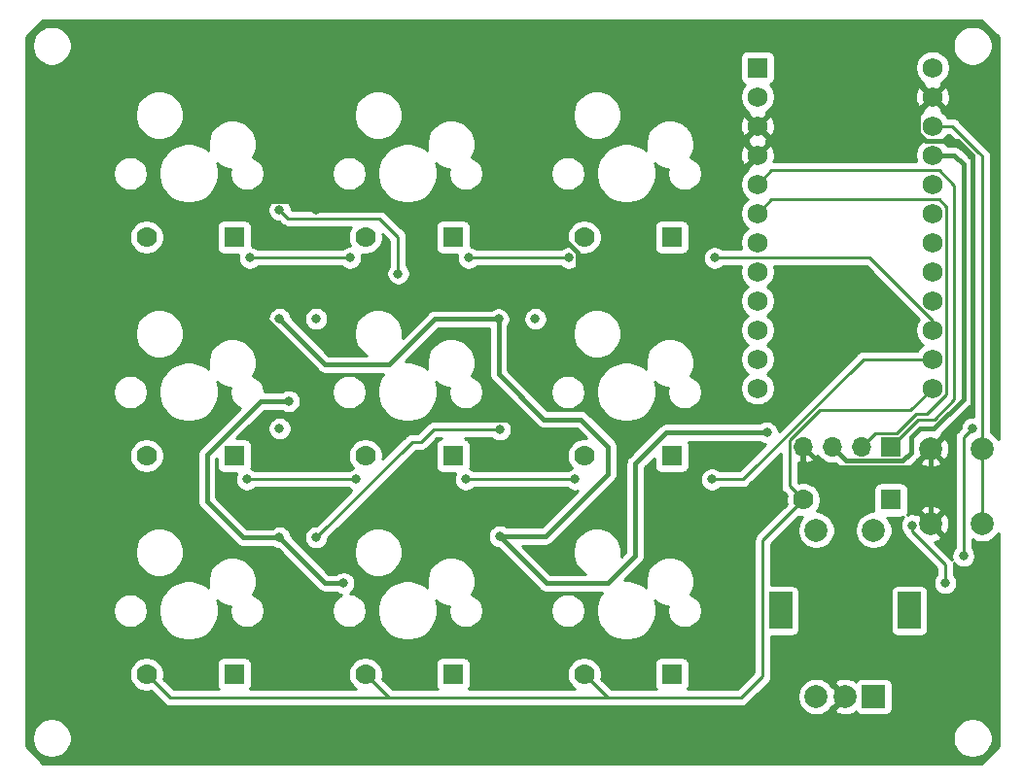
<source format=gbl>
G04 #@! TF.GenerationSoftware,KiCad,Pcbnew,(5.1.6-0-10_14)*
G04 #@! TF.CreationDate,2020-07-08T21:12:17-05:00*
G04 #@! TF.ProjectId,DoMo-pcb,446f4d6f-2d70-4636-922e-6b696361645f,rev?*
G04 #@! TF.SameCoordinates,Original*
G04 #@! TF.FileFunction,Copper,L2,Bot*
G04 #@! TF.FilePolarity,Positive*
%FSLAX46Y46*%
G04 Gerber Fmt 4.6, Leading zero omitted, Abs format (unit mm)*
G04 Created by KiCad (PCBNEW (5.1.6-0-10_14)) date 2020-07-08 21:12:17*
%MOMM*%
%LPD*%
G01*
G04 APERTURE LIST*
G04 #@! TA.AperFunction,ComponentPad*
%ADD10R,1.752600X1.752600*%
G04 #@! TD*
G04 #@! TA.AperFunction,ComponentPad*
%ADD11C,1.752600*%
G04 #@! TD*
G04 #@! TA.AperFunction,ComponentPad*
%ADD12R,2.000000X2.000000*%
G04 #@! TD*
G04 #@! TA.AperFunction,ComponentPad*
%ADD13C,2.000000*%
G04 #@! TD*
G04 #@! TA.AperFunction,ComponentPad*
%ADD14R,2.000000X3.200000*%
G04 #@! TD*
G04 #@! TA.AperFunction,ComponentPad*
%ADD15O,1.700000X1.700000*%
G04 #@! TD*
G04 #@! TA.AperFunction,ComponentPad*
%ADD16R,1.700000X1.700000*%
G04 #@! TD*
G04 #@! TA.AperFunction,ComponentPad*
%ADD17R,1.778000X1.778000*%
G04 #@! TD*
G04 #@! TA.AperFunction,ComponentPad*
%ADD18C,1.778000*%
G04 #@! TD*
G04 #@! TA.AperFunction,ViaPad*
%ADD19C,0.800000*%
G04 #@! TD*
G04 #@! TA.AperFunction,Conductor*
%ADD20C,0.254000*%
G04 #@! TD*
G04 #@! TA.AperFunction,Conductor*
%ADD21C,0.381000*%
G04 #@! TD*
G04 APERTURE END LIST*
D10*
X235267500Y-59848750D03*
D11*
X235267500Y-62388750D03*
X235267500Y-64928750D03*
X235267500Y-67468750D03*
X235267500Y-70008750D03*
X235267500Y-72548750D03*
X235267500Y-75088750D03*
X235267500Y-77628750D03*
X235267500Y-80168750D03*
X235267500Y-82708750D03*
X235267500Y-85248750D03*
X250507500Y-87788750D03*
X250507500Y-85248750D03*
X250507500Y-82708750D03*
X250507500Y-80168750D03*
X250507500Y-77628750D03*
X250507500Y-75088750D03*
X250507500Y-72548750D03*
X250507500Y-70008750D03*
X250507500Y-67468750D03*
X250507500Y-64928750D03*
X250507500Y-62388750D03*
X235267500Y-87788750D03*
X250507500Y-59848750D03*
D12*
X245387500Y-114656250D03*
D13*
X242887500Y-114656250D03*
X240387500Y-114656250D03*
D14*
X248487500Y-107156250D03*
X237287500Y-107156250D03*
D13*
X245387500Y-100156250D03*
X240387500Y-100156250D03*
X250342400Y-93093400D03*
X254842400Y-93093400D03*
X250342400Y-99593400D03*
X254842400Y-99593400D03*
D15*
X239236250Y-92868750D03*
X241776250Y-92868750D03*
X244316250Y-92868750D03*
D16*
X246856250Y-92868750D03*
D17*
X189706250Y-112712500D03*
D18*
X182086250Y-112712500D03*
D17*
X208756250Y-112712500D03*
D18*
X201136250Y-112712500D03*
D17*
X227806250Y-112712500D03*
D18*
X220186250Y-112712500D03*
X239268000Y-97510600D03*
D17*
X246888000Y-97510600D03*
X189706250Y-93662500D03*
D18*
X182086250Y-93662500D03*
X201136250Y-93662500D03*
D17*
X208756250Y-93662500D03*
D18*
X220186250Y-93662500D03*
D17*
X227806250Y-93662500D03*
X189706250Y-74612500D03*
D18*
X182086250Y-74612500D03*
X201136250Y-74612500D03*
D17*
X208756250Y-74612500D03*
D18*
X220186250Y-74612500D03*
D17*
X227806250Y-74612500D03*
D19*
X231549551Y-76425449D03*
X218849551Y-76425449D03*
X210118301Y-76425449D03*
X199799551Y-76425449D03*
X191068301Y-76425449D03*
X190817500Y-95726250D03*
X200342500Y-95726250D03*
X209867500Y-95726250D03*
X219392500Y-95726250D03*
X231298750Y-95726250D03*
X212725000Y-81756250D03*
X193662500Y-81743750D03*
X193662500Y-100793750D03*
X212831250Y-100700000D03*
X194468750Y-88900000D03*
X199231250Y-104775000D03*
X236090749Y-91628249D03*
X216031250Y-91412500D03*
X196862500Y-91293750D03*
X196862500Y-72243750D03*
X215887500Y-72243750D03*
X216031250Y-85062500D03*
X193662500Y-72243750D03*
X215925000Y-81731250D03*
X203993750Y-77787500D03*
X193662500Y-91293750D03*
X196862500Y-81743750D03*
X212831250Y-91387500D03*
X196862500Y-100793750D03*
X253206250Y-102393750D03*
X254000000Y-91281250D03*
X251618750Y-104775000D03*
X248739010Y-99717240D03*
D20*
X250507500Y-81889648D02*
X250507500Y-82708750D01*
X245043301Y-76425449D02*
X250507500Y-81889648D01*
X231549551Y-76425449D02*
X245043301Y-76425449D01*
X210118301Y-76425449D02*
X218849551Y-76425449D01*
X191068301Y-76425449D02*
X199799551Y-76425449D01*
X244472221Y-85248750D02*
X250507500Y-85248750D01*
X233994721Y-95726250D02*
X244472221Y-85248750D01*
X190817500Y-95726250D02*
X200342500Y-95726250D01*
X209867500Y-95726250D02*
X219392500Y-95726250D01*
X231298750Y-95726250D02*
X233994721Y-95726250D01*
X238059249Y-92303789D02*
X240669288Y-89693750D01*
X238059249Y-96301849D02*
X238059249Y-92303789D01*
X239268000Y-97510600D02*
X238059249Y-96301849D01*
X248602500Y-89693750D02*
X250507500Y-87788750D01*
X240669288Y-89693750D02*
X248602500Y-89693750D01*
X182086250Y-112712500D02*
X184150000Y-114776250D01*
X233838750Y-114776250D02*
X235743750Y-112871250D01*
X235743750Y-101034850D02*
X239268000Y-97510600D01*
X235743750Y-112871250D02*
X235743750Y-101034850D01*
X203200000Y-114776250D02*
X203676250Y-114776250D01*
X201136250Y-112712500D02*
X203200000Y-114776250D01*
X184150000Y-114776250D02*
X203676250Y-114776250D01*
X222250000Y-114776250D02*
X222567500Y-114776250D01*
X220186250Y-112712500D02*
X222250000Y-114776250D01*
X222567500Y-114776250D02*
X233838750Y-114776250D01*
X203676250Y-114776250D02*
X222567500Y-114776250D01*
X246856250Y-92868750D02*
X249237500Y-90487500D01*
X249237500Y-90487500D02*
X250708960Y-90487500D01*
X251085085Y-68805449D02*
X236470801Y-68805449D01*
X252412500Y-88783960D02*
X252412500Y-70132864D01*
X252412500Y-70132864D02*
X251085085Y-68805449D01*
X250708960Y-90487500D02*
X252412500Y-88783960D01*
X236470801Y-68805449D02*
X235267500Y-70008750D01*
X236470801Y-71345449D02*
X251085085Y-71345449D01*
X245493251Y-91691749D02*
X244316250Y-92868750D01*
X251085085Y-71345449D02*
X251710801Y-71971165D01*
X235267500Y-72548750D02*
X236470801Y-71345449D01*
X247391184Y-91691749D02*
X245493251Y-91691749D01*
X251710801Y-71971165D02*
X251710801Y-88366335D01*
X251710801Y-88366335D02*
X250043646Y-90033490D01*
X249049443Y-90033490D02*
X247391184Y-91691749D01*
X250043646Y-90033490D02*
X249049443Y-90033490D01*
D21*
X212725000Y-81756250D02*
X207168750Y-81756250D01*
X207168750Y-81756250D02*
X203200000Y-85725000D01*
X197643750Y-85725000D02*
X193662500Y-81743750D01*
X203200000Y-85725000D02*
X197643750Y-85725000D01*
X187325000Y-93562848D02*
X187325000Y-97631250D01*
X190487500Y-100793750D02*
X193662500Y-100793750D01*
X187325000Y-97631250D02*
X190487500Y-100793750D01*
X191987848Y-88900000D02*
X187325000Y-93562848D01*
X194468750Y-88900000D02*
X191987848Y-88900000D01*
X212725000Y-86518750D02*
X212725000Y-81756250D01*
X216693750Y-90487500D02*
X212725000Y-86518750D01*
X219868750Y-90487500D02*
X216693750Y-90487500D01*
X212831250Y-100700000D02*
X216800000Y-100700000D01*
X197643750Y-104775000D02*
X193662500Y-100793750D01*
X199231250Y-104775000D02*
X197643750Y-104775000D01*
X248640749Y-93386191D02*
X247917689Y-94109251D01*
X248640749Y-92051309D02*
X248640749Y-93386191D01*
X249410808Y-91281250D02*
X248640749Y-92051309D01*
X250647078Y-91281250D02*
X249410808Y-91281250D01*
X253206250Y-88722078D02*
X250647078Y-91281250D01*
X253206250Y-68262500D02*
X253206250Y-88722078D01*
X252412500Y-67468750D02*
X253206250Y-68262500D01*
X250507500Y-67468750D02*
X252412500Y-67468750D01*
X247917689Y-94109251D02*
X243016751Y-94109251D01*
X243016751Y-94109251D02*
X241776250Y-92868750D01*
X222250000Y-95250000D02*
X216800000Y-100700000D01*
X222250000Y-92868750D02*
X219868750Y-90487500D01*
X222250000Y-95250000D02*
X222250000Y-92868750D01*
X227359599Y-91628249D02*
X224631250Y-94356598D01*
X236090749Y-91628249D02*
X227359599Y-91628249D01*
X224631250Y-94356598D02*
X224631250Y-102393750D01*
X224631250Y-102393750D02*
X222250000Y-104775000D01*
X216906250Y-104775000D02*
X212831250Y-100700000D01*
X222250000Y-104775000D02*
X216906250Y-104775000D01*
X216031250Y-91412500D02*
X215106250Y-90487500D01*
X215106250Y-90487500D02*
X206375000Y-90487500D01*
X205568750Y-91293750D02*
X196862500Y-91293750D01*
X206375000Y-90487500D02*
X205568750Y-91293750D01*
X196862500Y-72243750D02*
X215887500Y-72243750D01*
X215887500Y-72243750D02*
X215887500Y-72243750D01*
X196071999Y-71453249D02*
X196862500Y-72243750D01*
X188118750Y-77369942D02*
X188118750Y-73025000D01*
X189690501Y-71453249D02*
X196071999Y-71453249D01*
X188118750Y-73025000D02*
X189690501Y-71453249D01*
X196862500Y-86113692D02*
X188118750Y-77369942D01*
X196862500Y-91293750D02*
X196862500Y-86113692D01*
X219640052Y-81453698D02*
X219640052Y-75996302D01*
X219640052Y-75996302D02*
X215887500Y-72243750D01*
X216031250Y-85062500D02*
X219640052Y-81453698D01*
X239236250Y-92868750D02*
X241057761Y-94690261D01*
X248745539Y-94690261D02*
X250342400Y-93093400D01*
X241057761Y-94690261D02*
X248745539Y-94690261D01*
X250342400Y-99593400D02*
X250342400Y-93093400D01*
X249240699Y-63655551D02*
X250507500Y-62388750D01*
X249240699Y-65536815D02*
X249240699Y-63655551D01*
X254000000Y-89435800D02*
X254000000Y-67468750D01*
X252726801Y-66195551D02*
X249899435Y-66195551D01*
X254000000Y-67468750D02*
X252726801Y-66195551D01*
X249899435Y-66195551D02*
X249240699Y-65536815D01*
X250342400Y-93093400D02*
X254000000Y-89435800D01*
D20*
X203993750Y-77787500D02*
X203993750Y-74612500D01*
X194389501Y-72970751D02*
X193662500Y-72243750D01*
X202352001Y-72970751D02*
X194389501Y-72970751D01*
X203993750Y-74612500D02*
X202352001Y-72970751D01*
X196862500Y-100793750D02*
X205209751Y-92446499D01*
X205209751Y-92446499D02*
X206003501Y-92446499D01*
X207062500Y-91387500D02*
X212831250Y-91387500D01*
X206003501Y-92446499D02*
X207062500Y-91387500D01*
X250507500Y-64928750D02*
X252253750Y-64928750D01*
X254842400Y-93093400D02*
X254842400Y-99593400D01*
X254842400Y-67517400D02*
X254368300Y-67043300D01*
X254368300Y-67043300D02*
X254531250Y-67206250D01*
X254842400Y-93093400D02*
X254842400Y-67517400D01*
X252253750Y-64928750D02*
X254368300Y-67043300D01*
X253206250Y-92075000D02*
X253206250Y-102393750D01*
X254000000Y-91281250D02*
X253206250Y-92075000D01*
X251618750Y-104775000D02*
X251618750Y-103187500D01*
X251618750Y-103162665D02*
X251618750Y-103187500D01*
X248739010Y-100282925D02*
X251618750Y-103162665D01*
X248739010Y-99717240D02*
X248739010Y-100282925D01*
G36*
X256254250Y-57202606D02*
G01*
X256254250Y-92263461D01*
X256112387Y-92051148D01*
X255884652Y-91823413D01*
X255616863Y-91644482D01*
X255604400Y-91639320D01*
X255604400Y-67554823D01*
X255608086Y-67517400D01*
X255604400Y-67479974D01*
X255593374Y-67368022D01*
X255549802Y-67224385D01*
X255486836Y-67106583D01*
X255479045Y-67092007D01*
X255450209Y-67056871D01*
X255383822Y-66975978D01*
X255354741Y-66952112D01*
X254933584Y-66530954D01*
X254933579Y-66530948D01*
X252819034Y-64416404D01*
X252795172Y-64387328D01*
X252679142Y-64292105D01*
X252546765Y-64221348D01*
X252403128Y-64177776D01*
X252291176Y-64166750D01*
X252291173Y-64166750D01*
X252253750Y-64163064D01*
X252216327Y-64166750D01*
X251815973Y-64166750D01*
X251681404Y-63965352D01*
X251470898Y-63754846D01*
X251307691Y-63645795D01*
X251375063Y-63435919D01*
X250507500Y-62568355D01*
X249639937Y-63435919D01*
X249707309Y-63645795D01*
X249544102Y-63754846D01*
X249333596Y-63965352D01*
X249168203Y-64212881D01*
X249054278Y-64487920D01*
X248996200Y-64779900D01*
X248996200Y-65077600D01*
X249054278Y-65369580D01*
X249168203Y-65644619D01*
X249333596Y-65892148D01*
X249544102Y-66102654D01*
X249687920Y-66198750D01*
X249544102Y-66294846D01*
X249333596Y-66505352D01*
X249168203Y-66752881D01*
X249054278Y-67027920D01*
X248996200Y-67319900D01*
X248996200Y-67617600D01*
X249054278Y-67909580D01*
X249109728Y-68043449D01*
X236667924Y-68043449D01*
X236694957Y-67986971D01*
X236768629Y-67698531D01*
X236784613Y-67401259D01*
X236742296Y-67106583D01*
X236643302Y-66825823D01*
X236566429Y-66682004D01*
X236314669Y-66601187D01*
X235447105Y-67468750D01*
X235461248Y-67482892D01*
X235281643Y-67662498D01*
X235267500Y-67648355D01*
X234399937Y-68515919D01*
X234467309Y-68725795D01*
X234304102Y-68834846D01*
X234093596Y-69045352D01*
X233928203Y-69292881D01*
X233814278Y-69567920D01*
X233756200Y-69859900D01*
X233756200Y-70157600D01*
X233814278Y-70449580D01*
X233928203Y-70724619D01*
X234093596Y-70972148D01*
X234304102Y-71182654D01*
X234447920Y-71278750D01*
X234304102Y-71374846D01*
X234093596Y-71585352D01*
X233928203Y-71832881D01*
X233814278Y-72107920D01*
X233756200Y-72399900D01*
X233756200Y-72697600D01*
X233814278Y-72989580D01*
X233928203Y-73264619D01*
X234093596Y-73512148D01*
X234304102Y-73722654D01*
X234447920Y-73818750D01*
X234304102Y-73914846D01*
X234093596Y-74125352D01*
X233928203Y-74372881D01*
X233814278Y-74647920D01*
X233756200Y-74939900D01*
X233756200Y-75237600D01*
X233814278Y-75529580D01*
X233869728Y-75663449D01*
X232251262Y-75663449D01*
X232209325Y-75621512D01*
X232039807Y-75508244D01*
X231851449Y-75430223D01*
X231651490Y-75390449D01*
X231447612Y-75390449D01*
X231247653Y-75430223D01*
X231059295Y-75508244D01*
X230889777Y-75621512D01*
X230745614Y-75765675D01*
X230632346Y-75935193D01*
X230554325Y-76123551D01*
X230514551Y-76323510D01*
X230514551Y-76527388D01*
X230554325Y-76727347D01*
X230632346Y-76915705D01*
X230745614Y-77085223D01*
X230889777Y-77229386D01*
X231059295Y-77342654D01*
X231247653Y-77420675D01*
X231447612Y-77460449D01*
X231651490Y-77460449D01*
X231851449Y-77420675D01*
X232039807Y-77342654D01*
X232209325Y-77229386D01*
X232251262Y-77187449D01*
X233814473Y-77187449D01*
X233814278Y-77187920D01*
X233756200Y-77479900D01*
X233756200Y-77777600D01*
X233814278Y-78069580D01*
X233928203Y-78344619D01*
X234093596Y-78592148D01*
X234304102Y-78802654D01*
X234447920Y-78898750D01*
X234304102Y-78994846D01*
X234093596Y-79205352D01*
X233928203Y-79452881D01*
X233814278Y-79727920D01*
X233756200Y-80019900D01*
X233756200Y-80317600D01*
X233814278Y-80609580D01*
X233928203Y-80884619D01*
X234093596Y-81132148D01*
X234304102Y-81342654D01*
X234447920Y-81438750D01*
X234304102Y-81534846D01*
X234093596Y-81745352D01*
X233928203Y-81992881D01*
X233814278Y-82267920D01*
X233756200Y-82559900D01*
X233756200Y-82857600D01*
X233814278Y-83149580D01*
X233928203Y-83424619D01*
X234093596Y-83672148D01*
X234304102Y-83882654D01*
X234447920Y-83978750D01*
X234304102Y-84074846D01*
X234093596Y-84285352D01*
X233928203Y-84532881D01*
X233814278Y-84807920D01*
X233756200Y-85099900D01*
X233756200Y-85397600D01*
X233814278Y-85689580D01*
X233928203Y-85964619D01*
X234093596Y-86212148D01*
X234304102Y-86422654D01*
X234447920Y-86518750D01*
X234304102Y-86614846D01*
X234093596Y-86825352D01*
X233928203Y-87072881D01*
X233814278Y-87347920D01*
X233756200Y-87639900D01*
X233756200Y-87937600D01*
X233814278Y-88229580D01*
X233928203Y-88504619D01*
X234093596Y-88752148D01*
X234304102Y-88962654D01*
X234551631Y-89128047D01*
X234826670Y-89241972D01*
X235118650Y-89300050D01*
X235416350Y-89300050D01*
X235708330Y-89241972D01*
X235983369Y-89128047D01*
X236230898Y-88962654D01*
X236441404Y-88752148D01*
X236606797Y-88504619D01*
X236720722Y-88229580D01*
X236778800Y-87937600D01*
X236778800Y-87639900D01*
X236720722Y-87347920D01*
X236606797Y-87072881D01*
X236441404Y-86825352D01*
X236230898Y-86614846D01*
X236087080Y-86518750D01*
X236230898Y-86422654D01*
X236441404Y-86212148D01*
X236606797Y-85964619D01*
X236720722Y-85689580D01*
X236778800Y-85397600D01*
X236778800Y-85099900D01*
X236720722Y-84807920D01*
X236606797Y-84532881D01*
X236441404Y-84285352D01*
X236230898Y-84074846D01*
X236087080Y-83978750D01*
X236230898Y-83882654D01*
X236441404Y-83672148D01*
X236606797Y-83424619D01*
X236720722Y-83149580D01*
X236778800Y-82857600D01*
X236778800Y-82559900D01*
X236720722Y-82267920D01*
X236606797Y-81992881D01*
X236441404Y-81745352D01*
X236230898Y-81534846D01*
X236087080Y-81438750D01*
X236230898Y-81342654D01*
X236441404Y-81132148D01*
X236606797Y-80884619D01*
X236720722Y-80609580D01*
X236778800Y-80317600D01*
X236778800Y-80019900D01*
X236720722Y-79727920D01*
X236606797Y-79452881D01*
X236441404Y-79205352D01*
X236230898Y-78994846D01*
X236087080Y-78898750D01*
X236230898Y-78802654D01*
X236441404Y-78592148D01*
X236606797Y-78344619D01*
X236720722Y-78069580D01*
X236778800Y-77777600D01*
X236778800Y-77479900D01*
X236720722Y-77187920D01*
X236720527Y-77187449D01*
X244727671Y-77187449D01*
X249314361Y-81774140D01*
X249168203Y-81992881D01*
X249054278Y-82267920D01*
X248996200Y-82559900D01*
X248996200Y-82857600D01*
X249054278Y-83149580D01*
X249168203Y-83424619D01*
X249333596Y-83672148D01*
X249544102Y-83882654D01*
X249687920Y-83978750D01*
X249544102Y-84074846D01*
X249333596Y-84285352D01*
X249199027Y-84486750D01*
X244509644Y-84486750D01*
X244472221Y-84483064D01*
X244434798Y-84486750D01*
X244434795Y-84486750D01*
X244322843Y-84497776D01*
X244179206Y-84541348D01*
X244117585Y-84574285D01*
X244046828Y-84612105D01*
X244004440Y-84646893D01*
X243930799Y-84707328D01*
X243906937Y-84736404D01*
X237124303Y-91519038D01*
X237085975Y-91326351D01*
X237007954Y-91137993D01*
X236894686Y-90968475D01*
X236750523Y-90824312D01*
X236581005Y-90711044D01*
X236392647Y-90633023D01*
X236192688Y-90593249D01*
X235988810Y-90593249D01*
X235788851Y-90633023D01*
X235600493Y-90711044D01*
X235463246Y-90802749D01*
X227400149Y-90802749D01*
X227359598Y-90798755D01*
X227319048Y-90802749D01*
X227319046Y-90802749D01*
X227197773Y-90814693D01*
X227062070Y-90855858D01*
X227042165Y-90861896D01*
X226898756Y-90938550D01*
X226862293Y-90968475D01*
X226773058Y-91041708D01*
X226747205Y-91073210D01*
X224076216Y-93744200D01*
X224044709Y-93770057D01*
X223975464Y-93854433D01*
X223941551Y-93895756D01*
X223873952Y-94022225D01*
X223864897Y-94039165D01*
X223817694Y-94194773D01*
X223812004Y-94252547D01*
X223801756Y-94356598D01*
X223805750Y-94397149D01*
X223805751Y-102051816D01*
X223398100Y-102459467D01*
X223432500Y-102286529D01*
X223432500Y-101865971D01*
X223350453Y-101453494D01*
X223189512Y-101064948D01*
X222955863Y-100715267D01*
X222658483Y-100417887D01*
X222308802Y-100184238D01*
X221920256Y-100023297D01*
X221507779Y-99941250D01*
X221087221Y-99941250D01*
X220674744Y-100023297D01*
X220286198Y-100184238D01*
X219936517Y-100417887D01*
X219639137Y-100715267D01*
X219405488Y-101064948D01*
X219244547Y-101453494D01*
X219162500Y-101865971D01*
X219162500Y-102286529D01*
X219244547Y-102699006D01*
X219405488Y-103087552D01*
X219639137Y-103437233D01*
X219936517Y-103734613D01*
X220258119Y-103949500D01*
X217248183Y-103949500D01*
X214824182Y-101525500D01*
X216759450Y-101525500D01*
X216800000Y-101529494D01*
X216840550Y-101525500D01*
X216840553Y-101525500D01*
X216961826Y-101513556D01*
X217117434Y-101466353D01*
X217260842Y-101389699D01*
X217386541Y-101286541D01*
X217412398Y-101255034D01*
X222805046Y-95862388D01*
X222836541Y-95836541D01*
X222862389Y-95805045D01*
X222862392Y-95805042D01*
X222939699Y-95710843D01*
X223016353Y-95567434D01*
X223025839Y-95536163D01*
X223063556Y-95411826D01*
X223075500Y-95290553D01*
X223075500Y-95290551D01*
X223079494Y-95250000D01*
X223075500Y-95209450D01*
X223075500Y-92909300D01*
X223079494Y-92868749D01*
X223072761Y-92800385D01*
X223063556Y-92706924D01*
X223016353Y-92551316D01*
X222958648Y-92443358D01*
X222939699Y-92407907D01*
X222869455Y-92322315D01*
X222836541Y-92282209D01*
X222805039Y-92256356D01*
X220481148Y-89932466D01*
X220455291Y-89900959D01*
X220329592Y-89797801D01*
X220186184Y-89721147D01*
X220030576Y-89673944D01*
X219909303Y-89662000D01*
X219909300Y-89662000D01*
X219868750Y-89658006D01*
X219828200Y-89662000D01*
X217035683Y-89662000D01*
X215331211Y-87957528D01*
X217247500Y-87957528D01*
X217247500Y-88254972D01*
X217305529Y-88546701D01*
X217419356Y-88821503D01*
X217584607Y-89068819D01*
X217794931Y-89279143D01*
X218042247Y-89444394D01*
X218317049Y-89558221D01*
X218608778Y-89616250D01*
X218906222Y-89616250D01*
X219197951Y-89558221D01*
X219472753Y-89444394D01*
X219720069Y-89279143D01*
X219930393Y-89068819D01*
X220095644Y-88821503D01*
X220209471Y-88546701D01*
X220267500Y-88254972D01*
X220267500Y-87957528D01*
X220245580Y-87847326D01*
X221208600Y-87847326D01*
X221208600Y-88365174D01*
X221309627Y-88873072D01*
X221507799Y-89351501D01*
X221795500Y-89782076D01*
X222161674Y-90148250D01*
X222592249Y-90435951D01*
X223070678Y-90634123D01*
X223578576Y-90735150D01*
X224096424Y-90735150D01*
X224604322Y-90634123D01*
X225082751Y-90435951D01*
X225513326Y-90148250D01*
X225879500Y-89782076D01*
X226167201Y-89351501D01*
X226365373Y-88873072D01*
X226466400Y-88365174D01*
X226466400Y-87847326D01*
X226365373Y-87339428D01*
X226329792Y-87253529D01*
X226636198Y-87458262D01*
X227024744Y-87619203D01*
X227437221Y-87701250D01*
X227458477Y-87701250D01*
X227407500Y-87957528D01*
X227407500Y-88254972D01*
X227465529Y-88546701D01*
X227579356Y-88821503D01*
X227744607Y-89068819D01*
X227954931Y-89279143D01*
X228202247Y-89444394D01*
X228477049Y-89558221D01*
X228768778Y-89616250D01*
X229066222Y-89616250D01*
X229357951Y-89558221D01*
X229632753Y-89444394D01*
X229880069Y-89279143D01*
X230090393Y-89068819D01*
X230255644Y-88821503D01*
X230369471Y-88546701D01*
X230427500Y-88254972D01*
X230427500Y-87957528D01*
X230369471Y-87665799D01*
X230255644Y-87390997D01*
X230090393Y-87143681D01*
X229880069Y-86933357D01*
X229632753Y-86768106D01*
X229460001Y-86696549D01*
X229539512Y-86577552D01*
X229700453Y-86189006D01*
X229782500Y-85776529D01*
X229782500Y-85355971D01*
X229700453Y-84943494D01*
X229539512Y-84554948D01*
X229305863Y-84205267D01*
X229008483Y-83907887D01*
X228658802Y-83674238D01*
X228270256Y-83513297D01*
X227857779Y-83431250D01*
X227437221Y-83431250D01*
X227024744Y-83513297D01*
X226636198Y-83674238D01*
X226286517Y-83907887D01*
X225989137Y-84205267D01*
X225755488Y-84554948D01*
X225594547Y-84943494D01*
X225512500Y-85355971D01*
X225512500Y-85776529D01*
X225583737Y-86134661D01*
X225513326Y-86064250D01*
X225082751Y-85776549D01*
X224604322Y-85578377D01*
X224096424Y-85477350D01*
X223578576Y-85477350D01*
X223070678Y-85578377D01*
X222592249Y-85776549D01*
X222161674Y-86064250D01*
X221795500Y-86430424D01*
X221507799Y-86860999D01*
X221309627Y-87339428D01*
X221208600Y-87847326D01*
X220245580Y-87847326D01*
X220209471Y-87665799D01*
X220095644Y-87390997D01*
X219930393Y-87143681D01*
X219720069Y-86933357D01*
X219472753Y-86768106D01*
X219197951Y-86654279D01*
X218906222Y-86596250D01*
X218608778Y-86596250D01*
X218317049Y-86654279D01*
X218042247Y-86768106D01*
X217794931Y-86933357D01*
X217584607Y-87143681D01*
X217419356Y-87390997D01*
X217305529Y-87665799D01*
X217247500Y-87957528D01*
X215331211Y-87957528D01*
X213550500Y-86176818D01*
X213550500Y-82815971D01*
X219162500Y-82815971D01*
X219162500Y-83236529D01*
X219244547Y-83649006D01*
X219405488Y-84037552D01*
X219639137Y-84387233D01*
X219936517Y-84684613D01*
X220286198Y-84918262D01*
X220674744Y-85079203D01*
X221087221Y-85161250D01*
X221507779Y-85161250D01*
X221920256Y-85079203D01*
X222308802Y-84918262D01*
X222658483Y-84684613D01*
X222955863Y-84387233D01*
X223189512Y-84037552D01*
X223350453Y-83649006D01*
X223432500Y-83236529D01*
X223432500Y-82815971D01*
X223350453Y-82403494D01*
X223189512Y-82014948D01*
X222955863Y-81665267D01*
X222658483Y-81367887D01*
X222308802Y-81134238D01*
X221920256Y-80973297D01*
X221507779Y-80891250D01*
X221087221Y-80891250D01*
X220674744Y-80973297D01*
X220286198Y-81134238D01*
X219936517Y-81367887D01*
X219639137Y-81665267D01*
X219405488Y-82014948D01*
X219244547Y-82403494D01*
X219162500Y-82815971D01*
X213550500Y-82815971D01*
X213550500Y-82383753D01*
X213642205Y-82246506D01*
X213720226Y-82058148D01*
X213760000Y-81858189D01*
X213760000Y-81654311D01*
X213755028Y-81629311D01*
X214890000Y-81629311D01*
X214890000Y-81833189D01*
X214929774Y-82033148D01*
X215007795Y-82221506D01*
X215121063Y-82391024D01*
X215265226Y-82535187D01*
X215434744Y-82648455D01*
X215623102Y-82726476D01*
X215823061Y-82766250D01*
X216026939Y-82766250D01*
X216226898Y-82726476D01*
X216415256Y-82648455D01*
X216584774Y-82535187D01*
X216728937Y-82391024D01*
X216842205Y-82221506D01*
X216920226Y-82033148D01*
X216960000Y-81833189D01*
X216960000Y-81629311D01*
X216920226Y-81429352D01*
X216842205Y-81240994D01*
X216728937Y-81071476D01*
X216584774Y-80927313D01*
X216415256Y-80814045D01*
X216226898Y-80736024D01*
X216026939Y-80696250D01*
X215823061Y-80696250D01*
X215623102Y-80736024D01*
X215434744Y-80814045D01*
X215265226Y-80927313D01*
X215121063Y-81071476D01*
X215007795Y-81240994D01*
X214929774Y-81429352D01*
X214890000Y-81629311D01*
X213755028Y-81629311D01*
X213720226Y-81454352D01*
X213642205Y-81265994D01*
X213528937Y-81096476D01*
X213384774Y-80952313D01*
X213215256Y-80839045D01*
X213026898Y-80761024D01*
X212826939Y-80721250D01*
X212623061Y-80721250D01*
X212423102Y-80761024D01*
X212234744Y-80839045D01*
X212097497Y-80930750D01*
X207209300Y-80930750D01*
X207168749Y-80926756D01*
X207128199Y-80930750D01*
X207128197Y-80930750D01*
X207006924Y-80942694D01*
X206851316Y-80989897D01*
X206707907Y-81066551D01*
X206686675Y-81083976D01*
X206582209Y-81169709D01*
X206556357Y-81201211D01*
X204348100Y-83409467D01*
X204382500Y-83236529D01*
X204382500Y-82815971D01*
X204300453Y-82403494D01*
X204139512Y-82014948D01*
X203905863Y-81665267D01*
X203608483Y-81367887D01*
X203258802Y-81134238D01*
X202870256Y-80973297D01*
X202457779Y-80891250D01*
X202037221Y-80891250D01*
X201624744Y-80973297D01*
X201236198Y-81134238D01*
X200886517Y-81367887D01*
X200589137Y-81665267D01*
X200355488Y-82014948D01*
X200194547Y-82403494D01*
X200112500Y-82815971D01*
X200112500Y-83236529D01*
X200194547Y-83649006D01*
X200355488Y-84037552D01*
X200589137Y-84387233D01*
X200886517Y-84684613D01*
X201208119Y-84899500D01*
X197985684Y-84899500D01*
X194727995Y-81641811D01*
X195827500Y-81641811D01*
X195827500Y-81845689D01*
X195867274Y-82045648D01*
X195945295Y-82234006D01*
X196058563Y-82403524D01*
X196202726Y-82547687D01*
X196372244Y-82660955D01*
X196560602Y-82738976D01*
X196760561Y-82778750D01*
X196964439Y-82778750D01*
X197164398Y-82738976D01*
X197352756Y-82660955D01*
X197522274Y-82547687D01*
X197666437Y-82403524D01*
X197779705Y-82234006D01*
X197857726Y-82045648D01*
X197897500Y-81845689D01*
X197897500Y-81641811D01*
X197857726Y-81441852D01*
X197779705Y-81253494D01*
X197666437Y-81083976D01*
X197522274Y-80939813D01*
X197352756Y-80826545D01*
X197164398Y-80748524D01*
X196964439Y-80708750D01*
X196760561Y-80708750D01*
X196560602Y-80748524D01*
X196372244Y-80826545D01*
X196202726Y-80939813D01*
X196058563Y-81083976D01*
X195945295Y-81253494D01*
X195867274Y-81441852D01*
X195827500Y-81641811D01*
X194727995Y-81641811D01*
X194689929Y-81603746D01*
X194657726Y-81441852D01*
X194579705Y-81253494D01*
X194466437Y-81083976D01*
X194322274Y-80939813D01*
X194152756Y-80826545D01*
X193964398Y-80748524D01*
X193764439Y-80708750D01*
X193560561Y-80708750D01*
X193360602Y-80748524D01*
X193172244Y-80826545D01*
X193002726Y-80939813D01*
X192858563Y-81083976D01*
X192745295Y-81253494D01*
X192667274Y-81441852D01*
X192627500Y-81641811D01*
X192627500Y-81845689D01*
X192667274Y-82045648D01*
X192745295Y-82234006D01*
X192858563Y-82403524D01*
X193002726Y-82547687D01*
X193172244Y-82660955D01*
X193360602Y-82738976D01*
X193522496Y-82771179D01*
X197031361Y-86280045D01*
X197057209Y-86311541D01*
X197088705Y-86337389D01*
X197088708Y-86337392D01*
X197182907Y-86414699D01*
X197247927Y-86449453D01*
X197326316Y-86491353D01*
X197481924Y-86538556D01*
X197603197Y-86550500D01*
X197603199Y-86550500D01*
X197643750Y-86554494D01*
X197684300Y-86550500D01*
X202665268Y-86550500D01*
X202457799Y-86860999D01*
X202259627Y-87339428D01*
X202158600Y-87847326D01*
X202158600Y-88365174D01*
X202259627Y-88873072D01*
X202457799Y-89351501D01*
X202745500Y-89782076D01*
X203111674Y-90148250D01*
X203542249Y-90435951D01*
X204020678Y-90634123D01*
X204528576Y-90735150D01*
X205046424Y-90735150D01*
X205554322Y-90634123D01*
X206032751Y-90435951D01*
X206463326Y-90148250D01*
X206829500Y-89782076D01*
X207117201Y-89351501D01*
X207315373Y-88873072D01*
X207416400Y-88365174D01*
X207416400Y-87847326D01*
X207315373Y-87339428D01*
X207279792Y-87253529D01*
X207586198Y-87458262D01*
X207974744Y-87619203D01*
X208387221Y-87701250D01*
X208408477Y-87701250D01*
X208357500Y-87957528D01*
X208357500Y-88254972D01*
X208415529Y-88546701D01*
X208529356Y-88821503D01*
X208694607Y-89068819D01*
X208904931Y-89279143D01*
X209152247Y-89444394D01*
X209427049Y-89558221D01*
X209718778Y-89616250D01*
X210016222Y-89616250D01*
X210307951Y-89558221D01*
X210582753Y-89444394D01*
X210830069Y-89279143D01*
X211040393Y-89068819D01*
X211205644Y-88821503D01*
X211319471Y-88546701D01*
X211377500Y-88254972D01*
X211377500Y-87957528D01*
X211319471Y-87665799D01*
X211205644Y-87390997D01*
X211040393Y-87143681D01*
X210830069Y-86933357D01*
X210582753Y-86768106D01*
X210410001Y-86696549D01*
X210489512Y-86577552D01*
X210650453Y-86189006D01*
X210732500Y-85776529D01*
X210732500Y-85355971D01*
X210650453Y-84943494D01*
X210489512Y-84554948D01*
X210255863Y-84205267D01*
X209958483Y-83907887D01*
X209608802Y-83674238D01*
X209220256Y-83513297D01*
X208807779Y-83431250D01*
X208387221Y-83431250D01*
X207974744Y-83513297D01*
X207586198Y-83674238D01*
X207236517Y-83907887D01*
X206939137Y-84205267D01*
X206705488Y-84554948D01*
X206544547Y-84943494D01*
X206462500Y-85355971D01*
X206462500Y-85776529D01*
X206533737Y-86134661D01*
X206463326Y-86064250D01*
X206032751Y-85776549D01*
X205554322Y-85578377D01*
X205046424Y-85477350D01*
X204615082Y-85477350D01*
X207510683Y-82581750D01*
X211899501Y-82581750D01*
X211899500Y-86478199D01*
X211895506Y-86518750D01*
X211899500Y-86559300D01*
X211899500Y-86559302D01*
X211911444Y-86680575D01*
X211958647Y-86836183D01*
X212035301Y-86979592D01*
X212069214Y-87020915D01*
X212138459Y-87105291D01*
X212169966Y-87131148D01*
X216081357Y-91042539D01*
X216107209Y-91074041D01*
X216162509Y-91119424D01*
X216232907Y-91177199D01*
X216347542Y-91238473D01*
X216376316Y-91253853D01*
X216531924Y-91301056D01*
X216653197Y-91313000D01*
X216653199Y-91313000D01*
X216693749Y-91316994D01*
X216734300Y-91313000D01*
X219526818Y-91313000D01*
X220356282Y-92142465D01*
X220336351Y-92138500D01*
X220036149Y-92138500D01*
X219741716Y-92197066D01*
X219464365Y-92311949D01*
X219214757Y-92478732D01*
X219002482Y-92691007D01*
X218835699Y-92940615D01*
X218720816Y-93217966D01*
X218662250Y-93512399D01*
X218662250Y-93812601D01*
X218720816Y-94107034D01*
X218835699Y-94384385D01*
X219002482Y-94633993D01*
X219098035Y-94729546D01*
X219090602Y-94731024D01*
X218902244Y-94809045D01*
X218732726Y-94922313D01*
X218690789Y-94964250D01*
X210569211Y-94964250D01*
X210527274Y-94922313D01*
X210357756Y-94809045D01*
X210244881Y-94762290D01*
X210271062Y-94675982D01*
X210283322Y-94551500D01*
X210283322Y-92773500D01*
X210271062Y-92649018D01*
X210234752Y-92529320D01*
X210175787Y-92419006D01*
X210096435Y-92322315D01*
X209999744Y-92242963D01*
X209889430Y-92183998D01*
X209775705Y-92149500D01*
X212129539Y-92149500D01*
X212171476Y-92191437D01*
X212340994Y-92304705D01*
X212529352Y-92382726D01*
X212729311Y-92422500D01*
X212933189Y-92422500D01*
X213133148Y-92382726D01*
X213321506Y-92304705D01*
X213491024Y-92191437D01*
X213635187Y-92047274D01*
X213748455Y-91877756D01*
X213826476Y-91689398D01*
X213866250Y-91489439D01*
X213866250Y-91285561D01*
X213826476Y-91085602D01*
X213748455Y-90897244D01*
X213635187Y-90727726D01*
X213491024Y-90583563D01*
X213321506Y-90470295D01*
X213133148Y-90392274D01*
X212933189Y-90352500D01*
X212729311Y-90352500D01*
X212529352Y-90392274D01*
X212340994Y-90470295D01*
X212171476Y-90583563D01*
X212129539Y-90625500D01*
X207099923Y-90625500D01*
X207062500Y-90621814D01*
X207025077Y-90625500D01*
X207025074Y-90625500D01*
X206913122Y-90636526D01*
X206769485Y-90680098D01*
X206742150Y-90694709D01*
X206637107Y-90750855D01*
X206571212Y-90804934D01*
X206521078Y-90846078D01*
X206497221Y-90875149D01*
X205687871Y-91684499D01*
X205247174Y-91684499D01*
X205209751Y-91680813D01*
X205172328Y-91684499D01*
X205172325Y-91684499D01*
X205060373Y-91695525D01*
X204916736Y-91739097D01*
X204873201Y-91762367D01*
X204784358Y-91809854D01*
X204746251Y-91841128D01*
X204668329Y-91905077D01*
X204644467Y-91934153D01*
X202633987Y-93944633D01*
X202660250Y-93812601D01*
X202660250Y-93512399D01*
X202601684Y-93217966D01*
X202486801Y-92940615D01*
X202320018Y-92691007D01*
X202107743Y-92478732D01*
X201858135Y-92311949D01*
X201580784Y-92197066D01*
X201286351Y-92138500D01*
X200986149Y-92138500D01*
X200691716Y-92197066D01*
X200414365Y-92311949D01*
X200164757Y-92478732D01*
X199952482Y-92691007D01*
X199785699Y-92940615D01*
X199670816Y-93217966D01*
X199612250Y-93512399D01*
X199612250Y-93812601D01*
X199670816Y-94107034D01*
X199785699Y-94384385D01*
X199952482Y-94633993D01*
X200048035Y-94729546D01*
X200040602Y-94731024D01*
X199852244Y-94809045D01*
X199682726Y-94922313D01*
X199640789Y-94964250D01*
X191519211Y-94964250D01*
X191477274Y-94922313D01*
X191307756Y-94809045D01*
X191194881Y-94762290D01*
X191221062Y-94675982D01*
X191233322Y-94551500D01*
X191233322Y-92773500D01*
X191221062Y-92649018D01*
X191184752Y-92529320D01*
X191125787Y-92419006D01*
X191046435Y-92322315D01*
X190949744Y-92242963D01*
X190839430Y-92183998D01*
X190719732Y-92147688D01*
X190595250Y-92135428D01*
X189919853Y-92135428D01*
X190863470Y-91191811D01*
X192627500Y-91191811D01*
X192627500Y-91395689D01*
X192667274Y-91595648D01*
X192745295Y-91784006D01*
X192858563Y-91953524D01*
X193002726Y-92097687D01*
X193172244Y-92210955D01*
X193360602Y-92288976D01*
X193560561Y-92328750D01*
X193764439Y-92328750D01*
X193964398Y-92288976D01*
X194152756Y-92210955D01*
X194322274Y-92097687D01*
X194466437Y-91953524D01*
X194579705Y-91784006D01*
X194657726Y-91595648D01*
X194697500Y-91395689D01*
X194697500Y-91191811D01*
X194657726Y-90991852D01*
X194579705Y-90803494D01*
X194466437Y-90633976D01*
X194322274Y-90489813D01*
X194152756Y-90376545D01*
X193964398Y-90298524D01*
X193764439Y-90258750D01*
X193560561Y-90258750D01*
X193360602Y-90298524D01*
X193172244Y-90376545D01*
X193002726Y-90489813D01*
X192858563Y-90633976D01*
X192745295Y-90803494D01*
X192667274Y-90991852D01*
X192627500Y-91191811D01*
X190863470Y-91191811D01*
X192329782Y-89725500D01*
X193841247Y-89725500D01*
X193978494Y-89817205D01*
X194166852Y-89895226D01*
X194366811Y-89935000D01*
X194570689Y-89935000D01*
X194770648Y-89895226D01*
X194959006Y-89817205D01*
X195128524Y-89703937D01*
X195272687Y-89559774D01*
X195385955Y-89390256D01*
X195463976Y-89201898D01*
X195503750Y-89001939D01*
X195503750Y-88798061D01*
X195463976Y-88598102D01*
X195385955Y-88409744D01*
X195272687Y-88240226D01*
X195128524Y-88096063D01*
X194959006Y-87982795D01*
X194898007Y-87957528D01*
X198197500Y-87957528D01*
X198197500Y-88254972D01*
X198255529Y-88546701D01*
X198369356Y-88821503D01*
X198534607Y-89068819D01*
X198744931Y-89279143D01*
X198992247Y-89444394D01*
X199267049Y-89558221D01*
X199558778Y-89616250D01*
X199856222Y-89616250D01*
X200147951Y-89558221D01*
X200422753Y-89444394D01*
X200670069Y-89279143D01*
X200880393Y-89068819D01*
X201045644Y-88821503D01*
X201159471Y-88546701D01*
X201217500Y-88254972D01*
X201217500Y-87957528D01*
X201159471Y-87665799D01*
X201045644Y-87390997D01*
X200880393Y-87143681D01*
X200670069Y-86933357D01*
X200422753Y-86768106D01*
X200147951Y-86654279D01*
X199856222Y-86596250D01*
X199558778Y-86596250D01*
X199267049Y-86654279D01*
X198992247Y-86768106D01*
X198744931Y-86933357D01*
X198534607Y-87143681D01*
X198369356Y-87390997D01*
X198255529Y-87665799D01*
X198197500Y-87957528D01*
X194898007Y-87957528D01*
X194770648Y-87904774D01*
X194570689Y-87865000D01*
X194366811Y-87865000D01*
X194166852Y-87904774D01*
X193978494Y-87982795D01*
X193841247Y-88074500D01*
X192327500Y-88074500D01*
X192327500Y-87957528D01*
X192269471Y-87665799D01*
X192155644Y-87390997D01*
X191990393Y-87143681D01*
X191780069Y-86933357D01*
X191532753Y-86768106D01*
X191360001Y-86696549D01*
X191439512Y-86577552D01*
X191600453Y-86189006D01*
X191682500Y-85776529D01*
X191682500Y-85355971D01*
X191600453Y-84943494D01*
X191439512Y-84554948D01*
X191205863Y-84205267D01*
X190908483Y-83907887D01*
X190558802Y-83674238D01*
X190170256Y-83513297D01*
X189757779Y-83431250D01*
X189337221Y-83431250D01*
X188924744Y-83513297D01*
X188536198Y-83674238D01*
X188186517Y-83907887D01*
X187889137Y-84205267D01*
X187655488Y-84554948D01*
X187494547Y-84943494D01*
X187412500Y-85355971D01*
X187412500Y-85776529D01*
X187483737Y-86134661D01*
X187413326Y-86064250D01*
X186982751Y-85776549D01*
X186504322Y-85578377D01*
X185996424Y-85477350D01*
X185478576Y-85477350D01*
X184970678Y-85578377D01*
X184492249Y-85776549D01*
X184061674Y-86064250D01*
X183695500Y-86430424D01*
X183407799Y-86860999D01*
X183209627Y-87339428D01*
X183108600Y-87847326D01*
X183108600Y-88365174D01*
X183209627Y-88873072D01*
X183407799Y-89351501D01*
X183695500Y-89782076D01*
X184061674Y-90148250D01*
X184492249Y-90435951D01*
X184970678Y-90634123D01*
X185478576Y-90735150D01*
X185996424Y-90735150D01*
X186504322Y-90634123D01*
X186982751Y-90435951D01*
X187413326Y-90148250D01*
X187779500Y-89782076D01*
X188067201Y-89351501D01*
X188265373Y-88873072D01*
X188366400Y-88365174D01*
X188366400Y-87847326D01*
X188265373Y-87339428D01*
X188229792Y-87253529D01*
X188536198Y-87458262D01*
X188924744Y-87619203D01*
X189337221Y-87701250D01*
X189358477Y-87701250D01*
X189307500Y-87957528D01*
X189307500Y-88254972D01*
X189365529Y-88546701D01*
X189479356Y-88821503D01*
X189644607Y-89068819D01*
X189854931Y-89279143D01*
X190102247Y-89444394D01*
X190225123Y-89495291D01*
X186769966Y-92950450D01*
X186738459Y-92976307D01*
X186673079Y-93055974D01*
X186635301Y-93102006D01*
X186560057Y-93242777D01*
X186558647Y-93245415D01*
X186511444Y-93401023D01*
X186501696Y-93500002D01*
X186495506Y-93562848D01*
X186499500Y-93603399D01*
X186499501Y-97590690D01*
X186495506Y-97631250D01*
X186511445Y-97793076D01*
X186558647Y-97948683D01*
X186635301Y-98092092D01*
X186642288Y-98100605D01*
X186738460Y-98217791D01*
X186769961Y-98243643D01*
X189875106Y-101348789D01*
X189900959Y-101380291D01*
X190026658Y-101483449D01*
X190170066Y-101560103D01*
X190325674Y-101607306D01*
X190446947Y-101619250D01*
X190446956Y-101619250D01*
X190487499Y-101623243D01*
X190528042Y-101619250D01*
X193034997Y-101619250D01*
X193172244Y-101710955D01*
X193360602Y-101788976D01*
X193522496Y-101821179D01*
X197031361Y-105330045D01*
X197057209Y-105361541D01*
X197088705Y-105387389D01*
X197088708Y-105387392D01*
X197182907Y-105464699D01*
X197297544Y-105525974D01*
X197326316Y-105541353D01*
X197481924Y-105588556D01*
X197603197Y-105600500D01*
X197603199Y-105600500D01*
X197643750Y-105604494D01*
X197684300Y-105600500D01*
X198603747Y-105600500D01*
X198740994Y-105692205D01*
X198929352Y-105770226D01*
X199049934Y-105794211D01*
X198992247Y-105818106D01*
X198744931Y-105983357D01*
X198534607Y-106193681D01*
X198369356Y-106440997D01*
X198255529Y-106715799D01*
X198197500Y-107007528D01*
X198197500Y-107304972D01*
X198255529Y-107596701D01*
X198369356Y-107871503D01*
X198534607Y-108118819D01*
X198744931Y-108329143D01*
X198992247Y-108494394D01*
X199267049Y-108608221D01*
X199558778Y-108666250D01*
X199856222Y-108666250D01*
X200147951Y-108608221D01*
X200422753Y-108494394D01*
X200670069Y-108329143D01*
X200880393Y-108118819D01*
X201045644Y-107871503D01*
X201159471Y-107596701D01*
X201217500Y-107304972D01*
X201217500Y-107007528D01*
X201195580Y-106897326D01*
X202158600Y-106897326D01*
X202158600Y-107415174D01*
X202259627Y-107923072D01*
X202457799Y-108401501D01*
X202745500Y-108832076D01*
X203111674Y-109198250D01*
X203542249Y-109485951D01*
X204020678Y-109684123D01*
X204528576Y-109785150D01*
X205046424Y-109785150D01*
X205554322Y-109684123D01*
X206032751Y-109485951D01*
X206463326Y-109198250D01*
X206829500Y-108832076D01*
X207117201Y-108401501D01*
X207315373Y-107923072D01*
X207416400Y-107415174D01*
X207416400Y-106897326D01*
X207315373Y-106389428D01*
X207279792Y-106303529D01*
X207586198Y-106508262D01*
X207974744Y-106669203D01*
X208387221Y-106751250D01*
X208408477Y-106751250D01*
X208357500Y-107007528D01*
X208357500Y-107304972D01*
X208415529Y-107596701D01*
X208529356Y-107871503D01*
X208694607Y-108118819D01*
X208904931Y-108329143D01*
X209152247Y-108494394D01*
X209427049Y-108608221D01*
X209718778Y-108666250D01*
X210016222Y-108666250D01*
X210307951Y-108608221D01*
X210582753Y-108494394D01*
X210830069Y-108329143D01*
X211040393Y-108118819D01*
X211205644Y-107871503D01*
X211319471Y-107596701D01*
X211377500Y-107304972D01*
X211377500Y-107007528D01*
X217247500Y-107007528D01*
X217247500Y-107304972D01*
X217305529Y-107596701D01*
X217419356Y-107871503D01*
X217584607Y-108118819D01*
X217794931Y-108329143D01*
X218042247Y-108494394D01*
X218317049Y-108608221D01*
X218608778Y-108666250D01*
X218906222Y-108666250D01*
X219197951Y-108608221D01*
X219472753Y-108494394D01*
X219720069Y-108329143D01*
X219930393Y-108118819D01*
X220095644Y-107871503D01*
X220209471Y-107596701D01*
X220267500Y-107304972D01*
X220267500Y-107007528D01*
X220209471Y-106715799D01*
X220095644Y-106440997D01*
X219930393Y-106193681D01*
X219720069Y-105983357D01*
X219472753Y-105818106D01*
X219197951Y-105704279D01*
X218906222Y-105646250D01*
X218608778Y-105646250D01*
X218317049Y-105704279D01*
X218042247Y-105818106D01*
X217794931Y-105983357D01*
X217584607Y-106193681D01*
X217419356Y-106440997D01*
X217305529Y-106715799D01*
X217247500Y-107007528D01*
X211377500Y-107007528D01*
X211319471Y-106715799D01*
X211205644Y-106440997D01*
X211040393Y-106193681D01*
X210830069Y-105983357D01*
X210582753Y-105818106D01*
X210410001Y-105746549D01*
X210489512Y-105627552D01*
X210650453Y-105239006D01*
X210732500Y-104826529D01*
X210732500Y-104405971D01*
X210650453Y-103993494D01*
X210489512Y-103604948D01*
X210255863Y-103255267D01*
X209958483Y-102957887D01*
X209608802Y-102724238D01*
X209220256Y-102563297D01*
X208807779Y-102481250D01*
X208387221Y-102481250D01*
X207974744Y-102563297D01*
X207586198Y-102724238D01*
X207236517Y-102957887D01*
X206939137Y-103255267D01*
X206705488Y-103604948D01*
X206544547Y-103993494D01*
X206462500Y-104405971D01*
X206462500Y-104826529D01*
X206533737Y-105184661D01*
X206463326Y-105114250D01*
X206032751Y-104826549D01*
X205554322Y-104628377D01*
X205046424Y-104527350D01*
X204528576Y-104527350D01*
X204020678Y-104628377D01*
X203542249Y-104826549D01*
X203111674Y-105114250D01*
X202745500Y-105480424D01*
X202457799Y-105910999D01*
X202259627Y-106389428D01*
X202158600Y-106897326D01*
X201195580Y-106897326D01*
X201159471Y-106715799D01*
X201045644Y-106440997D01*
X200880393Y-106193681D01*
X200670069Y-105983357D01*
X200422753Y-105818106D01*
X200147951Y-105704279D01*
X199856222Y-105646250D01*
X199790283Y-105646250D01*
X199891024Y-105578937D01*
X200035187Y-105434774D01*
X200148455Y-105265256D01*
X200226476Y-105076898D01*
X200266250Y-104876939D01*
X200266250Y-104673061D01*
X200226476Y-104473102D01*
X200148455Y-104284744D01*
X200035187Y-104115226D01*
X199891024Y-103971063D01*
X199721506Y-103857795D01*
X199533148Y-103779774D01*
X199333189Y-103740000D01*
X199129311Y-103740000D01*
X198929352Y-103779774D01*
X198740994Y-103857795D01*
X198603747Y-103949500D01*
X197985684Y-103949500D01*
X195902155Y-101865971D01*
X200112500Y-101865971D01*
X200112500Y-102286529D01*
X200194547Y-102699006D01*
X200355488Y-103087552D01*
X200589137Y-103437233D01*
X200886517Y-103734613D01*
X201236198Y-103968262D01*
X201624744Y-104129203D01*
X202037221Y-104211250D01*
X202457779Y-104211250D01*
X202870256Y-104129203D01*
X203258802Y-103968262D01*
X203608483Y-103734613D01*
X203905863Y-103437233D01*
X204139512Y-103087552D01*
X204300453Y-102699006D01*
X204382500Y-102286529D01*
X204382500Y-101865971D01*
X204300453Y-101453494D01*
X204139512Y-101064948D01*
X203905863Y-100715267D01*
X203608483Y-100417887D01*
X203258802Y-100184238D01*
X202870256Y-100023297D01*
X202457779Y-99941250D01*
X202037221Y-99941250D01*
X201624744Y-100023297D01*
X201236198Y-100184238D01*
X200886517Y-100417887D01*
X200589137Y-100715267D01*
X200355488Y-101064948D01*
X200194547Y-101453494D01*
X200112500Y-101865971D01*
X195902155Y-101865971D01*
X194689929Y-100653746D01*
X194657726Y-100491852D01*
X194579705Y-100303494D01*
X194466437Y-100133976D01*
X194322274Y-99989813D01*
X194152756Y-99876545D01*
X193964398Y-99798524D01*
X193764439Y-99758750D01*
X193560561Y-99758750D01*
X193360602Y-99798524D01*
X193172244Y-99876545D01*
X193034997Y-99968250D01*
X190829433Y-99968250D01*
X188150500Y-97289318D01*
X188150500Y-93904780D01*
X188179178Y-93876102D01*
X188179178Y-94551500D01*
X188191438Y-94675982D01*
X188227748Y-94795680D01*
X188286713Y-94905994D01*
X188366065Y-95002685D01*
X188462756Y-95082037D01*
X188573070Y-95141002D01*
X188692768Y-95177312D01*
X188817250Y-95189572D01*
X189931313Y-95189572D01*
X189900295Y-95235994D01*
X189822274Y-95424352D01*
X189782500Y-95624311D01*
X189782500Y-95828189D01*
X189822274Y-96028148D01*
X189900295Y-96216506D01*
X190013563Y-96386024D01*
X190157726Y-96530187D01*
X190327244Y-96643455D01*
X190515602Y-96721476D01*
X190715561Y-96761250D01*
X190919439Y-96761250D01*
X191119398Y-96721476D01*
X191307756Y-96643455D01*
X191477274Y-96530187D01*
X191519211Y-96488250D01*
X199640789Y-96488250D01*
X199682726Y-96530187D01*
X199852244Y-96643455D01*
X199910878Y-96667742D01*
X196819870Y-99758750D01*
X196760561Y-99758750D01*
X196560602Y-99798524D01*
X196372244Y-99876545D01*
X196202726Y-99989813D01*
X196058563Y-100133976D01*
X195945295Y-100303494D01*
X195867274Y-100491852D01*
X195827500Y-100691811D01*
X195827500Y-100895689D01*
X195867274Y-101095648D01*
X195945295Y-101284006D01*
X196058563Y-101453524D01*
X196202726Y-101597687D01*
X196372244Y-101710955D01*
X196560602Y-101788976D01*
X196760561Y-101828750D01*
X196964439Y-101828750D01*
X197164398Y-101788976D01*
X197352756Y-101710955D01*
X197522274Y-101597687D01*
X197666437Y-101453524D01*
X197779705Y-101284006D01*
X197857726Y-101095648D01*
X197897500Y-100895689D01*
X197897500Y-100836380D01*
X205525381Y-93208499D01*
X205966078Y-93208499D01*
X206003501Y-93212185D01*
X206040924Y-93208499D01*
X206040927Y-93208499D01*
X206152879Y-93197473D01*
X206296516Y-93153901D01*
X206428893Y-93083144D01*
X206544923Y-92987921D01*
X206568785Y-92958845D01*
X207378131Y-92149500D01*
X207736795Y-92149500D01*
X207623070Y-92183998D01*
X207512756Y-92242963D01*
X207416065Y-92322315D01*
X207336713Y-92419006D01*
X207277748Y-92529320D01*
X207241438Y-92649018D01*
X207229178Y-92773500D01*
X207229178Y-94551500D01*
X207241438Y-94675982D01*
X207277748Y-94795680D01*
X207336713Y-94905994D01*
X207416065Y-95002685D01*
X207512756Y-95082037D01*
X207623070Y-95141002D01*
X207742768Y-95177312D01*
X207867250Y-95189572D01*
X208981313Y-95189572D01*
X208950295Y-95235994D01*
X208872274Y-95424352D01*
X208832500Y-95624311D01*
X208832500Y-95828189D01*
X208872274Y-96028148D01*
X208950295Y-96216506D01*
X209063563Y-96386024D01*
X209207726Y-96530187D01*
X209377244Y-96643455D01*
X209565602Y-96721476D01*
X209765561Y-96761250D01*
X209969439Y-96761250D01*
X210169398Y-96721476D01*
X210357756Y-96643455D01*
X210527274Y-96530187D01*
X210569211Y-96488250D01*
X218690789Y-96488250D01*
X218732726Y-96530187D01*
X218902244Y-96643455D01*
X219090602Y-96721476D01*
X219290561Y-96761250D01*
X219494439Y-96761250D01*
X219590406Y-96742161D01*
X216458068Y-99874500D01*
X213458753Y-99874500D01*
X213321506Y-99782795D01*
X213133148Y-99704774D01*
X212933189Y-99665000D01*
X212729311Y-99665000D01*
X212529352Y-99704774D01*
X212340994Y-99782795D01*
X212171476Y-99896063D01*
X212027313Y-100040226D01*
X211914045Y-100209744D01*
X211836024Y-100398102D01*
X211796250Y-100598061D01*
X211796250Y-100801939D01*
X211836024Y-101001898D01*
X211914045Y-101190256D01*
X212027313Y-101359774D01*
X212171476Y-101503937D01*
X212340994Y-101617205D01*
X212529352Y-101695226D01*
X212691246Y-101727429D01*
X216293857Y-105330039D01*
X216319709Y-105361541D01*
X216351209Y-105387392D01*
X216445407Y-105464699D01*
X216495361Y-105491399D01*
X216588816Y-105541353D01*
X216744424Y-105588556D01*
X216865697Y-105600500D01*
X216865699Y-105600500D01*
X216906249Y-105604494D01*
X216946800Y-105600500D01*
X221715268Y-105600500D01*
X221507799Y-105910999D01*
X221309627Y-106389428D01*
X221208600Y-106897326D01*
X221208600Y-107415174D01*
X221309627Y-107923072D01*
X221507799Y-108401501D01*
X221795500Y-108832076D01*
X222161674Y-109198250D01*
X222592249Y-109485951D01*
X223070678Y-109684123D01*
X223578576Y-109785150D01*
X224096424Y-109785150D01*
X224604322Y-109684123D01*
X225082751Y-109485951D01*
X225513326Y-109198250D01*
X225879500Y-108832076D01*
X226167201Y-108401501D01*
X226365373Y-107923072D01*
X226466400Y-107415174D01*
X226466400Y-106897326D01*
X226365373Y-106389428D01*
X226329792Y-106303529D01*
X226636198Y-106508262D01*
X227024744Y-106669203D01*
X227437221Y-106751250D01*
X227458477Y-106751250D01*
X227407500Y-107007528D01*
X227407500Y-107304972D01*
X227465529Y-107596701D01*
X227579356Y-107871503D01*
X227744607Y-108118819D01*
X227954931Y-108329143D01*
X228202247Y-108494394D01*
X228477049Y-108608221D01*
X228768778Y-108666250D01*
X229066222Y-108666250D01*
X229357951Y-108608221D01*
X229632753Y-108494394D01*
X229880069Y-108329143D01*
X230090393Y-108118819D01*
X230255644Y-107871503D01*
X230369471Y-107596701D01*
X230427500Y-107304972D01*
X230427500Y-107007528D01*
X230369471Y-106715799D01*
X230255644Y-106440997D01*
X230090393Y-106193681D01*
X229880069Y-105983357D01*
X229632753Y-105818106D01*
X229460001Y-105746549D01*
X229539512Y-105627552D01*
X229700453Y-105239006D01*
X229782500Y-104826529D01*
X229782500Y-104405971D01*
X229700453Y-103993494D01*
X229539512Y-103604948D01*
X229305863Y-103255267D01*
X229008483Y-102957887D01*
X228658802Y-102724238D01*
X228270256Y-102563297D01*
X227857779Y-102481250D01*
X227437221Y-102481250D01*
X227024744Y-102563297D01*
X226636198Y-102724238D01*
X226286517Y-102957887D01*
X225989137Y-103255267D01*
X225755488Y-103604948D01*
X225594547Y-103993494D01*
X225512500Y-104405971D01*
X225512500Y-104826529D01*
X225583737Y-105184661D01*
X225513326Y-105114250D01*
X225082751Y-104826549D01*
X224604322Y-104628377D01*
X224096424Y-104527350D01*
X223665082Y-104527350D01*
X225186289Y-103006144D01*
X225217791Y-102980291D01*
X225296810Y-102884006D01*
X225320949Y-102854593D01*
X225397603Y-102711184D01*
X225416068Y-102650313D01*
X225444806Y-102555576D01*
X225456750Y-102434303D01*
X225456750Y-102434301D01*
X225460744Y-102393751D01*
X225456750Y-102353200D01*
X225456750Y-94698530D01*
X226279178Y-93876102D01*
X226279178Y-94551500D01*
X226291438Y-94675982D01*
X226327748Y-94795680D01*
X226386713Y-94905994D01*
X226466065Y-95002685D01*
X226562756Y-95082037D01*
X226673070Y-95141002D01*
X226792768Y-95177312D01*
X226917250Y-95189572D01*
X228695250Y-95189572D01*
X228819732Y-95177312D01*
X228939430Y-95141002D01*
X229049744Y-95082037D01*
X229146435Y-95002685D01*
X229225787Y-94905994D01*
X229284752Y-94795680D01*
X229321062Y-94675982D01*
X229333322Y-94551500D01*
X229333322Y-92773500D01*
X229321062Y-92649018D01*
X229284752Y-92529320D01*
X229244358Y-92453749D01*
X235463246Y-92453749D01*
X235600493Y-92545454D01*
X235788851Y-92623475D01*
X235981538Y-92661803D01*
X233679091Y-94964250D01*
X232000461Y-94964250D01*
X231958524Y-94922313D01*
X231789006Y-94809045D01*
X231600648Y-94731024D01*
X231400689Y-94691250D01*
X231196811Y-94691250D01*
X230996852Y-94731024D01*
X230808494Y-94809045D01*
X230638976Y-94922313D01*
X230494813Y-95066476D01*
X230381545Y-95235994D01*
X230303524Y-95424352D01*
X230263750Y-95624311D01*
X230263750Y-95828189D01*
X230303524Y-96028148D01*
X230381545Y-96216506D01*
X230494813Y-96386024D01*
X230638976Y-96530187D01*
X230808494Y-96643455D01*
X230996852Y-96721476D01*
X231196811Y-96761250D01*
X231400689Y-96761250D01*
X231600648Y-96721476D01*
X231789006Y-96643455D01*
X231958524Y-96530187D01*
X232000461Y-96488250D01*
X233957298Y-96488250D01*
X233994721Y-96491936D01*
X234032144Y-96488250D01*
X234032147Y-96488250D01*
X234144099Y-96477224D01*
X234287736Y-96433652D01*
X234420113Y-96362895D01*
X234536143Y-96267672D01*
X234560005Y-96238596D01*
X237297250Y-93501351D01*
X237297249Y-96264426D01*
X237293563Y-96301849D01*
X237297249Y-96339272D01*
X237297249Y-96339274D01*
X237308275Y-96451226D01*
X237351847Y-96594863D01*
X237351848Y-96594864D01*
X237422604Y-96727241D01*
X237437108Y-96744914D01*
X237517827Y-96843271D01*
X237546903Y-96867133D01*
X237793154Y-97113384D01*
X237744000Y-97360499D01*
X237744000Y-97660701D01*
X237793154Y-97907815D01*
X235231399Y-100469571D01*
X235202329Y-100493428D01*
X235178472Y-100522498D01*
X235178471Y-100522499D01*
X235107105Y-100609458D01*
X235036349Y-100741835D01*
X234992777Y-100885472D01*
X234978064Y-101034850D01*
X234981751Y-101072283D01*
X234981750Y-112555619D01*
X233523120Y-114014250D01*
X229177978Y-114014250D01*
X229225787Y-113955994D01*
X229284752Y-113845680D01*
X229321062Y-113725982D01*
X229333322Y-113601500D01*
X229333322Y-111823500D01*
X229321062Y-111699018D01*
X229284752Y-111579320D01*
X229225787Y-111469006D01*
X229146435Y-111372315D01*
X229049744Y-111292963D01*
X228939430Y-111233998D01*
X228819732Y-111197688D01*
X228695250Y-111185428D01*
X226917250Y-111185428D01*
X226792768Y-111197688D01*
X226673070Y-111233998D01*
X226562756Y-111292963D01*
X226466065Y-111372315D01*
X226386713Y-111469006D01*
X226327748Y-111579320D01*
X226291438Y-111699018D01*
X226279178Y-111823500D01*
X226279178Y-113601500D01*
X226291438Y-113725982D01*
X226327748Y-113845680D01*
X226386713Y-113955994D01*
X226434522Y-114014250D01*
X222565631Y-114014250D01*
X221661096Y-113109716D01*
X221710250Y-112862601D01*
X221710250Y-112562399D01*
X221651684Y-112267966D01*
X221536801Y-111990615D01*
X221370018Y-111741007D01*
X221157743Y-111528732D01*
X220908135Y-111361949D01*
X220630784Y-111247066D01*
X220336351Y-111188500D01*
X220036149Y-111188500D01*
X219741716Y-111247066D01*
X219464365Y-111361949D01*
X219214757Y-111528732D01*
X219002482Y-111741007D01*
X218835699Y-111990615D01*
X218720816Y-112267966D01*
X218662250Y-112562399D01*
X218662250Y-112862601D01*
X218720816Y-113157034D01*
X218835699Y-113434385D01*
X219002482Y-113683993D01*
X219214757Y-113896268D01*
X219391329Y-114014250D01*
X210127978Y-114014250D01*
X210175787Y-113955994D01*
X210234752Y-113845680D01*
X210271062Y-113725982D01*
X210283322Y-113601500D01*
X210283322Y-111823500D01*
X210271062Y-111699018D01*
X210234752Y-111579320D01*
X210175787Y-111469006D01*
X210096435Y-111372315D01*
X209999744Y-111292963D01*
X209889430Y-111233998D01*
X209769732Y-111197688D01*
X209645250Y-111185428D01*
X207867250Y-111185428D01*
X207742768Y-111197688D01*
X207623070Y-111233998D01*
X207512756Y-111292963D01*
X207416065Y-111372315D01*
X207336713Y-111469006D01*
X207277748Y-111579320D01*
X207241438Y-111699018D01*
X207229178Y-111823500D01*
X207229178Y-113601500D01*
X207241438Y-113725982D01*
X207277748Y-113845680D01*
X207336713Y-113955994D01*
X207384522Y-114014250D01*
X203515631Y-114014250D01*
X202611096Y-113109716D01*
X202660250Y-112862601D01*
X202660250Y-112562399D01*
X202601684Y-112267966D01*
X202486801Y-111990615D01*
X202320018Y-111741007D01*
X202107743Y-111528732D01*
X201858135Y-111361949D01*
X201580784Y-111247066D01*
X201286351Y-111188500D01*
X200986149Y-111188500D01*
X200691716Y-111247066D01*
X200414365Y-111361949D01*
X200164757Y-111528732D01*
X199952482Y-111741007D01*
X199785699Y-111990615D01*
X199670816Y-112267966D01*
X199612250Y-112562399D01*
X199612250Y-112862601D01*
X199670816Y-113157034D01*
X199785699Y-113434385D01*
X199952482Y-113683993D01*
X200164757Y-113896268D01*
X200341329Y-114014250D01*
X191077978Y-114014250D01*
X191125787Y-113955994D01*
X191184752Y-113845680D01*
X191221062Y-113725982D01*
X191233322Y-113601500D01*
X191233322Y-111823500D01*
X191221062Y-111699018D01*
X191184752Y-111579320D01*
X191125787Y-111469006D01*
X191046435Y-111372315D01*
X190949744Y-111292963D01*
X190839430Y-111233998D01*
X190719732Y-111197688D01*
X190595250Y-111185428D01*
X188817250Y-111185428D01*
X188692768Y-111197688D01*
X188573070Y-111233998D01*
X188462756Y-111292963D01*
X188366065Y-111372315D01*
X188286713Y-111469006D01*
X188227748Y-111579320D01*
X188191438Y-111699018D01*
X188179178Y-111823500D01*
X188179178Y-113601500D01*
X188191438Y-113725982D01*
X188227748Y-113845680D01*
X188286713Y-113955994D01*
X188334522Y-114014250D01*
X184465631Y-114014250D01*
X183561096Y-113109716D01*
X183610250Y-112862601D01*
X183610250Y-112562399D01*
X183551684Y-112267966D01*
X183436801Y-111990615D01*
X183270018Y-111741007D01*
X183057743Y-111528732D01*
X182808135Y-111361949D01*
X182530784Y-111247066D01*
X182236351Y-111188500D01*
X181936149Y-111188500D01*
X181641716Y-111247066D01*
X181364365Y-111361949D01*
X181114757Y-111528732D01*
X180902482Y-111741007D01*
X180735699Y-111990615D01*
X180620816Y-112267966D01*
X180562250Y-112562399D01*
X180562250Y-112862601D01*
X180620816Y-113157034D01*
X180735699Y-113434385D01*
X180902482Y-113683993D01*
X181114757Y-113896268D01*
X181364365Y-114063051D01*
X181641716Y-114177934D01*
X181936149Y-114236500D01*
X182236351Y-114236500D01*
X182483466Y-114187346D01*
X183584721Y-115288602D01*
X183608578Y-115317672D01*
X183724608Y-115412895D01*
X183856985Y-115483652D01*
X184000622Y-115527224D01*
X184112574Y-115538250D01*
X184112576Y-115538250D01*
X184149999Y-115541936D01*
X184187422Y-115538250D01*
X203162576Y-115538250D01*
X203199999Y-115541936D01*
X203237422Y-115538250D01*
X222212576Y-115538250D01*
X222249999Y-115541936D01*
X222287422Y-115538250D01*
X233801327Y-115538250D01*
X233838750Y-115541936D01*
X233876173Y-115538250D01*
X233876176Y-115538250D01*
X233988128Y-115527224D01*
X234131765Y-115483652D01*
X234264142Y-115412895D01*
X234380172Y-115317672D01*
X234404034Y-115288596D01*
X235197413Y-114495217D01*
X238752500Y-114495217D01*
X238752500Y-114817283D01*
X238815332Y-115133162D01*
X238938582Y-115430713D01*
X239117513Y-115698502D01*
X239345248Y-115926237D01*
X239613037Y-116105168D01*
X239910588Y-116228418D01*
X240226467Y-116291250D01*
X240548533Y-116291250D01*
X240864412Y-116228418D01*
X241161963Y-116105168D01*
X241429752Y-115926237D01*
X241657487Y-115698502D01*
X241722425Y-115601315D01*
X241752087Y-115612058D01*
X242707895Y-114656250D01*
X241752087Y-113700442D01*
X241722425Y-113711185D01*
X241657487Y-113613998D01*
X241564326Y-113520837D01*
X241931692Y-113520837D01*
X242887500Y-114476645D01*
X242901643Y-114462503D01*
X243081248Y-114642108D01*
X243067105Y-114656250D01*
X243081248Y-114670393D01*
X242901643Y-114849998D01*
X242887500Y-114835855D01*
X241931692Y-115791663D01*
X242027456Y-116056064D01*
X242317071Y-116196954D01*
X242628608Y-116278634D01*
X242950095Y-116297968D01*
X243269175Y-116254211D01*
X243573588Y-116149045D01*
X243747544Y-116056064D01*
X243801524Y-115907027D01*
X243856963Y-116010744D01*
X243936315Y-116107435D01*
X244033006Y-116186787D01*
X244143320Y-116245752D01*
X244263018Y-116282062D01*
X244387500Y-116294322D01*
X246387500Y-116294322D01*
X246511982Y-116282062D01*
X246631680Y-116245752D01*
X246741994Y-116186787D01*
X246838685Y-116107435D01*
X246918037Y-116010744D01*
X246977002Y-115900430D01*
X247013312Y-115780732D01*
X247025572Y-115656250D01*
X247025572Y-113656250D01*
X247013312Y-113531768D01*
X246977002Y-113412070D01*
X246918037Y-113301756D01*
X246838685Y-113205065D01*
X246741994Y-113125713D01*
X246631680Y-113066748D01*
X246511982Y-113030438D01*
X246387500Y-113018178D01*
X244387500Y-113018178D01*
X244263018Y-113030438D01*
X244143320Y-113066748D01*
X244033006Y-113125713D01*
X243936315Y-113205065D01*
X243856963Y-113301756D01*
X243801524Y-113405473D01*
X243747544Y-113256436D01*
X243457929Y-113115546D01*
X243146392Y-113033866D01*
X242824905Y-113014532D01*
X242505825Y-113058289D01*
X242201412Y-113163455D01*
X242027456Y-113256436D01*
X241931692Y-113520837D01*
X241564326Y-113520837D01*
X241429752Y-113386263D01*
X241161963Y-113207332D01*
X240864412Y-113084082D01*
X240548533Y-113021250D01*
X240226467Y-113021250D01*
X239910588Y-113084082D01*
X239613037Y-113207332D01*
X239345248Y-113386263D01*
X239117513Y-113613998D01*
X238938582Y-113881787D01*
X238815332Y-114179338D01*
X238752500Y-114495217D01*
X235197413Y-114495217D01*
X236256103Y-113436528D01*
X236285172Y-113412672D01*
X236312522Y-113379346D01*
X236380395Y-113296643D01*
X236451151Y-113164266D01*
X236451152Y-113164265D01*
X236494724Y-113020628D01*
X236505750Y-112908676D01*
X236505750Y-112908673D01*
X236509436Y-112871250D01*
X236505750Y-112833827D01*
X236505750Y-109394322D01*
X238287500Y-109394322D01*
X238411982Y-109382062D01*
X238531680Y-109345752D01*
X238641994Y-109286787D01*
X238738685Y-109207435D01*
X238818037Y-109110744D01*
X238877002Y-109000430D01*
X238913312Y-108880732D01*
X238925572Y-108756250D01*
X238925572Y-105556250D01*
X246849428Y-105556250D01*
X246849428Y-108756250D01*
X246861688Y-108880732D01*
X246897998Y-109000430D01*
X246956963Y-109110744D01*
X247036315Y-109207435D01*
X247133006Y-109286787D01*
X247243320Y-109345752D01*
X247363018Y-109382062D01*
X247487500Y-109394322D01*
X249487500Y-109394322D01*
X249611982Y-109382062D01*
X249731680Y-109345752D01*
X249841994Y-109286787D01*
X249938685Y-109207435D01*
X250018037Y-109110744D01*
X250077002Y-109000430D01*
X250113312Y-108880732D01*
X250125572Y-108756250D01*
X250125572Y-105556250D01*
X250113312Y-105431768D01*
X250077002Y-105312070D01*
X250018037Y-105201756D01*
X249938685Y-105105065D01*
X249841994Y-105025713D01*
X249731680Y-104966748D01*
X249611982Y-104930438D01*
X249487500Y-104918178D01*
X247487500Y-104918178D01*
X247363018Y-104930438D01*
X247243320Y-104966748D01*
X247133006Y-105025713D01*
X247036315Y-105105065D01*
X246956963Y-105201756D01*
X246897998Y-105312070D01*
X246861688Y-105431768D01*
X246849428Y-105556250D01*
X238925572Y-105556250D01*
X238913312Y-105431768D01*
X238877002Y-105312070D01*
X238818037Y-105201756D01*
X238738685Y-105105065D01*
X238641994Y-105025713D01*
X238531680Y-104966748D01*
X238411982Y-104930438D01*
X238287500Y-104918178D01*
X236505750Y-104918178D01*
X236505750Y-101350480D01*
X238870785Y-98985446D01*
X239117899Y-99034600D01*
X239196911Y-99034600D01*
X239117513Y-99113998D01*
X238938582Y-99381787D01*
X238815332Y-99679338D01*
X238752500Y-99995217D01*
X238752500Y-100317283D01*
X238815332Y-100633162D01*
X238938582Y-100930713D01*
X239117513Y-101198502D01*
X239345248Y-101426237D01*
X239613037Y-101605168D01*
X239910588Y-101728418D01*
X240226467Y-101791250D01*
X240548533Y-101791250D01*
X240864412Y-101728418D01*
X241161963Y-101605168D01*
X241429752Y-101426237D01*
X241657487Y-101198502D01*
X241836418Y-100930713D01*
X241959668Y-100633162D01*
X242022500Y-100317283D01*
X242022500Y-99995217D01*
X241959668Y-99679338D01*
X241836418Y-99381787D01*
X241657487Y-99113998D01*
X241429752Y-98886263D01*
X241161963Y-98707332D01*
X240864412Y-98584082D01*
X240548533Y-98521250D01*
X240412611Y-98521250D01*
X240451768Y-98482093D01*
X240618551Y-98232485D01*
X240733434Y-97955134D01*
X240792000Y-97660701D01*
X240792000Y-97360499D01*
X240733434Y-97066066D01*
X240618551Y-96788715D01*
X240451768Y-96539107D01*
X240239493Y-96326832D01*
X239989885Y-96160049D01*
X239712534Y-96045166D01*
X239418101Y-95986600D01*
X239117899Y-95986600D01*
X238870784Y-96035754D01*
X238821249Y-95986219D01*
X238821249Y-94292600D01*
X238879360Y-94310226D01*
X239109250Y-94188905D01*
X239109250Y-92995750D01*
X239089250Y-92995750D01*
X239089250Y-92741750D01*
X239109250Y-92741750D01*
X239109250Y-92721750D01*
X239363250Y-92721750D01*
X239363250Y-92741750D01*
X239383250Y-92741750D01*
X239383250Y-92995750D01*
X239363250Y-92995750D01*
X239363250Y-94188905D01*
X239593140Y-94310226D01*
X239740349Y-94265575D01*
X240003170Y-94140391D01*
X240236519Y-93966338D01*
X240431428Y-93750105D01*
X240501055Y-93633216D01*
X240622775Y-93815382D01*
X240829618Y-94022225D01*
X241072839Y-94184740D01*
X241343092Y-94296682D01*
X241629990Y-94353750D01*
X241922510Y-94353750D01*
X242065395Y-94325328D01*
X242404357Y-94664290D01*
X242430210Y-94695792D01*
X242555909Y-94798950D01*
X242699317Y-94875604D01*
X242854925Y-94922807D01*
X242976198Y-94934751D01*
X242976207Y-94934751D01*
X243016750Y-94938744D01*
X243057293Y-94934751D01*
X247877139Y-94934751D01*
X247917689Y-94938745D01*
X247958239Y-94934751D01*
X247958242Y-94934751D01*
X248079515Y-94922807D01*
X248235123Y-94875604D01*
X248378531Y-94798950D01*
X248504230Y-94695792D01*
X248530087Y-94664285D01*
X248965559Y-94228813D01*
X249386592Y-94228813D01*
X249482356Y-94493214D01*
X249771971Y-94634104D01*
X250083508Y-94715784D01*
X250404995Y-94735118D01*
X250724075Y-94691361D01*
X251028488Y-94586195D01*
X251202444Y-94493214D01*
X251298208Y-94228813D01*
X250342400Y-93273005D01*
X249386592Y-94228813D01*
X248965559Y-94228813D01*
X249161603Y-94032770D01*
X249206987Y-94049208D01*
X250162795Y-93093400D01*
X250522005Y-93093400D01*
X251477813Y-94049208D01*
X251742214Y-93953444D01*
X251883104Y-93663829D01*
X251964784Y-93352292D01*
X251984118Y-93030805D01*
X251940361Y-92711725D01*
X251835195Y-92407312D01*
X251742214Y-92233356D01*
X251477813Y-92137592D01*
X250522005Y-93093400D01*
X250162795Y-93093400D01*
X250148653Y-93079258D01*
X250328258Y-92899653D01*
X250342400Y-92913795D01*
X251298208Y-91957987D01*
X251255766Y-91840805D01*
X251259476Y-91836284D01*
X253761295Y-89334467D01*
X253792791Y-89308619D01*
X253818639Y-89277123D01*
X253818642Y-89277120D01*
X253895949Y-89182921D01*
X253972603Y-89039512D01*
X253983685Y-89002980D01*
X254019806Y-88883904D01*
X254031750Y-88762631D01*
X254031750Y-88762629D01*
X254035744Y-88722078D01*
X254031750Y-88681528D01*
X254031750Y-68303050D01*
X254035744Y-68262499D01*
X254031750Y-68221947D01*
X254019806Y-68100674D01*
X253972603Y-67945066D01*
X253953635Y-67909580D01*
X253895949Y-67801657D01*
X253818641Y-67707458D01*
X253792791Y-67675959D01*
X253761290Y-67650107D01*
X253024898Y-66913716D01*
X252999041Y-66882209D01*
X252873342Y-66779051D01*
X252729934Y-66702397D01*
X252574326Y-66655194D01*
X252453053Y-66643250D01*
X252453050Y-66643250D01*
X252412500Y-66639256D01*
X252371950Y-66643250D01*
X251773544Y-66643250D01*
X251681404Y-66505352D01*
X251470898Y-66294846D01*
X251327080Y-66198750D01*
X251470898Y-66102654D01*
X251681404Y-65892148D01*
X251815973Y-65690750D01*
X251938120Y-65690750D01*
X253855948Y-67608579D01*
X253855954Y-67608584D01*
X254080401Y-67833030D01*
X254080400Y-90246250D01*
X253898061Y-90246250D01*
X253698102Y-90286024D01*
X253509744Y-90364045D01*
X253340226Y-90477313D01*
X253196063Y-90621476D01*
X253082795Y-90790994D01*
X253004774Y-90979352D01*
X252965000Y-91179311D01*
X252965000Y-91238620D01*
X252693903Y-91509716D01*
X252664828Y-91533578D01*
X252618141Y-91590467D01*
X252569605Y-91649608D01*
X252546099Y-91693586D01*
X252498848Y-91781986D01*
X252455276Y-91925623D01*
X252446890Y-92010774D01*
X252440564Y-92075000D01*
X252444250Y-92112423D01*
X252444251Y-101692038D01*
X252402313Y-101733976D01*
X252289045Y-101903494D01*
X252211024Y-102091852D01*
X252171250Y-102291811D01*
X252171250Y-102495689D01*
X252207758Y-102679226D01*
X252160172Y-102621243D01*
X252131103Y-102597387D01*
X250724819Y-101191104D01*
X251028488Y-101086195D01*
X251202444Y-100993214D01*
X251298208Y-100728813D01*
X250342400Y-99773005D01*
X250328258Y-99787148D01*
X250148653Y-99607543D01*
X250162795Y-99593400D01*
X250522005Y-99593400D01*
X251477813Y-100549208D01*
X251742214Y-100453444D01*
X251883104Y-100163829D01*
X251964784Y-99852292D01*
X251984118Y-99530805D01*
X251940361Y-99211725D01*
X251835195Y-98907312D01*
X251742214Y-98733356D01*
X251477813Y-98637592D01*
X250522005Y-99593400D01*
X250162795Y-99593400D01*
X249206987Y-98637592D01*
X248997655Y-98713410D01*
X248840949Y-98682240D01*
X248637071Y-98682240D01*
X248437112Y-98722014D01*
X248280691Y-98786806D01*
X248307537Y-98754094D01*
X248366502Y-98643780D01*
X248402812Y-98524082D01*
X248409321Y-98457987D01*
X249386592Y-98457987D01*
X250342400Y-99413795D01*
X251298208Y-98457987D01*
X251202444Y-98193586D01*
X250912829Y-98052696D01*
X250601292Y-97971016D01*
X250279805Y-97951682D01*
X249960725Y-97995439D01*
X249656312Y-98100605D01*
X249482356Y-98193586D01*
X249386592Y-98457987D01*
X248409321Y-98457987D01*
X248415072Y-98399600D01*
X248415072Y-96621600D01*
X248402812Y-96497118D01*
X248366502Y-96377420D01*
X248307537Y-96267106D01*
X248228185Y-96170415D01*
X248131494Y-96091063D01*
X248021180Y-96032098D01*
X247901482Y-95995788D01*
X247777000Y-95983528D01*
X245999000Y-95983528D01*
X245874518Y-95995788D01*
X245754820Y-96032098D01*
X245644506Y-96091063D01*
X245547815Y-96170415D01*
X245468463Y-96267106D01*
X245409498Y-96377420D01*
X245373188Y-96497118D01*
X245360928Y-96621600D01*
X245360928Y-98399600D01*
X245372909Y-98521250D01*
X245226467Y-98521250D01*
X244910588Y-98584082D01*
X244613037Y-98707332D01*
X244345248Y-98886263D01*
X244117513Y-99113998D01*
X243938582Y-99381787D01*
X243815332Y-99679338D01*
X243752500Y-99995217D01*
X243752500Y-100317283D01*
X243815332Y-100633162D01*
X243938582Y-100930713D01*
X244117513Y-101198502D01*
X244345248Y-101426237D01*
X244613037Y-101605168D01*
X244910588Y-101728418D01*
X245226467Y-101791250D01*
X245548533Y-101791250D01*
X245864412Y-101728418D01*
X246161963Y-101605168D01*
X246429752Y-101426237D01*
X246657487Y-101198502D01*
X246836418Y-100930713D01*
X246959668Y-100633162D01*
X247022500Y-100317283D01*
X247022500Y-99995217D01*
X246959668Y-99679338D01*
X246836418Y-99381787D01*
X246657487Y-99113998D01*
X246581161Y-99037672D01*
X247777000Y-99037672D01*
X247901482Y-99025412D01*
X247995711Y-98996828D01*
X247935073Y-99057466D01*
X247821805Y-99226984D01*
X247743784Y-99415342D01*
X247704010Y-99615301D01*
X247704010Y-99819179D01*
X247743784Y-100019138D01*
X247821805Y-100207496D01*
X247935073Y-100377014D01*
X247987782Y-100429723D01*
X247988036Y-100432303D01*
X248031608Y-100575940D01*
X248049524Y-100609458D01*
X248102365Y-100708317D01*
X248172478Y-100793749D01*
X248197589Y-100824347D01*
X248226659Y-100848204D01*
X250856751Y-103478297D01*
X250856750Y-104073289D01*
X250814813Y-104115226D01*
X250701545Y-104284744D01*
X250623524Y-104473102D01*
X250583750Y-104673061D01*
X250583750Y-104876939D01*
X250623524Y-105076898D01*
X250701545Y-105265256D01*
X250814813Y-105434774D01*
X250958976Y-105578937D01*
X251128494Y-105692205D01*
X251316852Y-105770226D01*
X251516811Y-105810000D01*
X251720689Y-105810000D01*
X251920648Y-105770226D01*
X252109006Y-105692205D01*
X252278524Y-105578937D01*
X252422687Y-105434774D01*
X252535955Y-105265256D01*
X252613976Y-105076898D01*
X252653750Y-104876939D01*
X252653750Y-104673061D01*
X252613976Y-104473102D01*
X252535955Y-104284744D01*
X252422687Y-104115226D01*
X252380750Y-104073289D01*
X252380750Y-103200087D01*
X252384436Y-103162664D01*
X252380750Y-103125239D01*
X252369724Y-103013287D01*
X252364982Y-102997653D01*
X252402313Y-103053524D01*
X252546476Y-103197687D01*
X252715994Y-103310955D01*
X252904352Y-103388976D01*
X253104311Y-103428750D01*
X253308189Y-103428750D01*
X253508148Y-103388976D01*
X253696506Y-103310955D01*
X253866024Y-103197687D01*
X254010187Y-103053524D01*
X254123455Y-102884006D01*
X254201476Y-102695648D01*
X254241250Y-102495689D01*
X254241250Y-102291811D01*
X254201476Y-102091852D01*
X254123455Y-101903494D01*
X254010187Y-101733976D01*
X253968250Y-101692039D01*
X253968250Y-100975709D01*
X254067937Y-101042318D01*
X254365488Y-101165568D01*
X254681367Y-101228400D01*
X255003433Y-101228400D01*
X255319312Y-101165568D01*
X255616863Y-101042318D01*
X255884652Y-100863387D01*
X256112387Y-100635652D01*
X256254250Y-100423339D01*
X256254250Y-119009894D01*
X254741144Y-120523000D01*
X173090106Y-120523000D01*
X171577000Y-119009894D01*
X171577000Y-118097867D01*
X172096250Y-118097867D01*
X172096250Y-118439633D01*
X172162925Y-118774831D01*
X172293713Y-119090581D01*
X172483587Y-119374748D01*
X172725252Y-119616413D01*
X173009419Y-119806287D01*
X173325169Y-119937075D01*
X173660367Y-120003750D01*
X174002133Y-120003750D01*
X174337331Y-119937075D01*
X174653081Y-119806287D01*
X174937248Y-119616413D01*
X175178913Y-119374748D01*
X175368787Y-119090581D01*
X175499575Y-118774831D01*
X175566250Y-118439633D01*
X175566250Y-118097867D01*
X252265000Y-118097867D01*
X252265000Y-118439633D01*
X252331675Y-118774831D01*
X252462463Y-119090581D01*
X252652337Y-119374748D01*
X252894002Y-119616413D01*
X253178169Y-119806287D01*
X253493919Y-119937075D01*
X253829117Y-120003750D01*
X254170883Y-120003750D01*
X254506081Y-119937075D01*
X254821831Y-119806287D01*
X255105998Y-119616413D01*
X255347663Y-119374748D01*
X255537537Y-119090581D01*
X255668325Y-118774831D01*
X255735000Y-118439633D01*
X255735000Y-118097867D01*
X255668325Y-117762669D01*
X255537537Y-117446919D01*
X255347663Y-117162752D01*
X255105998Y-116921087D01*
X254821831Y-116731213D01*
X254506081Y-116600425D01*
X254170883Y-116533750D01*
X253829117Y-116533750D01*
X253493919Y-116600425D01*
X253178169Y-116731213D01*
X252894002Y-116921087D01*
X252652337Y-117162752D01*
X252462463Y-117446919D01*
X252331675Y-117762669D01*
X252265000Y-118097867D01*
X175566250Y-118097867D01*
X175499575Y-117762669D01*
X175368787Y-117446919D01*
X175178913Y-117162752D01*
X174937248Y-116921087D01*
X174653081Y-116731213D01*
X174337331Y-116600425D01*
X174002133Y-116533750D01*
X173660367Y-116533750D01*
X173325169Y-116600425D01*
X173009419Y-116731213D01*
X172725252Y-116921087D01*
X172483587Y-117162752D01*
X172293713Y-117446919D01*
X172162925Y-117762669D01*
X172096250Y-118097867D01*
X171577000Y-118097867D01*
X171577000Y-107007528D01*
X179147500Y-107007528D01*
X179147500Y-107304972D01*
X179205529Y-107596701D01*
X179319356Y-107871503D01*
X179484607Y-108118819D01*
X179694931Y-108329143D01*
X179942247Y-108494394D01*
X180217049Y-108608221D01*
X180508778Y-108666250D01*
X180806222Y-108666250D01*
X181097951Y-108608221D01*
X181372753Y-108494394D01*
X181620069Y-108329143D01*
X181830393Y-108118819D01*
X181995644Y-107871503D01*
X182109471Y-107596701D01*
X182167500Y-107304972D01*
X182167500Y-107007528D01*
X182145580Y-106897326D01*
X183108600Y-106897326D01*
X183108600Y-107415174D01*
X183209627Y-107923072D01*
X183407799Y-108401501D01*
X183695500Y-108832076D01*
X184061674Y-109198250D01*
X184492249Y-109485951D01*
X184970678Y-109684123D01*
X185478576Y-109785150D01*
X185996424Y-109785150D01*
X186504322Y-109684123D01*
X186982751Y-109485951D01*
X187413326Y-109198250D01*
X187779500Y-108832076D01*
X188067201Y-108401501D01*
X188265373Y-107923072D01*
X188366400Y-107415174D01*
X188366400Y-106897326D01*
X188265373Y-106389428D01*
X188229792Y-106303529D01*
X188536198Y-106508262D01*
X188924744Y-106669203D01*
X189337221Y-106751250D01*
X189358477Y-106751250D01*
X189307500Y-107007528D01*
X189307500Y-107304972D01*
X189365529Y-107596701D01*
X189479356Y-107871503D01*
X189644607Y-108118819D01*
X189854931Y-108329143D01*
X190102247Y-108494394D01*
X190377049Y-108608221D01*
X190668778Y-108666250D01*
X190966222Y-108666250D01*
X191257951Y-108608221D01*
X191532753Y-108494394D01*
X191780069Y-108329143D01*
X191990393Y-108118819D01*
X192155644Y-107871503D01*
X192269471Y-107596701D01*
X192327500Y-107304972D01*
X192327500Y-107007528D01*
X192269471Y-106715799D01*
X192155644Y-106440997D01*
X191990393Y-106193681D01*
X191780069Y-105983357D01*
X191532753Y-105818106D01*
X191360001Y-105746549D01*
X191439512Y-105627552D01*
X191600453Y-105239006D01*
X191682500Y-104826529D01*
X191682500Y-104405971D01*
X191600453Y-103993494D01*
X191439512Y-103604948D01*
X191205863Y-103255267D01*
X190908483Y-102957887D01*
X190558802Y-102724238D01*
X190170256Y-102563297D01*
X189757779Y-102481250D01*
X189337221Y-102481250D01*
X188924744Y-102563297D01*
X188536198Y-102724238D01*
X188186517Y-102957887D01*
X187889137Y-103255267D01*
X187655488Y-103604948D01*
X187494547Y-103993494D01*
X187412500Y-104405971D01*
X187412500Y-104826529D01*
X187483737Y-105184661D01*
X187413326Y-105114250D01*
X186982751Y-104826549D01*
X186504322Y-104628377D01*
X185996424Y-104527350D01*
X185478576Y-104527350D01*
X184970678Y-104628377D01*
X184492249Y-104826549D01*
X184061674Y-105114250D01*
X183695500Y-105480424D01*
X183407799Y-105910999D01*
X183209627Y-106389428D01*
X183108600Y-106897326D01*
X182145580Y-106897326D01*
X182109471Y-106715799D01*
X181995644Y-106440997D01*
X181830393Y-106193681D01*
X181620069Y-105983357D01*
X181372753Y-105818106D01*
X181097951Y-105704279D01*
X180806222Y-105646250D01*
X180508778Y-105646250D01*
X180217049Y-105704279D01*
X179942247Y-105818106D01*
X179694931Y-105983357D01*
X179484607Y-106193681D01*
X179319356Y-106440997D01*
X179205529Y-106715799D01*
X179147500Y-107007528D01*
X171577000Y-107007528D01*
X171577000Y-101865971D01*
X181062500Y-101865971D01*
X181062500Y-102286529D01*
X181144547Y-102699006D01*
X181305488Y-103087552D01*
X181539137Y-103437233D01*
X181836517Y-103734613D01*
X182186198Y-103968262D01*
X182574744Y-104129203D01*
X182987221Y-104211250D01*
X183407779Y-104211250D01*
X183820256Y-104129203D01*
X184208802Y-103968262D01*
X184558483Y-103734613D01*
X184855863Y-103437233D01*
X185089512Y-103087552D01*
X185250453Y-102699006D01*
X185332500Y-102286529D01*
X185332500Y-101865971D01*
X185250453Y-101453494D01*
X185089512Y-101064948D01*
X184855863Y-100715267D01*
X184558483Y-100417887D01*
X184208802Y-100184238D01*
X183820256Y-100023297D01*
X183407779Y-99941250D01*
X182987221Y-99941250D01*
X182574744Y-100023297D01*
X182186198Y-100184238D01*
X181836517Y-100417887D01*
X181539137Y-100715267D01*
X181305488Y-101064948D01*
X181144547Y-101453494D01*
X181062500Y-101865971D01*
X171577000Y-101865971D01*
X171577000Y-93512399D01*
X180562250Y-93512399D01*
X180562250Y-93812601D01*
X180620816Y-94107034D01*
X180735699Y-94384385D01*
X180902482Y-94633993D01*
X181114757Y-94846268D01*
X181364365Y-95013051D01*
X181641716Y-95127934D01*
X181936149Y-95186500D01*
X182236351Y-95186500D01*
X182530784Y-95127934D01*
X182808135Y-95013051D01*
X183057743Y-94846268D01*
X183270018Y-94633993D01*
X183436801Y-94384385D01*
X183551684Y-94107034D01*
X183610250Y-93812601D01*
X183610250Y-93512399D01*
X183551684Y-93217966D01*
X183436801Y-92940615D01*
X183270018Y-92691007D01*
X183057743Y-92478732D01*
X182808135Y-92311949D01*
X182530784Y-92197066D01*
X182236351Y-92138500D01*
X181936149Y-92138500D01*
X181641716Y-92197066D01*
X181364365Y-92311949D01*
X181114757Y-92478732D01*
X180902482Y-92691007D01*
X180735699Y-92940615D01*
X180620816Y-93217966D01*
X180562250Y-93512399D01*
X171577000Y-93512399D01*
X171577000Y-87957528D01*
X179147500Y-87957528D01*
X179147500Y-88254972D01*
X179205529Y-88546701D01*
X179319356Y-88821503D01*
X179484607Y-89068819D01*
X179694931Y-89279143D01*
X179942247Y-89444394D01*
X180217049Y-89558221D01*
X180508778Y-89616250D01*
X180806222Y-89616250D01*
X181097951Y-89558221D01*
X181372753Y-89444394D01*
X181620069Y-89279143D01*
X181830393Y-89068819D01*
X181995644Y-88821503D01*
X182109471Y-88546701D01*
X182167500Y-88254972D01*
X182167500Y-87957528D01*
X182109471Y-87665799D01*
X181995644Y-87390997D01*
X181830393Y-87143681D01*
X181620069Y-86933357D01*
X181372753Y-86768106D01*
X181097951Y-86654279D01*
X180806222Y-86596250D01*
X180508778Y-86596250D01*
X180217049Y-86654279D01*
X179942247Y-86768106D01*
X179694931Y-86933357D01*
X179484607Y-87143681D01*
X179319356Y-87390997D01*
X179205529Y-87665799D01*
X179147500Y-87957528D01*
X171577000Y-87957528D01*
X171577000Y-82815971D01*
X181062500Y-82815971D01*
X181062500Y-83236529D01*
X181144547Y-83649006D01*
X181305488Y-84037552D01*
X181539137Y-84387233D01*
X181836517Y-84684613D01*
X182186198Y-84918262D01*
X182574744Y-85079203D01*
X182987221Y-85161250D01*
X183407779Y-85161250D01*
X183820256Y-85079203D01*
X184208802Y-84918262D01*
X184558483Y-84684613D01*
X184855863Y-84387233D01*
X185089512Y-84037552D01*
X185250453Y-83649006D01*
X185332500Y-83236529D01*
X185332500Y-82815971D01*
X185250453Y-82403494D01*
X185089512Y-82014948D01*
X184855863Y-81665267D01*
X184558483Y-81367887D01*
X184208802Y-81134238D01*
X183820256Y-80973297D01*
X183407779Y-80891250D01*
X182987221Y-80891250D01*
X182574744Y-80973297D01*
X182186198Y-81134238D01*
X181836517Y-81367887D01*
X181539137Y-81665267D01*
X181305488Y-82014948D01*
X181144547Y-82403494D01*
X181062500Y-82815971D01*
X171577000Y-82815971D01*
X171577000Y-74462399D01*
X180562250Y-74462399D01*
X180562250Y-74762601D01*
X180620816Y-75057034D01*
X180735699Y-75334385D01*
X180902482Y-75583993D01*
X181114757Y-75796268D01*
X181364365Y-75963051D01*
X181641716Y-76077934D01*
X181936149Y-76136500D01*
X182236351Y-76136500D01*
X182530784Y-76077934D01*
X182808135Y-75963051D01*
X183057743Y-75796268D01*
X183270018Y-75583993D01*
X183436801Y-75334385D01*
X183551684Y-75057034D01*
X183610250Y-74762601D01*
X183610250Y-74462399D01*
X183551684Y-74167966D01*
X183436801Y-73890615D01*
X183325139Y-73723500D01*
X188179178Y-73723500D01*
X188179178Y-75501500D01*
X188191438Y-75625982D01*
X188227748Y-75745680D01*
X188286713Y-75855994D01*
X188366065Y-75952685D01*
X188462756Y-76032037D01*
X188573070Y-76091002D01*
X188692768Y-76127312D01*
X188817250Y-76139572D01*
X190069888Y-76139572D01*
X190033301Y-76323510D01*
X190033301Y-76527388D01*
X190073075Y-76727347D01*
X190151096Y-76915705D01*
X190264364Y-77085223D01*
X190408527Y-77229386D01*
X190578045Y-77342654D01*
X190766403Y-77420675D01*
X190966362Y-77460449D01*
X191170240Y-77460449D01*
X191370199Y-77420675D01*
X191558557Y-77342654D01*
X191728075Y-77229386D01*
X191770012Y-77187449D01*
X199097840Y-77187449D01*
X199139777Y-77229386D01*
X199309295Y-77342654D01*
X199497653Y-77420675D01*
X199697612Y-77460449D01*
X199901490Y-77460449D01*
X200101449Y-77420675D01*
X200289807Y-77342654D01*
X200459325Y-77229386D01*
X200603488Y-77085223D01*
X200716756Y-76915705D01*
X200794777Y-76727347D01*
X200834551Y-76527388D01*
X200834551Y-76323510D01*
X200794777Y-76123551D01*
X200783439Y-76096179D01*
X200986149Y-76136500D01*
X201286351Y-76136500D01*
X201580784Y-76077934D01*
X201858135Y-75963051D01*
X202107743Y-75796268D01*
X202320018Y-75583993D01*
X202486801Y-75334385D01*
X202601684Y-75057034D01*
X202660250Y-74762601D01*
X202660250Y-74462399D01*
X202633987Y-74330367D01*
X203231751Y-74928131D01*
X203231750Y-77085789D01*
X203189813Y-77127726D01*
X203076545Y-77297244D01*
X202998524Y-77485602D01*
X202958750Y-77685561D01*
X202958750Y-77889439D01*
X202998524Y-78089398D01*
X203076545Y-78277756D01*
X203189813Y-78447274D01*
X203333976Y-78591437D01*
X203503494Y-78704705D01*
X203691852Y-78782726D01*
X203891811Y-78822500D01*
X204095689Y-78822500D01*
X204295648Y-78782726D01*
X204484006Y-78704705D01*
X204653524Y-78591437D01*
X204797687Y-78447274D01*
X204910955Y-78277756D01*
X204988976Y-78089398D01*
X205028750Y-77889439D01*
X205028750Y-77685561D01*
X204988976Y-77485602D01*
X204910955Y-77297244D01*
X204797687Y-77127726D01*
X204755750Y-77085789D01*
X204755750Y-74649923D01*
X204759436Y-74612500D01*
X204755750Y-74575074D01*
X204744724Y-74463122D01*
X204701152Y-74319485D01*
X204668215Y-74257864D01*
X204630395Y-74187107D01*
X204579713Y-74125352D01*
X204535172Y-74071078D01*
X204506096Y-74047216D01*
X204182380Y-73723500D01*
X207229178Y-73723500D01*
X207229178Y-75501500D01*
X207241438Y-75625982D01*
X207277748Y-75745680D01*
X207336713Y-75855994D01*
X207416065Y-75952685D01*
X207512756Y-76032037D01*
X207623070Y-76091002D01*
X207742768Y-76127312D01*
X207867250Y-76139572D01*
X209119888Y-76139572D01*
X209083301Y-76323510D01*
X209083301Y-76527388D01*
X209123075Y-76727347D01*
X209201096Y-76915705D01*
X209314364Y-77085223D01*
X209458527Y-77229386D01*
X209628045Y-77342654D01*
X209816403Y-77420675D01*
X210016362Y-77460449D01*
X210220240Y-77460449D01*
X210420199Y-77420675D01*
X210608557Y-77342654D01*
X210778075Y-77229386D01*
X210820012Y-77187449D01*
X218147840Y-77187449D01*
X218189777Y-77229386D01*
X218359295Y-77342654D01*
X218547653Y-77420675D01*
X218747612Y-77460449D01*
X218951490Y-77460449D01*
X219151449Y-77420675D01*
X219339807Y-77342654D01*
X219509325Y-77229386D01*
X219653488Y-77085223D01*
X219766756Y-76915705D01*
X219844777Y-76727347D01*
X219884551Y-76527388D01*
X219884551Y-76323510D01*
X219844777Y-76123551D01*
X219833439Y-76096179D01*
X220036149Y-76136500D01*
X220336351Y-76136500D01*
X220630784Y-76077934D01*
X220908135Y-75963051D01*
X221157743Y-75796268D01*
X221370018Y-75583993D01*
X221536801Y-75334385D01*
X221651684Y-75057034D01*
X221710250Y-74762601D01*
X221710250Y-74462399D01*
X221651684Y-74167966D01*
X221536801Y-73890615D01*
X221425139Y-73723500D01*
X226279178Y-73723500D01*
X226279178Y-75501500D01*
X226291438Y-75625982D01*
X226327748Y-75745680D01*
X226386713Y-75855994D01*
X226466065Y-75952685D01*
X226562756Y-76032037D01*
X226673070Y-76091002D01*
X226792768Y-76127312D01*
X226917250Y-76139572D01*
X228695250Y-76139572D01*
X228819732Y-76127312D01*
X228939430Y-76091002D01*
X229049744Y-76032037D01*
X229146435Y-75952685D01*
X229225787Y-75855994D01*
X229284752Y-75745680D01*
X229321062Y-75625982D01*
X229333322Y-75501500D01*
X229333322Y-73723500D01*
X229321062Y-73599018D01*
X229284752Y-73479320D01*
X229225787Y-73369006D01*
X229146435Y-73272315D01*
X229049744Y-73192963D01*
X228939430Y-73133998D01*
X228819732Y-73097688D01*
X228695250Y-73085428D01*
X226917250Y-73085428D01*
X226792768Y-73097688D01*
X226673070Y-73133998D01*
X226562756Y-73192963D01*
X226466065Y-73272315D01*
X226386713Y-73369006D01*
X226327748Y-73479320D01*
X226291438Y-73599018D01*
X226279178Y-73723500D01*
X221425139Y-73723500D01*
X221370018Y-73641007D01*
X221157743Y-73428732D01*
X220908135Y-73261949D01*
X220630784Y-73147066D01*
X220336351Y-73088500D01*
X220036149Y-73088500D01*
X219741716Y-73147066D01*
X219464365Y-73261949D01*
X219214757Y-73428732D01*
X219002482Y-73641007D01*
X218835699Y-73890615D01*
X218720816Y-74167966D01*
X218662250Y-74462399D01*
X218662250Y-74762601D01*
X218720816Y-75057034D01*
X218835699Y-75334385D01*
X218873160Y-75390449D01*
X218747612Y-75390449D01*
X218547653Y-75430223D01*
X218359295Y-75508244D01*
X218189777Y-75621512D01*
X218147840Y-75663449D01*
X210820012Y-75663449D01*
X210778075Y-75621512D01*
X210608557Y-75508244D01*
X210420199Y-75430223D01*
X210283322Y-75402997D01*
X210283322Y-73723500D01*
X210271062Y-73599018D01*
X210234752Y-73479320D01*
X210175787Y-73369006D01*
X210096435Y-73272315D01*
X209999744Y-73192963D01*
X209889430Y-73133998D01*
X209769732Y-73097688D01*
X209645250Y-73085428D01*
X207867250Y-73085428D01*
X207742768Y-73097688D01*
X207623070Y-73133998D01*
X207512756Y-73192963D01*
X207416065Y-73272315D01*
X207336713Y-73369006D01*
X207277748Y-73479320D01*
X207241438Y-73599018D01*
X207229178Y-73723500D01*
X204182380Y-73723500D01*
X202917285Y-72458405D01*
X202893423Y-72429329D01*
X202777393Y-72334106D01*
X202645016Y-72263349D01*
X202501379Y-72219777D01*
X202389427Y-72208751D01*
X202389424Y-72208751D01*
X202352001Y-72205065D01*
X202314578Y-72208751D01*
X194705131Y-72208751D01*
X194697500Y-72201120D01*
X194697500Y-72141811D01*
X194657726Y-71941852D01*
X194579705Y-71753494D01*
X194466437Y-71583976D01*
X194322274Y-71439813D01*
X194152756Y-71326545D01*
X193964398Y-71248524D01*
X193764439Y-71208750D01*
X193560561Y-71208750D01*
X193360602Y-71248524D01*
X193172244Y-71326545D01*
X193002726Y-71439813D01*
X192858563Y-71583976D01*
X192745295Y-71753494D01*
X192667274Y-71941852D01*
X192627500Y-72141811D01*
X192627500Y-72345689D01*
X192667274Y-72545648D01*
X192745295Y-72734006D01*
X192858563Y-72903524D01*
X193002726Y-73047687D01*
X193172244Y-73160955D01*
X193360602Y-73238976D01*
X193560561Y-73278750D01*
X193619870Y-73278750D01*
X193824217Y-73483097D01*
X193848079Y-73512173D01*
X193921720Y-73572608D01*
X193964108Y-73607396D01*
X194016740Y-73635528D01*
X194096486Y-73678153D01*
X194240123Y-73721725D01*
X194352075Y-73732751D01*
X194352078Y-73732751D01*
X194389501Y-73736437D01*
X194426924Y-73732751D01*
X199891181Y-73732751D01*
X199785699Y-73890615D01*
X199670816Y-74167966D01*
X199612250Y-74462399D01*
X199612250Y-74762601D01*
X199670816Y-75057034D01*
X199785699Y-75334385D01*
X199823160Y-75390449D01*
X199697612Y-75390449D01*
X199497653Y-75430223D01*
X199309295Y-75508244D01*
X199139777Y-75621512D01*
X199097840Y-75663449D01*
X191770012Y-75663449D01*
X191728075Y-75621512D01*
X191558557Y-75508244D01*
X191370199Y-75430223D01*
X191233322Y-75402997D01*
X191233322Y-73723500D01*
X191221062Y-73599018D01*
X191184752Y-73479320D01*
X191125787Y-73369006D01*
X191046435Y-73272315D01*
X190949744Y-73192963D01*
X190839430Y-73133998D01*
X190719732Y-73097688D01*
X190595250Y-73085428D01*
X188817250Y-73085428D01*
X188692768Y-73097688D01*
X188573070Y-73133998D01*
X188462756Y-73192963D01*
X188366065Y-73272315D01*
X188286713Y-73369006D01*
X188227748Y-73479320D01*
X188191438Y-73599018D01*
X188179178Y-73723500D01*
X183325139Y-73723500D01*
X183270018Y-73641007D01*
X183057743Y-73428732D01*
X182808135Y-73261949D01*
X182530784Y-73147066D01*
X182236351Y-73088500D01*
X181936149Y-73088500D01*
X181641716Y-73147066D01*
X181364365Y-73261949D01*
X181114757Y-73428732D01*
X180902482Y-73641007D01*
X180735699Y-73890615D01*
X180620816Y-74167966D01*
X180562250Y-74462399D01*
X171577000Y-74462399D01*
X171577000Y-68907528D01*
X179147500Y-68907528D01*
X179147500Y-69204972D01*
X179205529Y-69496701D01*
X179319356Y-69771503D01*
X179484607Y-70018819D01*
X179694931Y-70229143D01*
X179942247Y-70394394D01*
X180217049Y-70508221D01*
X180508778Y-70566250D01*
X180806222Y-70566250D01*
X181097951Y-70508221D01*
X181372753Y-70394394D01*
X181620069Y-70229143D01*
X181830393Y-70018819D01*
X181995644Y-69771503D01*
X182109471Y-69496701D01*
X182167500Y-69204972D01*
X182167500Y-68907528D01*
X182145580Y-68797326D01*
X183108600Y-68797326D01*
X183108600Y-69315174D01*
X183209627Y-69823072D01*
X183407799Y-70301501D01*
X183695500Y-70732076D01*
X184061674Y-71098250D01*
X184492249Y-71385951D01*
X184970678Y-71584123D01*
X185478576Y-71685150D01*
X185996424Y-71685150D01*
X186504322Y-71584123D01*
X186982751Y-71385951D01*
X187413326Y-71098250D01*
X187779500Y-70732076D01*
X188067201Y-70301501D01*
X188265373Y-69823072D01*
X188366400Y-69315174D01*
X188366400Y-68797326D01*
X188265373Y-68289428D01*
X188229792Y-68203529D01*
X188536198Y-68408262D01*
X188924744Y-68569203D01*
X189337221Y-68651250D01*
X189358477Y-68651250D01*
X189307500Y-68907528D01*
X189307500Y-69204972D01*
X189365529Y-69496701D01*
X189479356Y-69771503D01*
X189644607Y-70018819D01*
X189854931Y-70229143D01*
X190102247Y-70394394D01*
X190377049Y-70508221D01*
X190668778Y-70566250D01*
X190966222Y-70566250D01*
X191257951Y-70508221D01*
X191532753Y-70394394D01*
X191780069Y-70229143D01*
X191990393Y-70018819D01*
X192155644Y-69771503D01*
X192269471Y-69496701D01*
X192327500Y-69204972D01*
X192327500Y-68907528D01*
X198197500Y-68907528D01*
X198197500Y-69204972D01*
X198255529Y-69496701D01*
X198369356Y-69771503D01*
X198534607Y-70018819D01*
X198744931Y-70229143D01*
X198992247Y-70394394D01*
X199267049Y-70508221D01*
X199558778Y-70566250D01*
X199856222Y-70566250D01*
X200147951Y-70508221D01*
X200422753Y-70394394D01*
X200670069Y-70229143D01*
X200880393Y-70018819D01*
X201045644Y-69771503D01*
X201159471Y-69496701D01*
X201217500Y-69204972D01*
X201217500Y-68907528D01*
X201195580Y-68797326D01*
X202158600Y-68797326D01*
X202158600Y-69315174D01*
X202259627Y-69823072D01*
X202457799Y-70301501D01*
X202745500Y-70732076D01*
X203111674Y-71098250D01*
X203542249Y-71385951D01*
X204020678Y-71584123D01*
X204528576Y-71685150D01*
X205046424Y-71685150D01*
X205554322Y-71584123D01*
X206032751Y-71385951D01*
X206463326Y-71098250D01*
X206829500Y-70732076D01*
X207117201Y-70301501D01*
X207315373Y-69823072D01*
X207416400Y-69315174D01*
X207416400Y-68797326D01*
X207315373Y-68289428D01*
X207279792Y-68203529D01*
X207586198Y-68408262D01*
X207974744Y-68569203D01*
X208387221Y-68651250D01*
X208408477Y-68651250D01*
X208357500Y-68907528D01*
X208357500Y-69204972D01*
X208415529Y-69496701D01*
X208529356Y-69771503D01*
X208694607Y-70018819D01*
X208904931Y-70229143D01*
X209152247Y-70394394D01*
X209427049Y-70508221D01*
X209718778Y-70566250D01*
X210016222Y-70566250D01*
X210307951Y-70508221D01*
X210582753Y-70394394D01*
X210830069Y-70229143D01*
X211040393Y-70018819D01*
X211205644Y-69771503D01*
X211319471Y-69496701D01*
X211377500Y-69204972D01*
X211377500Y-68907528D01*
X217247500Y-68907528D01*
X217247500Y-69204972D01*
X217305529Y-69496701D01*
X217419356Y-69771503D01*
X217584607Y-70018819D01*
X217794931Y-70229143D01*
X218042247Y-70394394D01*
X218317049Y-70508221D01*
X218608778Y-70566250D01*
X218906222Y-70566250D01*
X219197951Y-70508221D01*
X219472753Y-70394394D01*
X219720069Y-70229143D01*
X219930393Y-70018819D01*
X220095644Y-69771503D01*
X220209471Y-69496701D01*
X220267500Y-69204972D01*
X220267500Y-68907528D01*
X220245580Y-68797326D01*
X221208600Y-68797326D01*
X221208600Y-69315174D01*
X221309627Y-69823072D01*
X221507799Y-70301501D01*
X221795500Y-70732076D01*
X222161674Y-71098250D01*
X222592249Y-71385951D01*
X223070678Y-71584123D01*
X223578576Y-71685150D01*
X224096424Y-71685150D01*
X224604322Y-71584123D01*
X225082751Y-71385951D01*
X225513326Y-71098250D01*
X225879500Y-70732076D01*
X226167201Y-70301501D01*
X226365373Y-69823072D01*
X226466400Y-69315174D01*
X226466400Y-68797326D01*
X226365373Y-68289428D01*
X226329792Y-68203529D01*
X226636198Y-68408262D01*
X227024744Y-68569203D01*
X227437221Y-68651250D01*
X227458477Y-68651250D01*
X227407500Y-68907528D01*
X227407500Y-69204972D01*
X227465529Y-69496701D01*
X227579356Y-69771503D01*
X227744607Y-70018819D01*
X227954931Y-70229143D01*
X228202247Y-70394394D01*
X228477049Y-70508221D01*
X228768778Y-70566250D01*
X229066222Y-70566250D01*
X229357951Y-70508221D01*
X229632753Y-70394394D01*
X229880069Y-70229143D01*
X230090393Y-70018819D01*
X230255644Y-69771503D01*
X230369471Y-69496701D01*
X230427500Y-69204972D01*
X230427500Y-68907528D01*
X230369471Y-68615799D01*
X230255644Y-68340997D01*
X230090393Y-68093681D01*
X229880069Y-67883357D01*
X229632753Y-67718106D01*
X229460001Y-67646549D01*
X229533706Y-67536241D01*
X233750387Y-67536241D01*
X233792704Y-67830917D01*
X233891698Y-68111677D01*
X233968571Y-68255496D01*
X234220331Y-68336313D01*
X235087895Y-67468750D01*
X234220331Y-66601187D01*
X233968571Y-66682004D01*
X233840043Y-66950529D01*
X233766371Y-67238969D01*
X233750387Y-67536241D01*
X229533706Y-67536241D01*
X229539512Y-67527552D01*
X229700453Y-67139006D01*
X229782500Y-66726529D01*
X229782500Y-66305971D01*
X229716849Y-65975919D01*
X234399937Y-65975919D01*
X234471468Y-66198750D01*
X234399937Y-66421581D01*
X235267500Y-67289145D01*
X236135063Y-66421581D01*
X236063532Y-66198750D01*
X236135063Y-65975919D01*
X235267500Y-65108355D01*
X234399937Y-65975919D01*
X229716849Y-65975919D01*
X229700453Y-65893494D01*
X229539512Y-65504948D01*
X229305863Y-65155267D01*
X229146837Y-64996241D01*
X233750387Y-64996241D01*
X233792704Y-65290917D01*
X233891698Y-65571677D01*
X233968571Y-65715496D01*
X234220331Y-65796313D01*
X235087895Y-64928750D01*
X235447105Y-64928750D01*
X236314669Y-65796313D01*
X236566429Y-65715496D01*
X236694957Y-65446971D01*
X236768629Y-65158531D01*
X236784613Y-64861259D01*
X236742296Y-64566583D01*
X236643302Y-64285823D01*
X236566429Y-64142004D01*
X236314669Y-64061187D01*
X235447105Y-64928750D01*
X235087895Y-64928750D01*
X234220331Y-64061187D01*
X233968571Y-64142004D01*
X233840043Y-64410529D01*
X233766371Y-64698969D01*
X233750387Y-64996241D01*
X229146837Y-64996241D01*
X229008483Y-64857887D01*
X228658802Y-64624238D01*
X228270256Y-64463297D01*
X227857779Y-64381250D01*
X227437221Y-64381250D01*
X227024744Y-64463297D01*
X226636198Y-64624238D01*
X226286517Y-64857887D01*
X225989137Y-65155267D01*
X225755488Y-65504948D01*
X225594547Y-65893494D01*
X225512500Y-66305971D01*
X225512500Y-66726529D01*
X225583737Y-67084661D01*
X225513326Y-67014250D01*
X225082751Y-66726549D01*
X224604322Y-66528377D01*
X224096424Y-66427350D01*
X223578576Y-66427350D01*
X223070678Y-66528377D01*
X222592249Y-66726549D01*
X222161674Y-67014250D01*
X221795500Y-67380424D01*
X221507799Y-67810999D01*
X221309627Y-68289428D01*
X221208600Y-68797326D01*
X220245580Y-68797326D01*
X220209471Y-68615799D01*
X220095644Y-68340997D01*
X219930393Y-68093681D01*
X219720069Y-67883357D01*
X219472753Y-67718106D01*
X219197951Y-67604279D01*
X218906222Y-67546250D01*
X218608778Y-67546250D01*
X218317049Y-67604279D01*
X218042247Y-67718106D01*
X217794931Y-67883357D01*
X217584607Y-68093681D01*
X217419356Y-68340997D01*
X217305529Y-68615799D01*
X217247500Y-68907528D01*
X211377500Y-68907528D01*
X211319471Y-68615799D01*
X211205644Y-68340997D01*
X211040393Y-68093681D01*
X210830069Y-67883357D01*
X210582753Y-67718106D01*
X210410001Y-67646549D01*
X210489512Y-67527552D01*
X210650453Y-67139006D01*
X210732500Y-66726529D01*
X210732500Y-66305971D01*
X210650453Y-65893494D01*
X210489512Y-65504948D01*
X210255863Y-65155267D01*
X209958483Y-64857887D01*
X209608802Y-64624238D01*
X209220256Y-64463297D01*
X208807779Y-64381250D01*
X208387221Y-64381250D01*
X207974744Y-64463297D01*
X207586198Y-64624238D01*
X207236517Y-64857887D01*
X206939137Y-65155267D01*
X206705488Y-65504948D01*
X206544547Y-65893494D01*
X206462500Y-66305971D01*
X206462500Y-66726529D01*
X206533737Y-67084661D01*
X206463326Y-67014250D01*
X206032751Y-66726549D01*
X205554322Y-66528377D01*
X205046424Y-66427350D01*
X204528576Y-66427350D01*
X204020678Y-66528377D01*
X203542249Y-66726549D01*
X203111674Y-67014250D01*
X202745500Y-67380424D01*
X202457799Y-67810999D01*
X202259627Y-68289428D01*
X202158600Y-68797326D01*
X201195580Y-68797326D01*
X201159471Y-68615799D01*
X201045644Y-68340997D01*
X200880393Y-68093681D01*
X200670069Y-67883357D01*
X200422753Y-67718106D01*
X200147951Y-67604279D01*
X199856222Y-67546250D01*
X199558778Y-67546250D01*
X199267049Y-67604279D01*
X198992247Y-67718106D01*
X198744931Y-67883357D01*
X198534607Y-68093681D01*
X198369356Y-68340997D01*
X198255529Y-68615799D01*
X198197500Y-68907528D01*
X192327500Y-68907528D01*
X192269471Y-68615799D01*
X192155644Y-68340997D01*
X191990393Y-68093681D01*
X191780069Y-67883357D01*
X191532753Y-67718106D01*
X191360001Y-67646549D01*
X191439512Y-67527552D01*
X191600453Y-67139006D01*
X191682500Y-66726529D01*
X191682500Y-66305971D01*
X191600453Y-65893494D01*
X191439512Y-65504948D01*
X191205863Y-65155267D01*
X190908483Y-64857887D01*
X190558802Y-64624238D01*
X190170256Y-64463297D01*
X189757779Y-64381250D01*
X189337221Y-64381250D01*
X188924744Y-64463297D01*
X188536198Y-64624238D01*
X188186517Y-64857887D01*
X187889137Y-65155267D01*
X187655488Y-65504948D01*
X187494547Y-65893494D01*
X187412500Y-66305971D01*
X187412500Y-66726529D01*
X187483737Y-67084661D01*
X187413326Y-67014250D01*
X186982751Y-66726549D01*
X186504322Y-66528377D01*
X185996424Y-66427350D01*
X185478576Y-66427350D01*
X184970678Y-66528377D01*
X184492249Y-66726549D01*
X184061674Y-67014250D01*
X183695500Y-67380424D01*
X183407799Y-67810999D01*
X183209627Y-68289428D01*
X183108600Y-68797326D01*
X182145580Y-68797326D01*
X182109471Y-68615799D01*
X181995644Y-68340997D01*
X181830393Y-68093681D01*
X181620069Y-67883357D01*
X181372753Y-67718106D01*
X181097951Y-67604279D01*
X180806222Y-67546250D01*
X180508778Y-67546250D01*
X180217049Y-67604279D01*
X179942247Y-67718106D01*
X179694931Y-67883357D01*
X179484607Y-68093681D01*
X179319356Y-68340997D01*
X179205529Y-68615799D01*
X179147500Y-68907528D01*
X171577000Y-68907528D01*
X171577000Y-63765971D01*
X181062500Y-63765971D01*
X181062500Y-64186529D01*
X181144547Y-64599006D01*
X181305488Y-64987552D01*
X181539137Y-65337233D01*
X181836517Y-65634613D01*
X182186198Y-65868262D01*
X182574744Y-66029203D01*
X182987221Y-66111250D01*
X183407779Y-66111250D01*
X183820256Y-66029203D01*
X184208802Y-65868262D01*
X184558483Y-65634613D01*
X184855863Y-65337233D01*
X185089512Y-64987552D01*
X185250453Y-64599006D01*
X185332500Y-64186529D01*
X185332500Y-63765971D01*
X200112500Y-63765971D01*
X200112500Y-64186529D01*
X200194547Y-64599006D01*
X200355488Y-64987552D01*
X200589137Y-65337233D01*
X200886517Y-65634613D01*
X201236198Y-65868262D01*
X201624744Y-66029203D01*
X202037221Y-66111250D01*
X202457779Y-66111250D01*
X202870256Y-66029203D01*
X203258802Y-65868262D01*
X203608483Y-65634613D01*
X203905863Y-65337233D01*
X204139512Y-64987552D01*
X204300453Y-64599006D01*
X204382500Y-64186529D01*
X204382500Y-63765971D01*
X219162500Y-63765971D01*
X219162500Y-64186529D01*
X219244547Y-64599006D01*
X219405488Y-64987552D01*
X219639137Y-65337233D01*
X219936517Y-65634613D01*
X220286198Y-65868262D01*
X220674744Y-66029203D01*
X221087221Y-66111250D01*
X221507779Y-66111250D01*
X221920256Y-66029203D01*
X222308802Y-65868262D01*
X222658483Y-65634613D01*
X222955863Y-65337233D01*
X223189512Y-64987552D01*
X223350453Y-64599006D01*
X223432500Y-64186529D01*
X223432500Y-63765971D01*
X223350453Y-63353494D01*
X223189512Y-62964948D01*
X222955863Y-62615267D01*
X222658483Y-62317887D01*
X222308802Y-62084238D01*
X221920256Y-61923297D01*
X221507779Y-61841250D01*
X221087221Y-61841250D01*
X220674744Y-61923297D01*
X220286198Y-62084238D01*
X219936517Y-62317887D01*
X219639137Y-62615267D01*
X219405488Y-62964948D01*
X219244547Y-63353494D01*
X219162500Y-63765971D01*
X204382500Y-63765971D01*
X204300453Y-63353494D01*
X204139512Y-62964948D01*
X203905863Y-62615267D01*
X203608483Y-62317887D01*
X203258802Y-62084238D01*
X202870256Y-61923297D01*
X202457779Y-61841250D01*
X202037221Y-61841250D01*
X201624744Y-61923297D01*
X201236198Y-62084238D01*
X200886517Y-62317887D01*
X200589137Y-62615267D01*
X200355488Y-62964948D01*
X200194547Y-63353494D01*
X200112500Y-63765971D01*
X185332500Y-63765971D01*
X185250453Y-63353494D01*
X185089512Y-62964948D01*
X184855863Y-62615267D01*
X184558483Y-62317887D01*
X184208802Y-62084238D01*
X183820256Y-61923297D01*
X183407779Y-61841250D01*
X182987221Y-61841250D01*
X182574744Y-61923297D01*
X182186198Y-62084238D01*
X181836517Y-62317887D01*
X181539137Y-62615267D01*
X181305488Y-62964948D01*
X181144547Y-63353494D01*
X181062500Y-63765971D01*
X171577000Y-63765971D01*
X171577000Y-57772867D01*
X172096250Y-57772867D01*
X172096250Y-58114633D01*
X172162925Y-58449831D01*
X172293713Y-58765581D01*
X172483587Y-59049748D01*
X172725252Y-59291413D01*
X173009419Y-59481287D01*
X173325169Y-59612075D01*
X173660367Y-59678750D01*
X174002133Y-59678750D01*
X174337331Y-59612075D01*
X174653081Y-59481287D01*
X174937248Y-59291413D01*
X175178913Y-59049748D01*
X175230561Y-58972450D01*
X233753128Y-58972450D01*
X233753128Y-60725050D01*
X233765388Y-60849532D01*
X233801698Y-60969230D01*
X233860663Y-61079544D01*
X233940015Y-61176235D01*
X234036706Y-61255587D01*
X234147020Y-61314552D01*
X234191042Y-61327906D01*
X234093596Y-61425352D01*
X233928203Y-61672881D01*
X233814278Y-61947920D01*
X233756200Y-62239900D01*
X233756200Y-62537600D01*
X233814278Y-62829580D01*
X233928203Y-63104619D01*
X234093596Y-63352148D01*
X234304102Y-63562654D01*
X234467309Y-63671705D01*
X234399937Y-63881581D01*
X235267500Y-64749145D01*
X236135063Y-63881581D01*
X236067691Y-63671705D01*
X236230898Y-63562654D01*
X236441404Y-63352148D01*
X236606797Y-63104619D01*
X236720722Y-62829580D01*
X236778800Y-62537600D01*
X236778800Y-62456241D01*
X248990387Y-62456241D01*
X249032704Y-62750917D01*
X249131698Y-63031677D01*
X249208571Y-63175496D01*
X249460331Y-63256313D01*
X250327895Y-62388750D01*
X250687105Y-62388750D01*
X251554669Y-63256313D01*
X251806429Y-63175496D01*
X251934957Y-62906971D01*
X252008629Y-62618531D01*
X252024613Y-62321259D01*
X251982296Y-62026583D01*
X251883302Y-61745823D01*
X251806429Y-61602004D01*
X251554669Y-61521187D01*
X250687105Y-62388750D01*
X250327895Y-62388750D01*
X249460331Y-61521187D01*
X249208571Y-61602004D01*
X249080043Y-61870529D01*
X249006371Y-62158969D01*
X248990387Y-62456241D01*
X236778800Y-62456241D01*
X236778800Y-62239900D01*
X236720722Y-61947920D01*
X236606797Y-61672881D01*
X236441404Y-61425352D01*
X236343958Y-61327906D01*
X236387980Y-61314552D01*
X236498294Y-61255587D01*
X236594985Y-61176235D01*
X236674337Y-61079544D01*
X236733302Y-60969230D01*
X236769612Y-60849532D01*
X236781872Y-60725050D01*
X236781872Y-59699900D01*
X248996200Y-59699900D01*
X248996200Y-59997600D01*
X249054278Y-60289580D01*
X249168203Y-60564619D01*
X249333596Y-60812148D01*
X249544102Y-61022654D01*
X249707309Y-61131705D01*
X249639937Y-61341581D01*
X250507500Y-62209145D01*
X251375063Y-61341581D01*
X251307691Y-61131705D01*
X251470898Y-61022654D01*
X251681404Y-60812148D01*
X251846797Y-60564619D01*
X251960722Y-60289580D01*
X252018800Y-59997600D01*
X252018800Y-59699900D01*
X251960722Y-59407920D01*
X251846797Y-59132881D01*
X251681404Y-58885352D01*
X251470898Y-58674846D01*
X251223369Y-58509453D01*
X250948330Y-58395528D01*
X250656350Y-58337450D01*
X250358650Y-58337450D01*
X250066670Y-58395528D01*
X249791631Y-58509453D01*
X249544102Y-58674846D01*
X249333596Y-58885352D01*
X249168203Y-59132881D01*
X249054278Y-59407920D01*
X248996200Y-59699900D01*
X236781872Y-59699900D01*
X236781872Y-58972450D01*
X236769612Y-58847968D01*
X236733302Y-58728270D01*
X236674337Y-58617956D01*
X236594985Y-58521265D01*
X236498294Y-58441913D01*
X236387980Y-58382948D01*
X236268282Y-58346638D01*
X236143800Y-58334378D01*
X234391200Y-58334378D01*
X234266718Y-58346638D01*
X234147020Y-58382948D01*
X234036706Y-58441913D01*
X233940015Y-58521265D01*
X233860663Y-58617956D01*
X233801698Y-58728270D01*
X233765388Y-58847968D01*
X233753128Y-58972450D01*
X175230561Y-58972450D01*
X175368787Y-58765581D01*
X175499575Y-58449831D01*
X175566250Y-58114633D01*
X175566250Y-57772867D01*
X252265000Y-57772867D01*
X252265000Y-58114633D01*
X252331675Y-58449831D01*
X252462463Y-58765581D01*
X252652337Y-59049748D01*
X252894002Y-59291413D01*
X253178169Y-59481287D01*
X253493919Y-59612075D01*
X253829117Y-59678750D01*
X254170883Y-59678750D01*
X254506081Y-59612075D01*
X254821831Y-59481287D01*
X255105998Y-59291413D01*
X255347663Y-59049748D01*
X255537537Y-58765581D01*
X255668325Y-58449831D01*
X255735000Y-58114633D01*
X255735000Y-57772867D01*
X255668325Y-57437669D01*
X255537537Y-57121919D01*
X255347663Y-56837752D01*
X255105998Y-56596087D01*
X254821831Y-56406213D01*
X254506081Y-56275425D01*
X254170883Y-56208750D01*
X253829117Y-56208750D01*
X253493919Y-56275425D01*
X253178169Y-56406213D01*
X252894002Y-56596087D01*
X252652337Y-56837752D01*
X252462463Y-57121919D01*
X252331675Y-57437669D01*
X252265000Y-57772867D01*
X175566250Y-57772867D01*
X175499575Y-57437669D01*
X175368787Y-57121919D01*
X175178913Y-56837752D01*
X174937248Y-56596087D01*
X174653081Y-56406213D01*
X174337331Y-56275425D01*
X174002133Y-56208750D01*
X173660367Y-56208750D01*
X173325169Y-56275425D01*
X173009419Y-56406213D01*
X172725252Y-56596087D01*
X172483587Y-56837752D01*
X172293713Y-57121919D01*
X172162925Y-57437669D01*
X172096250Y-57772867D01*
X171577000Y-57772867D01*
X171577000Y-57202606D01*
X173090106Y-55689500D01*
X254741144Y-55689500D01*
X256254250Y-57202606D01*
G37*
X256254250Y-57202606D02*
X256254250Y-92263461D01*
X256112387Y-92051148D01*
X255884652Y-91823413D01*
X255616863Y-91644482D01*
X255604400Y-91639320D01*
X255604400Y-67554823D01*
X255608086Y-67517400D01*
X255604400Y-67479974D01*
X255593374Y-67368022D01*
X255549802Y-67224385D01*
X255486836Y-67106583D01*
X255479045Y-67092007D01*
X255450209Y-67056871D01*
X255383822Y-66975978D01*
X255354741Y-66952112D01*
X254933584Y-66530954D01*
X254933579Y-66530948D01*
X252819034Y-64416404D01*
X252795172Y-64387328D01*
X252679142Y-64292105D01*
X252546765Y-64221348D01*
X252403128Y-64177776D01*
X252291176Y-64166750D01*
X252291173Y-64166750D01*
X252253750Y-64163064D01*
X252216327Y-64166750D01*
X251815973Y-64166750D01*
X251681404Y-63965352D01*
X251470898Y-63754846D01*
X251307691Y-63645795D01*
X251375063Y-63435919D01*
X250507500Y-62568355D01*
X249639937Y-63435919D01*
X249707309Y-63645795D01*
X249544102Y-63754846D01*
X249333596Y-63965352D01*
X249168203Y-64212881D01*
X249054278Y-64487920D01*
X248996200Y-64779900D01*
X248996200Y-65077600D01*
X249054278Y-65369580D01*
X249168203Y-65644619D01*
X249333596Y-65892148D01*
X249544102Y-66102654D01*
X249687920Y-66198750D01*
X249544102Y-66294846D01*
X249333596Y-66505352D01*
X249168203Y-66752881D01*
X249054278Y-67027920D01*
X248996200Y-67319900D01*
X248996200Y-67617600D01*
X249054278Y-67909580D01*
X249109728Y-68043449D01*
X236667924Y-68043449D01*
X236694957Y-67986971D01*
X236768629Y-67698531D01*
X236784613Y-67401259D01*
X236742296Y-67106583D01*
X236643302Y-66825823D01*
X236566429Y-66682004D01*
X236314669Y-66601187D01*
X235447105Y-67468750D01*
X235461248Y-67482892D01*
X235281643Y-67662498D01*
X235267500Y-67648355D01*
X234399937Y-68515919D01*
X234467309Y-68725795D01*
X234304102Y-68834846D01*
X234093596Y-69045352D01*
X233928203Y-69292881D01*
X233814278Y-69567920D01*
X233756200Y-69859900D01*
X233756200Y-70157600D01*
X233814278Y-70449580D01*
X233928203Y-70724619D01*
X234093596Y-70972148D01*
X234304102Y-71182654D01*
X234447920Y-71278750D01*
X234304102Y-71374846D01*
X234093596Y-71585352D01*
X233928203Y-71832881D01*
X233814278Y-72107920D01*
X233756200Y-72399900D01*
X233756200Y-72697600D01*
X233814278Y-72989580D01*
X233928203Y-73264619D01*
X234093596Y-73512148D01*
X234304102Y-73722654D01*
X234447920Y-73818750D01*
X234304102Y-73914846D01*
X234093596Y-74125352D01*
X233928203Y-74372881D01*
X233814278Y-74647920D01*
X233756200Y-74939900D01*
X233756200Y-75237600D01*
X233814278Y-75529580D01*
X233869728Y-75663449D01*
X232251262Y-75663449D01*
X232209325Y-75621512D01*
X232039807Y-75508244D01*
X231851449Y-75430223D01*
X231651490Y-75390449D01*
X231447612Y-75390449D01*
X231247653Y-75430223D01*
X231059295Y-75508244D01*
X230889777Y-75621512D01*
X230745614Y-75765675D01*
X230632346Y-75935193D01*
X230554325Y-76123551D01*
X230514551Y-76323510D01*
X230514551Y-76527388D01*
X230554325Y-76727347D01*
X230632346Y-76915705D01*
X230745614Y-77085223D01*
X230889777Y-77229386D01*
X231059295Y-77342654D01*
X231247653Y-77420675D01*
X231447612Y-77460449D01*
X231651490Y-77460449D01*
X231851449Y-77420675D01*
X232039807Y-77342654D01*
X232209325Y-77229386D01*
X232251262Y-77187449D01*
X233814473Y-77187449D01*
X233814278Y-77187920D01*
X233756200Y-77479900D01*
X233756200Y-77777600D01*
X233814278Y-78069580D01*
X233928203Y-78344619D01*
X234093596Y-78592148D01*
X234304102Y-78802654D01*
X234447920Y-78898750D01*
X234304102Y-78994846D01*
X234093596Y-79205352D01*
X233928203Y-79452881D01*
X233814278Y-79727920D01*
X233756200Y-80019900D01*
X233756200Y-80317600D01*
X233814278Y-80609580D01*
X233928203Y-80884619D01*
X234093596Y-81132148D01*
X234304102Y-81342654D01*
X234447920Y-81438750D01*
X234304102Y-81534846D01*
X234093596Y-81745352D01*
X233928203Y-81992881D01*
X233814278Y-82267920D01*
X233756200Y-82559900D01*
X233756200Y-82857600D01*
X233814278Y-83149580D01*
X233928203Y-83424619D01*
X234093596Y-83672148D01*
X234304102Y-83882654D01*
X234447920Y-83978750D01*
X234304102Y-84074846D01*
X234093596Y-84285352D01*
X233928203Y-84532881D01*
X233814278Y-84807920D01*
X233756200Y-85099900D01*
X233756200Y-85397600D01*
X233814278Y-85689580D01*
X233928203Y-85964619D01*
X234093596Y-86212148D01*
X234304102Y-86422654D01*
X234447920Y-86518750D01*
X234304102Y-86614846D01*
X234093596Y-86825352D01*
X233928203Y-87072881D01*
X233814278Y-87347920D01*
X233756200Y-87639900D01*
X233756200Y-87937600D01*
X233814278Y-88229580D01*
X233928203Y-88504619D01*
X234093596Y-88752148D01*
X234304102Y-88962654D01*
X234551631Y-89128047D01*
X234826670Y-89241972D01*
X235118650Y-89300050D01*
X235416350Y-89300050D01*
X235708330Y-89241972D01*
X235983369Y-89128047D01*
X236230898Y-88962654D01*
X236441404Y-88752148D01*
X236606797Y-88504619D01*
X236720722Y-88229580D01*
X236778800Y-87937600D01*
X236778800Y-87639900D01*
X236720722Y-87347920D01*
X236606797Y-87072881D01*
X236441404Y-86825352D01*
X236230898Y-86614846D01*
X236087080Y-86518750D01*
X236230898Y-86422654D01*
X236441404Y-86212148D01*
X236606797Y-85964619D01*
X236720722Y-85689580D01*
X236778800Y-85397600D01*
X236778800Y-85099900D01*
X236720722Y-84807920D01*
X236606797Y-84532881D01*
X236441404Y-84285352D01*
X236230898Y-84074846D01*
X236087080Y-83978750D01*
X236230898Y-83882654D01*
X236441404Y-83672148D01*
X236606797Y-83424619D01*
X236720722Y-83149580D01*
X236778800Y-82857600D01*
X236778800Y-82559900D01*
X236720722Y-82267920D01*
X236606797Y-81992881D01*
X236441404Y-81745352D01*
X236230898Y-81534846D01*
X236087080Y-81438750D01*
X236230898Y-81342654D01*
X236441404Y-81132148D01*
X236606797Y-80884619D01*
X236720722Y-80609580D01*
X236778800Y-80317600D01*
X236778800Y-80019900D01*
X236720722Y-79727920D01*
X236606797Y-79452881D01*
X236441404Y-79205352D01*
X236230898Y-78994846D01*
X236087080Y-78898750D01*
X236230898Y-78802654D01*
X236441404Y-78592148D01*
X236606797Y-78344619D01*
X236720722Y-78069580D01*
X236778800Y-77777600D01*
X236778800Y-77479900D01*
X236720722Y-77187920D01*
X236720527Y-77187449D01*
X244727671Y-77187449D01*
X249314361Y-81774140D01*
X249168203Y-81992881D01*
X249054278Y-82267920D01*
X248996200Y-82559900D01*
X248996200Y-82857600D01*
X249054278Y-83149580D01*
X249168203Y-83424619D01*
X249333596Y-83672148D01*
X249544102Y-83882654D01*
X249687920Y-83978750D01*
X249544102Y-84074846D01*
X249333596Y-84285352D01*
X249199027Y-84486750D01*
X244509644Y-84486750D01*
X244472221Y-84483064D01*
X244434798Y-84486750D01*
X244434795Y-84486750D01*
X244322843Y-84497776D01*
X244179206Y-84541348D01*
X244117585Y-84574285D01*
X244046828Y-84612105D01*
X244004440Y-84646893D01*
X243930799Y-84707328D01*
X243906937Y-84736404D01*
X237124303Y-91519038D01*
X237085975Y-91326351D01*
X237007954Y-91137993D01*
X236894686Y-90968475D01*
X236750523Y-90824312D01*
X236581005Y-90711044D01*
X236392647Y-90633023D01*
X236192688Y-90593249D01*
X235988810Y-90593249D01*
X235788851Y-90633023D01*
X235600493Y-90711044D01*
X235463246Y-90802749D01*
X227400149Y-90802749D01*
X227359598Y-90798755D01*
X227319048Y-90802749D01*
X227319046Y-90802749D01*
X227197773Y-90814693D01*
X227062070Y-90855858D01*
X227042165Y-90861896D01*
X226898756Y-90938550D01*
X226862293Y-90968475D01*
X226773058Y-91041708D01*
X226747205Y-91073210D01*
X224076216Y-93744200D01*
X224044709Y-93770057D01*
X223975464Y-93854433D01*
X223941551Y-93895756D01*
X223873952Y-94022225D01*
X223864897Y-94039165D01*
X223817694Y-94194773D01*
X223812004Y-94252547D01*
X223801756Y-94356598D01*
X223805750Y-94397149D01*
X223805751Y-102051816D01*
X223398100Y-102459467D01*
X223432500Y-102286529D01*
X223432500Y-101865971D01*
X223350453Y-101453494D01*
X223189512Y-101064948D01*
X222955863Y-100715267D01*
X222658483Y-100417887D01*
X222308802Y-100184238D01*
X221920256Y-100023297D01*
X221507779Y-99941250D01*
X221087221Y-99941250D01*
X220674744Y-100023297D01*
X220286198Y-100184238D01*
X219936517Y-100417887D01*
X219639137Y-100715267D01*
X219405488Y-101064948D01*
X219244547Y-101453494D01*
X219162500Y-101865971D01*
X219162500Y-102286529D01*
X219244547Y-102699006D01*
X219405488Y-103087552D01*
X219639137Y-103437233D01*
X219936517Y-103734613D01*
X220258119Y-103949500D01*
X217248183Y-103949500D01*
X214824182Y-101525500D01*
X216759450Y-101525500D01*
X216800000Y-101529494D01*
X216840550Y-101525500D01*
X216840553Y-101525500D01*
X216961826Y-101513556D01*
X217117434Y-101466353D01*
X217260842Y-101389699D01*
X217386541Y-101286541D01*
X217412398Y-101255034D01*
X222805046Y-95862388D01*
X222836541Y-95836541D01*
X222862389Y-95805045D01*
X222862392Y-95805042D01*
X222939699Y-95710843D01*
X223016353Y-95567434D01*
X223025839Y-95536163D01*
X223063556Y-95411826D01*
X223075500Y-95290553D01*
X223075500Y-95290551D01*
X223079494Y-95250000D01*
X223075500Y-95209450D01*
X223075500Y-92909300D01*
X223079494Y-92868749D01*
X223072761Y-92800385D01*
X223063556Y-92706924D01*
X223016353Y-92551316D01*
X222958648Y-92443358D01*
X222939699Y-92407907D01*
X222869455Y-92322315D01*
X222836541Y-92282209D01*
X222805039Y-92256356D01*
X220481148Y-89932466D01*
X220455291Y-89900959D01*
X220329592Y-89797801D01*
X220186184Y-89721147D01*
X220030576Y-89673944D01*
X219909303Y-89662000D01*
X219909300Y-89662000D01*
X219868750Y-89658006D01*
X219828200Y-89662000D01*
X217035683Y-89662000D01*
X215331211Y-87957528D01*
X217247500Y-87957528D01*
X217247500Y-88254972D01*
X217305529Y-88546701D01*
X217419356Y-88821503D01*
X217584607Y-89068819D01*
X217794931Y-89279143D01*
X218042247Y-89444394D01*
X218317049Y-89558221D01*
X218608778Y-89616250D01*
X218906222Y-89616250D01*
X219197951Y-89558221D01*
X219472753Y-89444394D01*
X219720069Y-89279143D01*
X219930393Y-89068819D01*
X220095644Y-88821503D01*
X220209471Y-88546701D01*
X220267500Y-88254972D01*
X220267500Y-87957528D01*
X220245580Y-87847326D01*
X221208600Y-87847326D01*
X221208600Y-88365174D01*
X221309627Y-88873072D01*
X221507799Y-89351501D01*
X221795500Y-89782076D01*
X222161674Y-90148250D01*
X222592249Y-90435951D01*
X223070678Y-90634123D01*
X223578576Y-90735150D01*
X224096424Y-90735150D01*
X224604322Y-90634123D01*
X225082751Y-90435951D01*
X225513326Y-90148250D01*
X225879500Y-89782076D01*
X226167201Y-89351501D01*
X226365373Y-88873072D01*
X226466400Y-88365174D01*
X226466400Y-87847326D01*
X226365373Y-87339428D01*
X226329792Y-87253529D01*
X226636198Y-87458262D01*
X227024744Y-87619203D01*
X227437221Y-87701250D01*
X227458477Y-87701250D01*
X227407500Y-87957528D01*
X227407500Y-88254972D01*
X227465529Y-88546701D01*
X227579356Y-88821503D01*
X227744607Y-89068819D01*
X227954931Y-89279143D01*
X228202247Y-89444394D01*
X228477049Y-89558221D01*
X228768778Y-89616250D01*
X229066222Y-89616250D01*
X229357951Y-89558221D01*
X229632753Y-89444394D01*
X229880069Y-89279143D01*
X230090393Y-89068819D01*
X230255644Y-88821503D01*
X230369471Y-88546701D01*
X230427500Y-88254972D01*
X230427500Y-87957528D01*
X230369471Y-87665799D01*
X230255644Y-87390997D01*
X230090393Y-87143681D01*
X229880069Y-86933357D01*
X229632753Y-86768106D01*
X229460001Y-86696549D01*
X229539512Y-86577552D01*
X229700453Y-86189006D01*
X229782500Y-85776529D01*
X229782500Y-85355971D01*
X229700453Y-84943494D01*
X229539512Y-84554948D01*
X229305863Y-84205267D01*
X229008483Y-83907887D01*
X228658802Y-83674238D01*
X228270256Y-83513297D01*
X227857779Y-83431250D01*
X227437221Y-83431250D01*
X227024744Y-83513297D01*
X226636198Y-83674238D01*
X226286517Y-83907887D01*
X225989137Y-84205267D01*
X225755488Y-84554948D01*
X225594547Y-84943494D01*
X225512500Y-85355971D01*
X225512500Y-85776529D01*
X225583737Y-86134661D01*
X225513326Y-86064250D01*
X225082751Y-85776549D01*
X224604322Y-85578377D01*
X224096424Y-85477350D01*
X223578576Y-85477350D01*
X223070678Y-85578377D01*
X222592249Y-85776549D01*
X222161674Y-86064250D01*
X221795500Y-86430424D01*
X221507799Y-86860999D01*
X221309627Y-87339428D01*
X221208600Y-87847326D01*
X220245580Y-87847326D01*
X220209471Y-87665799D01*
X220095644Y-87390997D01*
X219930393Y-87143681D01*
X219720069Y-86933357D01*
X219472753Y-86768106D01*
X219197951Y-86654279D01*
X218906222Y-86596250D01*
X218608778Y-86596250D01*
X218317049Y-86654279D01*
X218042247Y-86768106D01*
X217794931Y-86933357D01*
X217584607Y-87143681D01*
X217419356Y-87390997D01*
X217305529Y-87665799D01*
X217247500Y-87957528D01*
X215331211Y-87957528D01*
X213550500Y-86176818D01*
X213550500Y-82815971D01*
X219162500Y-82815971D01*
X219162500Y-83236529D01*
X219244547Y-83649006D01*
X219405488Y-84037552D01*
X219639137Y-84387233D01*
X219936517Y-84684613D01*
X220286198Y-84918262D01*
X220674744Y-85079203D01*
X221087221Y-85161250D01*
X221507779Y-85161250D01*
X221920256Y-85079203D01*
X222308802Y-84918262D01*
X222658483Y-84684613D01*
X222955863Y-84387233D01*
X223189512Y-84037552D01*
X223350453Y-83649006D01*
X223432500Y-83236529D01*
X223432500Y-82815971D01*
X223350453Y-82403494D01*
X223189512Y-82014948D01*
X222955863Y-81665267D01*
X222658483Y-81367887D01*
X222308802Y-81134238D01*
X221920256Y-80973297D01*
X221507779Y-80891250D01*
X221087221Y-80891250D01*
X220674744Y-80973297D01*
X220286198Y-81134238D01*
X219936517Y-81367887D01*
X219639137Y-81665267D01*
X219405488Y-82014948D01*
X219244547Y-82403494D01*
X219162500Y-82815971D01*
X213550500Y-82815971D01*
X213550500Y-82383753D01*
X213642205Y-82246506D01*
X213720226Y-82058148D01*
X213760000Y-81858189D01*
X213760000Y-81654311D01*
X213755028Y-81629311D01*
X214890000Y-81629311D01*
X214890000Y-81833189D01*
X214929774Y-82033148D01*
X215007795Y-82221506D01*
X215121063Y-82391024D01*
X215265226Y-82535187D01*
X215434744Y-82648455D01*
X215623102Y-82726476D01*
X215823061Y-82766250D01*
X216026939Y-82766250D01*
X216226898Y-82726476D01*
X216415256Y-82648455D01*
X216584774Y-82535187D01*
X216728937Y-82391024D01*
X216842205Y-82221506D01*
X216920226Y-82033148D01*
X216960000Y-81833189D01*
X216960000Y-81629311D01*
X216920226Y-81429352D01*
X216842205Y-81240994D01*
X216728937Y-81071476D01*
X216584774Y-80927313D01*
X216415256Y-80814045D01*
X216226898Y-80736024D01*
X216026939Y-80696250D01*
X215823061Y-80696250D01*
X215623102Y-80736024D01*
X215434744Y-80814045D01*
X215265226Y-80927313D01*
X215121063Y-81071476D01*
X215007795Y-81240994D01*
X214929774Y-81429352D01*
X214890000Y-81629311D01*
X213755028Y-81629311D01*
X213720226Y-81454352D01*
X213642205Y-81265994D01*
X213528937Y-81096476D01*
X213384774Y-80952313D01*
X213215256Y-80839045D01*
X213026898Y-80761024D01*
X212826939Y-80721250D01*
X212623061Y-80721250D01*
X212423102Y-80761024D01*
X212234744Y-80839045D01*
X212097497Y-80930750D01*
X207209300Y-80930750D01*
X207168749Y-80926756D01*
X207128199Y-80930750D01*
X207128197Y-80930750D01*
X207006924Y-80942694D01*
X206851316Y-80989897D01*
X206707907Y-81066551D01*
X206686675Y-81083976D01*
X206582209Y-81169709D01*
X206556357Y-81201211D01*
X204348100Y-83409467D01*
X204382500Y-83236529D01*
X204382500Y-82815971D01*
X204300453Y-82403494D01*
X204139512Y-82014948D01*
X203905863Y-81665267D01*
X203608483Y-81367887D01*
X203258802Y-81134238D01*
X202870256Y-80973297D01*
X202457779Y-80891250D01*
X202037221Y-80891250D01*
X201624744Y-80973297D01*
X201236198Y-81134238D01*
X200886517Y-81367887D01*
X200589137Y-81665267D01*
X200355488Y-82014948D01*
X200194547Y-82403494D01*
X200112500Y-82815971D01*
X200112500Y-83236529D01*
X200194547Y-83649006D01*
X200355488Y-84037552D01*
X200589137Y-84387233D01*
X200886517Y-84684613D01*
X201208119Y-84899500D01*
X197985684Y-84899500D01*
X194727995Y-81641811D01*
X195827500Y-81641811D01*
X195827500Y-81845689D01*
X195867274Y-82045648D01*
X195945295Y-82234006D01*
X196058563Y-82403524D01*
X196202726Y-82547687D01*
X196372244Y-82660955D01*
X196560602Y-82738976D01*
X196760561Y-82778750D01*
X196964439Y-82778750D01*
X197164398Y-82738976D01*
X197352756Y-82660955D01*
X197522274Y-82547687D01*
X197666437Y-82403524D01*
X197779705Y-82234006D01*
X197857726Y-82045648D01*
X197897500Y-81845689D01*
X197897500Y-81641811D01*
X197857726Y-81441852D01*
X197779705Y-81253494D01*
X197666437Y-81083976D01*
X197522274Y-80939813D01*
X197352756Y-80826545D01*
X197164398Y-80748524D01*
X196964439Y-80708750D01*
X196760561Y-80708750D01*
X196560602Y-80748524D01*
X196372244Y-80826545D01*
X196202726Y-80939813D01*
X196058563Y-81083976D01*
X195945295Y-81253494D01*
X195867274Y-81441852D01*
X195827500Y-81641811D01*
X194727995Y-81641811D01*
X194689929Y-81603746D01*
X194657726Y-81441852D01*
X194579705Y-81253494D01*
X194466437Y-81083976D01*
X194322274Y-80939813D01*
X194152756Y-80826545D01*
X193964398Y-80748524D01*
X193764439Y-80708750D01*
X193560561Y-80708750D01*
X193360602Y-80748524D01*
X193172244Y-80826545D01*
X193002726Y-80939813D01*
X192858563Y-81083976D01*
X192745295Y-81253494D01*
X192667274Y-81441852D01*
X192627500Y-81641811D01*
X192627500Y-81845689D01*
X192667274Y-82045648D01*
X192745295Y-82234006D01*
X192858563Y-82403524D01*
X193002726Y-82547687D01*
X193172244Y-82660955D01*
X193360602Y-82738976D01*
X193522496Y-82771179D01*
X197031361Y-86280045D01*
X197057209Y-86311541D01*
X197088705Y-86337389D01*
X197088708Y-86337392D01*
X197182907Y-86414699D01*
X197247927Y-86449453D01*
X197326316Y-86491353D01*
X197481924Y-86538556D01*
X197603197Y-86550500D01*
X197603199Y-86550500D01*
X197643750Y-86554494D01*
X197684300Y-86550500D01*
X202665268Y-86550500D01*
X202457799Y-86860999D01*
X202259627Y-87339428D01*
X202158600Y-87847326D01*
X202158600Y-88365174D01*
X202259627Y-88873072D01*
X202457799Y-89351501D01*
X202745500Y-89782076D01*
X203111674Y-90148250D01*
X203542249Y-90435951D01*
X204020678Y-90634123D01*
X204528576Y-90735150D01*
X205046424Y-90735150D01*
X205554322Y-90634123D01*
X206032751Y-90435951D01*
X206463326Y-90148250D01*
X206829500Y-89782076D01*
X207117201Y-89351501D01*
X207315373Y-88873072D01*
X207416400Y-88365174D01*
X207416400Y-87847326D01*
X207315373Y-87339428D01*
X207279792Y-87253529D01*
X207586198Y-87458262D01*
X207974744Y-87619203D01*
X208387221Y-87701250D01*
X208408477Y-87701250D01*
X208357500Y-87957528D01*
X208357500Y-88254972D01*
X208415529Y-88546701D01*
X208529356Y-88821503D01*
X208694607Y-89068819D01*
X208904931Y-89279143D01*
X209152247Y-89444394D01*
X209427049Y-89558221D01*
X209718778Y-89616250D01*
X210016222Y-89616250D01*
X210307951Y-89558221D01*
X210582753Y-89444394D01*
X210830069Y-89279143D01*
X211040393Y-89068819D01*
X211205644Y-88821503D01*
X211319471Y-88546701D01*
X211377500Y-88254972D01*
X211377500Y-87957528D01*
X211319471Y-87665799D01*
X211205644Y-87390997D01*
X211040393Y-87143681D01*
X210830069Y-86933357D01*
X210582753Y-86768106D01*
X210410001Y-86696549D01*
X210489512Y-86577552D01*
X210650453Y-86189006D01*
X210732500Y-85776529D01*
X210732500Y-85355971D01*
X210650453Y-84943494D01*
X210489512Y-84554948D01*
X210255863Y-84205267D01*
X209958483Y-83907887D01*
X209608802Y-83674238D01*
X209220256Y-83513297D01*
X208807779Y-83431250D01*
X208387221Y-83431250D01*
X207974744Y-83513297D01*
X207586198Y-83674238D01*
X207236517Y-83907887D01*
X206939137Y-84205267D01*
X206705488Y-84554948D01*
X206544547Y-84943494D01*
X206462500Y-85355971D01*
X206462500Y-85776529D01*
X206533737Y-86134661D01*
X206463326Y-86064250D01*
X206032751Y-85776549D01*
X205554322Y-85578377D01*
X205046424Y-85477350D01*
X204615082Y-85477350D01*
X207510683Y-82581750D01*
X211899501Y-82581750D01*
X211899500Y-86478199D01*
X211895506Y-86518750D01*
X211899500Y-86559300D01*
X211899500Y-86559302D01*
X211911444Y-86680575D01*
X211958647Y-86836183D01*
X212035301Y-86979592D01*
X212069214Y-87020915D01*
X212138459Y-87105291D01*
X212169966Y-87131148D01*
X216081357Y-91042539D01*
X216107209Y-91074041D01*
X216162509Y-91119424D01*
X216232907Y-91177199D01*
X216347542Y-91238473D01*
X216376316Y-91253853D01*
X216531924Y-91301056D01*
X216653197Y-91313000D01*
X216653199Y-91313000D01*
X216693749Y-91316994D01*
X216734300Y-91313000D01*
X219526818Y-91313000D01*
X220356282Y-92142465D01*
X220336351Y-92138500D01*
X220036149Y-92138500D01*
X219741716Y-92197066D01*
X219464365Y-92311949D01*
X219214757Y-92478732D01*
X219002482Y-92691007D01*
X218835699Y-92940615D01*
X218720816Y-93217966D01*
X218662250Y-93512399D01*
X218662250Y-93812601D01*
X218720816Y-94107034D01*
X218835699Y-94384385D01*
X219002482Y-94633993D01*
X219098035Y-94729546D01*
X219090602Y-94731024D01*
X218902244Y-94809045D01*
X218732726Y-94922313D01*
X218690789Y-94964250D01*
X210569211Y-94964250D01*
X210527274Y-94922313D01*
X210357756Y-94809045D01*
X210244881Y-94762290D01*
X210271062Y-94675982D01*
X210283322Y-94551500D01*
X210283322Y-92773500D01*
X210271062Y-92649018D01*
X210234752Y-92529320D01*
X210175787Y-92419006D01*
X210096435Y-92322315D01*
X209999744Y-92242963D01*
X209889430Y-92183998D01*
X209775705Y-92149500D01*
X212129539Y-92149500D01*
X212171476Y-92191437D01*
X212340994Y-92304705D01*
X212529352Y-92382726D01*
X212729311Y-92422500D01*
X212933189Y-92422500D01*
X213133148Y-92382726D01*
X213321506Y-92304705D01*
X213491024Y-92191437D01*
X213635187Y-92047274D01*
X213748455Y-91877756D01*
X213826476Y-91689398D01*
X213866250Y-91489439D01*
X213866250Y-91285561D01*
X213826476Y-91085602D01*
X213748455Y-90897244D01*
X213635187Y-90727726D01*
X213491024Y-90583563D01*
X213321506Y-90470295D01*
X213133148Y-90392274D01*
X212933189Y-90352500D01*
X212729311Y-90352500D01*
X212529352Y-90392274D01*
X212340994Y-90470295D01*
X212171476Y-90583563D01*
X212129539Y-90625500D01*
X207099923Y-90625500D01*
X207062500Y-90621814D01*
X207025077Y-90625500D01*
X207025074Y-90625500D01*
X206913122Y-90636526D01*
X206769485Y-90680098D01*
X206742150Y-90694709D01*
X206637107Y-90750855D01*
X206571212Y-90804934D01*
X206521078Y-90846078D01*
X206497221Y-90875149D01*
X205687871Y-91684499D01*
X205247174Y-91684499D01*
X205209751Y-91680813D01*
X205172328Y-91684499D01*
X205172325Y-91684499D01*
X205060373Y-91695525D01*
X204916736Y-91739097D01*
X204873201Y-91762367D01*
X204784358Y-91809854D01*
X204746251Y-91841128D01*
X204668329Y-91905077D01*
X204644467Y-91934153D01*
X202633987Y-93944633D01*
X202660250Y-93812601D01*
X202660250Y-93512399D01*
X202601684Y-93217966D01*
X202486801Y-92940615D01*
X202320018Y-92691007D01*
X202107743Y-92478732D01*
X201858135Y-92311949D01*
X201580784Y-92197066D01*
X201286351Y-92138500D01*
X200986149Y-92138500D01*
X200691716Y-92197066D01*
X200414365Y-92311949D01*
X200164757Y-92478732D01*
X199952482Y-92691007D01*
X199785699Y-92940615D01*
X199670816Y-93217966D01*
X199612250Y-93512399D01*
X199612250Y-93812601D01*
X199670816Y-94107034D01*
X199785699Y-94384385D01*
X199952482Y-94633993D01*
X200048035Y-94729546D01*
X200040602Y-94731024D01*
X199852244Y-94809045D01*
X199682726Y-94922313D01*
X199640789Y-94964250D01*
X191519211Y-94964250D01*
X191477274Y-94922313D01*
X191307756Y-94809045D01*
X191194881Y-94762290D01*
X191221062Y-94675982D01*
X191233322Y-94551500D01*
X191233322Y-92773500D01*
X191221062Y-92649018D01*
X191184752Y-92529320D01*
X191125787Y-92419006D01*
X191046435Y-92322315D01*
X190949744Y-92242963D01*
X190839430Y-92183998D01*
X190719732Y-92147688D01*
X190595250Y-92135428D01*
X189919853Y-92135428D01*
X190863470Y-91191811D01*
X192627500Y-91191811D01*
X192627500Y-91395689D01*
X192667274Y-91595648D01*
X192745295Y-91784006D01*
X192858563Y-91953524D01*
X193002726Y-92097687D01*
X193172244Y-92210955D01*
X193360602Y-92288976D01*
X193560561Y-92328750D01*
X193764439Y-92328750D01*
X193964398Y-92288976D01*
X194152756Y-92210955D01*
X194322274Y-92097687D01*
X194466437Y-91953524D01*
X194579705Y-91784006D01*
X194657726Y-91595648D01*
X194697500Y-91395689D01*
X194697500Y-91191811D01*
X194657726Y-90991852D01*
X194579705Y-90803494D01*
X194466437Y-90633976D01*
X194322274Y-90489813D01*
X194152756Y-90376545D01*
X193964398Y-90298524D01*
X193764439Y-90258750D01*
X193560561Y-90258750D01*
X193360602Y-90298524D01*
X193172244Y-90376545D01*
X193002726Y-90489813D01*
X192858563Y-90633976D01*
X192745295Y-90803494D01*
X192667274Y-90991852D01*
X192627500Y-91191811D01*
X190863470Y-91191811D01*
X192329782Y-89725500D01*
X193841247Y-89725500D01*
X193978494Y-89817205D01*
X194166852Y-89895226D01*
X194366811Y-89935000D01*
X194570689Y-89935000D01*
X194770648Y-89895226D01*
X194959006Y-89817205D01*
X195128524Y-89703937D01*
X195272687Y-89559774D01*
X195385955Y-89390256D01*
X195463976Y-89201898D01*
X195503750Y-89001939D01*
X195503750Y-88798061D01*
X195463976Y-88598102D01*
X195385955Y-88409744D01*
X195272687Y-88240226D01*
X195128524Y-88096063D01*
X194959006Y-87982795D01*
X194898007Y-87957528D01*
X198197500Y-87957528D01*
X198197500Y-88254972D01*
X198255529Y-88546701D01*
X198369356Y-88821503D01*
X198534607Y-89068819D01*
X198744931Y-89279143D01*
X198992247Y-89444394D01*
X199267049Y-89558221D01*
X199558778Y-89616250D01*
X199856222Y-89616250D01*
X200147951Y-89558221D01*
X200422753Y-89444394D01*
X200670069Y-89279143D01*
X200880393Y-89068819D01*
X201045644Y-88821503D01*
X201159471Y-88546701D01*
X201217500Y-88254972D01*
X201217500Y-87957528D01*
X201159471Y-87665799D01*
X201045644Y-87390997D01*
X200880393Y-87143681D01*
X200670069Y-86933357D01*
X200422753Y-86768106D01*
X200147951Y-86654279D01*
X199856222Y-86596250D01*
X199558778Y-86596250D01*
X199267049Y-86654279D01*
X198992247Y-86768106D01*
X198744931Y-86933357D01*
X198534607Y-87143681D01*
X198369356Y-87390997D01*
X198255529Y-87665799D01*
X198197500Y-87957528D01*
X194898007Y-87957528D01*
X194770648Y-87904774D01*
X194570689Y-87865000D01*
X194366811Y-87865000D01*
X194166852Y-87904774D01*
X193978494Y-87982795D01*
X193841247Y-88074500D01*
X192327500Y-88074500D01*
X192327500Y-87957528D01*
X192269471Y-87665799D01*
X192155644Y-87390997D01*
X191990393Y-87143681D01*
X191780069Y-86933357D01*
X191532753Y-86768106D01*
X191360001Y-86696549D01*
X191439512Y-86577552D01*
X191600453Y-86189006D01*
X191682500Y-85776529D01*
X191682500Y-85355971D01*
X191600453Y-84943494D01*
X191439512Y-84554948D01*
X191205863Y-84205267D01*
X190908483Y-83907887D01*
X190558802Y-83674238D01*
X190170256Y-83513297D01*
X189757779Y-83431250D01*
X189337221Y-83431250D01*
X188924744Y-83513297D01*
X188536198Y-83674238D01*
X188186517Y-83907887D01*
X187889137Y-84205267D01*
X187655488Y-84554948D01*
X187494547Y-84943494D01*
X187412500Y-85355971D01*
X187412500Y-85776529D01*
X187483737Y-86134661D01*
X187413326Y-86064250D01*
X186982751Y-85776549D01*
X186504322Y-85578377D01*
X185996424Y-85477350D01*
X185478576Y-85477350D01*
X184970678Y-85578377D01*
X184492249Y-85776549D01*
X184061674Y-86064250D01*
X183695500Y-86430424D01*
X183407799Y-86860999D01*
X183209627Y-87339428D01*
X183108600Y-87847326D01*
X183108600Y-88365174D01*
X183209627Y-88873072D01*
X183407799Y-89351501D01*
X183695500Y-89782076D01*
X184061674Y-90148250D01*
X184492249Y-90435951D01*
X184970678Y-90634123D01*
X185478576Y-90735150D01*
X185996424Y-90735150D01*
X186504322Y-90634123D01*
X186982751Y-90435951D01*
X187413326Y-90148250D01*
X187779500Y-89782076D01*
X188067201Y-89351501D01*
X188265373Y-88873072D01*
X188366400Y-88365174D01*
X188366400Y-87847326D01*
X188265373Y-87339428D01*
X188229792Y-87253529D01*
X188536198Y-87458262D01*
X188924744Y-87619203D01*
X189337221Y-87701250D01*
X189358477Y-87701250D01*
X189307500Y-87957528D01*
X189307500Y-88254972D01*
X189365529Y-88546701D01*
X189479356Y-88821503D01*
X189644607Y-89068819D01*
X189854931Y-89279143D01*
X190102247Y-89444394D01*
X190225123Y-89495291D01*
X186769966Y-92950450D01*
X186738459Y-92976307D01*
X186673079Y-93055974D01*
X186635301Y-93102006D01*
X186560057Y-93242777D01*
X186558647Y-93245415D01*
X186511444Y-93401023D01*
X186501696Y-93500002D01*
X186495506Y-93562848D01*
X186499500Y-93603399D01*
X186499501Y-97590690D01*
X186495506Y-97631250D01*
X186511445Y-97793076D01*
X186558647Y-97948683D01*
X186635301Y-98092092D01*
X186642288Y-98100605D01*
X186738460Y-98217791D01*
X186769961Y-98243643D01*
X189875106Y-101348789D01*
X189900959Y-101380291D01*
X190026658Y-101483449D01*
X190170066Y-101560103D01*
X190325674Y-101607306D01*
X190446947Y-101619250D01*
X190446956Y-101619250D01*
X190487499Y-101623243D01*
X190528042Y-101619250D01*
X193034997Y-101619250D01*
X193172244Y-101710955D01*
X193360602Y-101788976D01*
X193522496Y-101821179D01*
X197031361Y-105330045D01*
X197057209Y-105361541D01*
X197088705Y-105387389D01*
X197088708Y-105387392D01*
X197182907Y-105464699D01*
X197297544Y-105525974D01*
X197326316Y-105541353D01*
X197481924Y-105588556D01*
X197603197Y-105600500D01*
X197603199Y-105600500D01*
X197643750Y-105604494D01*
X197684300Y-105600500D01*
X198603747Y-105600500D01*
X198740994Y-105692205D01*
X198929352Y-105770226D01*
X199049934Y-105794211D01*
X198992247Y-105818106D01*
X198744931Y-105983357D01*
X198534607Y-106193681D01*
X198369356Y-106440997D01*
X198255529Y-106715799D01*
X198197500Y-107007528D01*
X198197500Y-107304972D01*
X198255529Y-107596701D01*
X198369356Y-107871503D01*
X198534607Y-108118819D01*
X198744931Y-108329143D01*
X198992247Y-108494394D01*
X199267049Y-108608221D01*
X199558778Y-108666250D01*
X199856222Y-108666250D01*
X200147951Y-108608221D01*
X200422753Y-108494394D01*
X200670069Y-108329143D01*
X200880393Y-108118819D01*
X201045644Y-107871503D01*
X201159471Y-107596701D01*
X201217500Y-107304972D01*
X201217500Y-107007528D01*
X201195580Y-106897326D01*
X202158600Y-106897326D01*
X202158600Y-107415174D01*
X202259627Y-107923072D01*
X202457799Y-108401501D01*
X202745500Y-108832076D01*
X203111674Y-109198250D01*
X203542249Y-109485951D01*
X204020678Y-109684123D01*
X204528576Y-109785150D01*
X205046424Y-109785150D01*
X205554322Y-109684123D01*
X206032751Y-109485951D01*
X206463326Y-109198250D01*
X206829500Y-108832076D01*
X207117201Y-108401501D01*
X207315373Y-107923072D01*
X207416400Y-107415174D01*
X207416400Y-106897326D01*
X207315373Y-106389428D01*
X207279792Y-106303529D01*
X207586198Y-106508262D01*
X207974744Y-106669203D01*
X208387221Y-106751250D01*
X208408477Y-106751250D01*
X208357500Y-107007528D01*
X208357500Y-107304972D01*
X208415529Y-107596701D01*
X208529356Y-107871503D01*
X208694607Y-108118819D01*
X208904931Y-108329143D01*
X209152247Y-108494394D01*
X209427049Y-108608221D01*
X209718778Y-108666250D01*
X210016222Y-108666250D01*
X210307951Y-108608221D01*
X210582753Y-108494394D01*
X210830069Y-108329143D01*
X211040393Y-108118819D01*
X211205644Y-107871503D01*
X211319471Y-107596701D01*
X211377500Y-107304972D01*
X211377500Y-107007528D01*
X217247500Y-107007528D01*
X217247500Y-107304972D01*
X217305529Y-107596701D01*
X217419356Y-107871503D01*
X217584607Y-108118819D01*
X217794931Y-108329143D01*
X218042247Y-108494394D01*
X218317049Y-108608221D01*
X218608778Y-108666250D01*
X218906222Y-108666250D01*
X219197951Y-108608221D01*
X219472753Y-108494394D01*
X219720069Y-108329143D01*
X219930393Y-108118819D01*
X220095644Y-107871503D01*
X220209471Y-107596701D01*
X220267500Y-107304972D01*
X220267500Y-107007528D01*
X220209471Y-106715799D01*
X220095644Y-106440997D01*
X219930393Y-106193681D01*
X219720069Y-105983357D01*
X219472753Y-105818106D01*
X219197951Y-105704279D01*
X218906222Y-105646250D01*
X218608778Y-105646250D01*
X218317049Y-105704279D01*
X218042247Y-105818106D01*
X217794931Y-105983357D01*
X217584607Y-106193681D01*
X217419356Y-106440997D01*
X217305529Y-106715799D01*
X217247500Y-107007528D01*
X211377500Y-107007528D01*
X211319471Y-106715799D01*
X211205644Y-106440997D01*
X211040393Y-106193681D01*
X210830069Y-105983357D01*
X210582753Y-105818106D01*
X210410001Y-105746549D01*
X210489512Y-105627552D01*
X210650453Y-105239006D01*
X210732500Y-104826529D01*
X210732500Y-104405971D01*
X210650453Y-103993494D01*
X210489512Y-103604948D01*
X210255863Y-103255267D01*
X209958483Y-102957887D01*
X209608802Y-102724238D01*
X209220256Y-102563297D01*
X208807779Y-102481250D01*
X208387221Y-102481250D01*
X207974744Y-102563297D01*
X207586198Y-102724238D01*
X207236517Y-102957887D01*
X206939137Y-103255267D01*
X206705488Y-103604948D01*
X206544547Y-103993494D01*
X206462500Y-104405971D01*
X206462500Y-104826529D01*
X206533737Y-105184661D01*
X206463326Y-105114250D01*
X206032751Y-104826549D01*
X205554322Y-104628377D01*
X205046424Y-104527350D01*
X204528576Y-104527350D01*
X204020678Y-104628377D01*
X203542249Y-104826549D01*
X203111674Y-105114250D01*
X202745500Y-105480424D01*
X202457799Y-105910999D01*
X202259627Y-106389428D01*
X202158600Y-106897326D01*
X201195580Y-106897326D01*
X201159471Y-106715799D01*
X201045644Y-106440997D01*
X200880393Y-106193681D01*
X200670069Y-105983357D01*
X200422753Y-105818106D01*
X200147951Y-105704279D01*
X199856222Y-105646250D01*
X199790283Y-105646250D01*
X199891024Y-105578937D01*
X200035187Y-105434774D01*
X200148455Y-105265256D01*
X200226476Y-105076898D01*
X200266250Y-104876939D01*
X200266250Y-104673061D01*
X200226476Y-104473102D01*
X200148455Y-104284744D01*
X200035187Y-104115226D01*
X199891024Y-103971063D01*
X199721506Y-103857795D01*
X199533148Y-103779774D01*
X199333189Y-103740000D01*
X199129311Y-103740000D01*
X198929352Y-103779774D01*
X198740994Y-103857795D01*
X198603747Y-103949500D01*
X197985684Y-103949500D01*
X195902155Y-101865971D01*
X200112500Y-101865971D01*
X200112500Y-102286529D01*
X200194547Y-102699006D01*
X200355488Y-103087552D01*
X200589137Y-103437233D01*
X200886517Y-103734613D01*
X201236198Y-103968262D01*
X201624744Y-104129203D01*
X202037221Y-104211250D01*
X202457779Y-104211250D01*
X202870256Y-104129203D01*
X203258802Y-103968262D01*
X203608483Y-103734613D01*
X203905863Y-103437233D01*
X204139512Y-103087552D01*
X204300453Y-102699006D01*
X204382500Y-102286529D01*
X204382500Y-101865971D01*
X204300453Y-101453494D01*
X204139512Y-101064948D01*
X203905863Y-100715267D01*
X203608483Y-100417887D01*
X203258802Y-100184238D01*
X202870256Y-100023297D01*
X202457779Y-99941250D01*
X202037221Y-99941250D01*
X201624744Y-100023297D01*
X201236198Y-100184238D01*
X200886517Y-100417887D01*
X200589137Y-100715267D01*
X200355488Y-101064948D01*
X200194547Y-101453494D01*
X200112500Y-101865971D01*
X195902155Y-101865971D01*
X194689929Y-100653746D01*
X194657726Y-100491852D01*
X194579705Y-100303494D01*
X194466437Y-100133976D01*
X194322274Y-99989813D01*
X194152756Y-99876545D01*
X193964398Y-99798524D01*
X193764439Y-99758750D01*
X193560561Y-99758750D01*
X193360602Y-99798524D01*
X193172244Y-99876545D01*
X193034997Y-99968250D01*
X190829433Y-99968250D01*
X188150500Y-97289318D01*
X188150500Y-93904780D01*
X188179178Y-93876102D01*
X188179178Y-94551500D01*
X188191438Y-94675982D01*
X188227748Y-94795680D01*
X188286713Y-94905994D01*
X188366065Y-95002685D01*
X188462756Y-95082037D01*
X188573070Y-95141002D01*
X188692768Y-95177312D01*
X188817250Y-95189572D01*
X189931313Y-95189572D01*
X189900295Y-95235994D01*
X189822274Y-95424352D01*
X189782500Y-95624311D01*
X189782500Y-95828189D01*
X189822274Y-96028148D01*
X189900295Y-96216506D01*
X190013563Y-96386024D01*
X190157726Y-96530187D01*
X190327244Y-96643455D01*
X190515602Y-96721476D01*
X190715561Y-96761250D01*
X190919439Y-96761250D01*
X191119398Y-96721476D01*
X191307756Y-96643455D01*
X191477274Y-96530187D01*
X191519211Y-96488250D01*
X199640789Y-96488250D01*
X199682726Y-96530187D01*
X199852244Y-96643455D01*
X199910878Y-96667742D01*
X196819870Y-99758750D01*
X196760561Y-99758750D01*
X196560602Y-99798524D01*
X196372244Y-99876545D01*
X196202726Y-99989813D01*
X196058563Y-100133976D01*
X195945295Y-100303494D01*
X195867274Y-100491852D01*
X195827500Y-100691811D01*
X195827500Y-100895689D01*
X195867274Y-101095648D01*
X195945295Y-101284006D01*
X196058563Y-101453524D01*
X196202726Y-101597687D01*
X196372244Y-101710955D01*
X196560602Y-101788976D01*
X196760561Y-101828750D01*
X196964439Y-101828750D01*
X197164398Y-101788976D01*
X197352756Y-101710955D01*
X197522274Y-101597687D01*
X197666437Y-101453524D01*
X197779705Y-101284006D01*
X197857726Y-101095648D01*
X197897500Y-100895689D01*
X197897500Y-100836380D01*
X205525381Y-93208499D01*
X205966078Y-93208499D01*
X206003501Y-93212185D01*
X206040924Y-93208499D01*
X206040927Y-93208499D01*
X206152879Y-93197473D01*
X206296516Y-93153901D01*
X206428893Y-93083144D01*
X206544923Y-92987921D01*
X206568785Y-92958845D01*
X207378131Y-92149500D01*
X207736795Y-92149500D01*
X207623070Y-92183998D01*
X207512756Y-92242963D01*
X207416065Y-92322315D01*
X207336713Y-92419006D01*
X207277748Y-92529320D01*
X207241438Y-92649018D01*
X207229178Y-92773500D01*
X207229178Y-94551500D01*
X207241438Y-94675982D01*
X207277748Y-94795680D01*
X207336713Y-94905994D01*
X207416065Y-95002685D01*
X207512756Y-95082037D01*
X207623070Y-95141002D01*
X207742768Y-95177312D01*
X207867250Y-95189572D01*
X208981313Y-95189572D01*
X208950295Y-95235994D01*
X208872274Y-95424352D01*
X208832500Y-95624311D01*
X208832500Y-95828189D01*
X208872274Y-96028148D01*
X208950295Y-96216506D01*
X209063563Y-96386024D01*
X209207726Y-96530187D01*
X209377244Y-96643455D01*
X209565602Y-96721476D01*
X209765561Y-96761250D01*
X209969439Y-96761250D01*
X210169398Y-96721476D01*
X210357756Y-96643455D01*
X210527274Y-96530187D01*
X210569211Y-96488250D01*
X218690789Y-96488250D01*
X218732726Y-96530187D01*
X218902244Y-96643455D01*
X219090602Y-96721476D01*
X219290561Y-96761250D01*
X219494439Y-96761250D01*
X219590406Y-96742161D01*
X216458068Y-99874500D01*
X213458753Y-99874500D01*
X213321506Y-99782795D01*
X213133148Y-99704774D01*
X212933189Y-99665000D01*
X212729311Y-99665000D01*
X212529352Y-99704774D01*
X212340994Y-99782795D01*
X212171476Y-99896063D01*
X212027313Y-100040226D01*
X211914045Y-100209744D01*
X211836024Y-100398102D01*
X211796250Y-100598061D01*
X211796250Y-100801939D01*
X211836024Y-101001898D01*
X211914045Y-101190256D01*
X212027313Y-101359774D01*
X212171476Y-101503937D01*
X212340994Y-101617205D01*
X212529352Y-101695226D01*
X212691246Y-101727429D01*
X216293857Y-105330039D01*
X216319709Y-105361541D01*
X216351209Y-105387392D01*
X216445407Y-105464699D01*
X216495361Y-105491399D01*
X216588816Y-105541353D01*
X216744424Y-105588556D01*
X216865697Y-105600500D01*
X216865699Y-105600500D01*
X216906249Y-105604494D01*
X216946800Y-105600500D01*
X221715268Y-105600500D01*
X221507799Y-105910999D01*
X221309627Y-106389428D01*
X221208600Y-106897326D01*
X221208600Y-107415174D01*
X221309627Y-107923072D01*
X221507799Y-108401501D01*
X221795500Y-108832076D01*
X222161674Y-109198250D01*
X222592249Y-109485951D01*
X223070678Y-109684123D01*
X223578576Y-109785150D01*
X224096424Y-109785150D01*
X224604322Y-109684123D01*
X225082751Y-109485951D01*
X225513326Y-109198250D01*
X225879500Y-108832076D01*
X226167201Y-108401501D01*
X226365373Y-107923072D01*
X226466400Y-107415174D01*
X226466400Y-106897326D01*
X226365373Y-106389428D01*
X226329792Y-106303529D01*
X226636198Y-106508262D01*
X227024744Y-106669203D01*
X227437221Y-106751250D01*
X227458477Y-106751250D01*
X227407500Y-107007528D01*
X227407500Y-107304972D01*
X227465529Y-107596701D01*
X227579356Y-107871503D01*
X227744607Y-108118819D01*
X227954931Y-108329143D01*
X228202247Y-108494394D01*
X228477049Y-108608221D01*
X228768778Y-108666250D01*
X229066222Y-108666250D01*
X229357951Y-108608221D01*
X229632753Y-108494394D01*
X229880069Y-108329143D01*
X230090393Y-108118819D01*
X230255644Y-107871503D01*
X230369471Y-107596701D01*
X230427500Y-107304972D01*
X230427500Y-107007528D01*
X230369471Y-106715799D01*
X230255644Y-106440997D01*
X230090393Y-106193681D01*
X229880069Y-105983357D01*
X229632753Y-105818106D01*
X229460001Y-105746549D01*
X229539512Y-105627552D01*
X229700453Y-105239006D01*
X229782500Y-104826529D01*
X229782500Y-104405971D01*
X229700453Y-103993494D01*
X229539512Y-103604948D01*
X229305863Y-103255267D01*
X229008483Y-102957887D01*
X228658802Y-102724238D01*
X228270256Y-102563297D01*
X227857779Y-102481250D01*
X227437221Y-102481250D01*
X227024744Y-102563297D01*
X226636198Y-102724238D01*
X226286517Y-102957887D01*
X225989137Y-103255267D01*
X225755488Y-103604948D01*
X225594547Y-103993494D01*
X225512500Y-104405971D01*
X225512500Y-104826529D01*
X225583737Y-105184661D01*
X225513326Y-105114250D01*
X225082751Y-104826549D01*
X224604322Y-104628377D01*
X224096424Y-104527350D01*
X223665082Y-104527350D01*
X225186289Y-103006144D01*
X225217791Y-102980291D01*
X225296810Y-102884006D01*
X225320949Y-102854593D01*
X225397603Y-102711184D01*
X225416068Y-102650313D01*
X225444806Y-102555576D01*
X225456750Y-102434303D01*
X225456750Y-102434301D01*
X225460744Y-102393751D01*
X225456750Y-102353200D01*
X225456750Y-94698530D01*
X226279178Y-93876102D01*
X226279178Y-94551500D01*
X226291438Y-94675982D01*
X226327748Y-94795680D01*
X226386713Y-94905994D01*
X226466065Y-95002685D01*
X226562756Y-95082037D01*
X226673070Y-95141002D01*
X226792768Y-95177312D01*
X226917250Y-95189572D01*
X228695250Y-95189572D01*
X228819732Y-95177312D01*
X228939430Y-95141002D01*
X229049744Y-95082037D01*
X229146435Y-95002685D01*
X229225787Y-94905994D01*
X229284752Y-94795680D01*
X229321062Y-94675982D01*
X229333322Y-94551500D01*
X229333322Y-92773500D01*
X229321062Y-92649018D01*
X229284752Y-92529320D01*
X229244358Y-92453749D01*
X235463246Y-92453749D01*
X235600493Y-92545454D01*
X235788851Y-92623475D01*
X235981538Y-92661803D01*
X233679091Y-94964250D01*
X232000461Y-94964250D01*
X231958524Y-94922313D01*
X231789006Y-94809045D01*
X231600648Y-94731024D01*
X231400689Y-94691250D01*
X231196811Y-94691250D01*
X230996852Y-94731024D01*
X230808494Y-94809045D01*
X230638976Y-94922313D01*
X230494813Y-95066476D01*
X230381545Y-95235994D01*
X230303524Y-95424352D01*
X230263750Y-95624311D01*
X230263750Y-95828189D01*
X230303524Y-96028148D01*
X230381545Y-96216506D01*
X230494813Y-96386024D01*
X230638976Y-96530187D01*
X230808494Y-96643455D01*
X230996852Y-96721476D01*
X231196811Y-96761250D01*
X231400689Y-96761250D01*
X231600648Y-96721476D01*
X231789006Y-96643455D01*
X231958524Y-96530187D01*
X232000461Y-96488250D01*
X233957298Y-96488250D01*
X233994721Y-96491936D01*
X234032144Y-96488250D01*
X234032147Y-96488250D01*
X234144099Y-96477224D01*
X234287736Y-96433652D01*
X234420113Y-96362895D01*
X234536143Y-96267672D01*
X234560005Y-96238596D01*
X237297250Y-93501351D01*
X237297249Y-96264426D01*
X237293563Y-96301849D01*
X237297249Y-96339272D01*
X237297249Y-96339274D01*
X237308275Y-96451226D01*
X237351847Y-96594863D01*
X237351848Y-96594864D01*
X237422604Y-96727241D01*
X237437108Y-96744914D01*
X237517827Y-96843271D01*
X237546903Y-96867133D01*
X237793154Y-97113384D01*
X237744000Y-97360499D01*
X237744000Y-97660701D01*
X237793154Y-97907815D01*
X235231399Y-100469571D01*
X235202329Y-100493428D01*
X235178472Y-100522498D01*
X235178471Y-100522499D01*
X235107105Y-100609458D01*
X235036349Y-100741835D01*
X234992777Y-100885472D01*
X234978064Y-101034850D01*
X234981751Y-101072283D01*
X234981750Y-112555619D01*
X233523120Y-114014250D01*
X229177978Y-114014250D01*
X229225787Y-113955994D01*
X229284752Y-113845680D01*
X229321062Y-113725982D01*
X229333322Y-113601500D01*
X229333322Y-111823500D01*
X229321062Y-111699018D01*
X229284752Y-111579320D01*
X229225787Y-111469006D01*
X229146435Y-111372315D01*
X229049744Y-111292963D01*
X228939430Y-111233998D01*
X228819732Y-111197688D01*
X228695250Y-111185428D01*
X226917250Y-111185428D01*
X226792768Y-111197688D01*
X226673070Y-111233998D01*
X226562756Y-111292963D01*
X226466065Y-111372315D01*
X226386713Y-111469006D01*
X226327748Y-111579320D01*
X226291438Y-111699018D01*
X226279178Y-111823500D01*
X226279178Y-113601500D01*
X226291438Y-113725982D01*
X226327748Y-113845680D01*
X226386713Y-113955994D01*
X226434522Y-114014250D01*
X222565631Y-114014250D01*
X221661096Y-113109716D01*
X221710250Y-112862601D01*
X221710250Y-112562399D01*
X221651684Y-112267966D01*
X221536801Y-111990615D01*
X221370018Y-111741007D01*
X221157743Y-111528732D01*
X220908135Y-111361949D01*
X220630784Y-111247066D01*
X220336351Y-111188500D01*
X220036149Y-111188500D01*
X219741716Y-111247066D01*
X219464365Y-111361949D01*
X219214757Y-111528732D01*
X219002482Y-111741007D01*
X218835699Y-111990615D01*
X218720816Y-112267966D01*
X218662250Y-112562399D01*
X218662250Y-112862601D01*
X218720816Y-113157034D01*
X218835699Y-113434385D01*
X219002482Y-113683993D01*
X219214757Y-113896268D01*
X219391329Y-114014250D01*
X210127978Y-114014250D01*
X210175787Y-113955994D01*
X210234752Y-113845680D01*
X210271062Y-113725982D01*
X210283322Y-113601500D01*
X210283322Y-111823500D01*
X210271062Y-111699018D01*
X210234752Y-111579320D01*
X210175787Y-111469006D01*
X210096435Y-111372315D01*
X209999744Y-111292963D01*
X209889430Y-111233998D01*
X209769732Y-111197688D01*
X209645250Y-111185428D01*
X207867250Y-111185428D01*
X207742768Y-111197688D01*
X207623070Y-111233998D01*
X207512756Y-111292963D01*
X207416065Y-111372315D01*
X207336713Y-111469006D01*
X207277748Y-111579320D01*
X207241438Y-111699018D01*
X207229178Y-111823500D01*
X207229178Y-113601500D01*
X207241438Y-113725982D01*
X207277748Y-113845680D01*
X207336713Y-113955994D01*
X207384522Y-114014250D01*
X203515631Y-114014250D01*
X202611096Y-113109716D01*
X202660250Y-112862601D01*
X202660250Y-112562399D01*
X202601684Y-112267966D01*
X202486801Y-111990615D01*
X202320018Y-111741007D01*
X202107743Y-111528732D01*
X201858135Y-111361949D01*
X201580784Y-111247066D01*
X201286351Y-111188500D01*
X200986149Y-111188500D01*
X200691716Y-111247066D01*
X200414365Y-111361949D01*
X200164757Y-111528732D01*
X199952482Y-111741007D01*
X199785699Y-111990615D01*
X199670816Y-112267966D01*
X199612250Y-112562399D01*
X199612250Y-112862601D01*
X199670816Y-113157034D01*
X199785699Y-113434385D01*
X199952482Y-113683993D01*
X200164757Y-113896268D01*
X200341329Y-114014250D01*
X191077978Y-114014250D01*
X191125787Y-113955994D01*
X191184752Y-113845680D01*
X191221062Y-113725982D01*
X191233322Y-113601500D01*
X191233322Y-111823500D01*
X191221062Y-111699018D01*
X191184752Y-111579320D01*
X191125787Y-111469006D01*
X191046435Y-111372315D01*
X190949744Y-111292963D01*
X190839430Y-111233998D01*
X190719732Y-111197688D01*
X190595250Y-111185428D01*
X188817250Y-111185428D01*
X188692768Y-111197688D01*
X188573070Y-111233998D01*
X188462756Y-111292963D01*
X188366065Y-111372315D01*
X188286713Y-111469006D01*
X188227748Y-111579320D01*
X188191438Y-111699018D01*
X188179178Y-111823500D01*
X188179178Y-113601500D01*
X188191438Y-113725982D01*
X188227748Y-113845680D01*
X188286713Y-113955994D01*
X188334522Y-114014250D01*
X184465631Y-114014250D01*
X183561096Y-113109716D01*
X183610250Y-112862601D01*
X183610250Y-112562399D01*
X183551684Y-112267966D01*
X183436801Y-111990615D01*
X183270018Y-111741007D01*
X183057743Y-111528732D01*
X182808135Y-111361949D01*
X182530784Y-111247066D01*
X182236351Y-111188500D01*
X181936149Y-111188500D01*
X181641716Y-111247066D01*
X181364365Y-111361949D01*
X181114757Y-111528732D01*
X180902482Y-111741007D01*
X180735699Y-111990615D01*
X180620816Y-112267966D01*
X180562250Y-112562399D01*
X180562250Y-112862601D01*
X180620816Y-113157034D01*
X180735699Y-113434385D01*
X180902482Y-113683993D01*
X181114757Y-113896268D01*
X181364365Y-114063051D01*
X181641716Y-114177934D01*
X181936149Y-114236500D01*
X182236351Y-114236500D01*
X182483466Y-114187346D01*
X183584721Y-115288602D01*
X183608578Y-115317672D01*
X183724608Y-115412895D01*
X183856985Y-115483652D01*
X184000622Y-115527224D01*
X184112574Y-115538250D01*
X184112576Y-115538250D01*
X184149999Y-115541936D01*
X184187422Y-115538250D01*
X203162576Y-115538250D01*
X203199999Y-115541936D01*
X203237422Y-115538250D01*
X222212576Y-115538250D01*
X222249999Y-115541936D01*
X222287422Y-115538250D01*
X233801327Y-115538250D01*
X233838750Y-115541936D01*
X233876173Y-115538250D01*
X233876176Y-115538250D01*
X233988128Y-115527224D01*
X234131765Y-115483652D01*
X234264142Y-115412895D01*
X234380172Y-115317672D01*
X234404034Y-115288596D01*
X235197413Y-114495217D01*
X238752500Y-114495217D01*
X238752500Y-114817283D01*
X238815332Y-115133162D01*
X238938582Y-115430713D01*
X239117513Y-115698502D01*
X239345248Y-115926237D01*
X239613037Y-116105168D01*
X239910588Y-116228418D01*
X240226467Y-116291250D01*
X240548533Y-116291250D01*
X240864412Y-116228418D01*
X241161963Y-116105168D01*
X241429752Y-115926237D01*
X241657487Y-115698502D01*
X241722425Y-115601315D01*
X241752087Y-115612058D01*
X242707895Y-114656250D01*
X241752087Y-113700442D01*
X241722425Y-113711185D01*
X241657487Y-113613998D01*
X241564326Y-113520837D01*
X241931692Y-113520837D01*
X242887500Y-114476645D01*
X242901643Y-114462503D01*
X243081248Y-114642108D01*
X243067105Y-114656250D01*
X243081248Y-114670393D01*
X242901643Y-114849998D01*
X242887500Y-114835855D01*
X241931692Y-115791663D01*
X242027456Y-116056064D01*
X242317071Y-116196954D01*
X242628608Y-116278634D01*
X242950095Y-116297968D01*
X243269175Y-116254211D01*
X243573588Y-116149045D01*
X243747544Y-116056064D01*
X243801524Y-115907027D01*
X243856963Y-116010744D01*
X243936315Y-116107435D01*
X244033006Y-116186787D01*
X244143320Y-116245752D01*
X244263018Y-116282062D01*
X244387500Y-116294322D01*
X246387500Y-116294322D01*
X246511982Y-116282062D01*
X246631680Y-116245752D01*
X246741994Y-116186787D01*
X246838685Y-116107435D01*
X246918037Y-116010744D01*
X246977002Y-115900430D01*
X247013312Y-115780732D01*
X247025572Y-115656250D01*
X247025572Y-113656250D01*
X247013312Y-113531768D01*
X246977002Y-113412070D01*
X246918037Y-113301756D01*
X246838685Y-113205065D01*
X246741994Y-113125713D01*
X246631680Y-113066748D01*
X246511982Y-113030438D01*
X246387500Y-113018178D01*
X244387500Y-113018178D01*
X244263018Y-113030438D01*
X244143320Y-113066748D01*
X244033006Y-113125713D01*
X243936315Y-113205065D01*
X243856963Y-113301756D01*
X243801524Y-113405473D01*
X243747544Y-113256436D01*
X243457929Y-113115546D01*
X243146392Y-113033866D01*
X242824905Y-113014532D01*
X242505825Y-113058289D01*
X242201412Y-113163455D01*
X242027456Y-113256436D01*
X241931692Y-113520837D01*
X241564326Y-113520837D01*
X241429752Y-113386263D01*
X241161963Y-113207332D01*
X240864412Y-113084082D01*
X240548533Y-113021250D01*
X240226467Y-113021250D01*
X239910588Y-113084082D01*
X239613037Y-113207332D01*
X239345248Y-113386263D01*
X239117513Y-113613998D01*
X238938582Y-113881787D01*
X238815332Y-114179338D01*
X238752500Y-114495217D01*
X235197413Y-114495217D01*
X236256103Y-113436528D01*
X236285172Y-113412672D01*
X236312522Y-113379346D01*
X236380395Y-113296643D01*
X236451151Y-113164266D01*
X236451152Y-113164265D01*
X236494724Y-113020628D01*
X236505750Y-112908676D01*
X236505750Y-112908673D01*
X236509436Y-112871250D01*
X236505750Y-112833827D01*
X236505750Y-109394322D01*
X238287500Y-109394322D01*
X238411982Y-109382062D01*
X238531680Y-109345752D01*
X238641994Y-109286787D01*
X238738685Y-109207435D01*
X238818037Y-109110744D01*
X238877002Y-109000430D01*
X238913312Y-108880732D01*
X238925572Y-108756250D01*
X238925572Y-105556250D01*
X246849428Y-105556250D01*
X246849428Y-108756250D01*
X246861688Y-108880732D01*
X246897998Y-109000430D01*
X246956963Y-109110744D01*
X247036315Y-109207435D01*
X247133006Y-109286787D01*
X247243320Y-109345752D01*
X247363018Y-109382062D01*
X247487500Y-109394322D01*
X249487500Y-109394322D01*
X249611982Y-109382062D01*
X249731680Y-109345752D01*
X249841994Y-109286787D01*
X249938685Y-109207435D01*
X250018037Y-109110744D01*
X250077002Y-109000430D01*
X250113312Y-108880732D01*
X250125572Y-108756250D01*
X250125572Y-105556250D01*
X250113312Y-105431768D01*
X250077002Y-105312070D01*
X250018037Y-105201756D01*
X249938685Y-105105065D01*
X249841994Y-105025713D01*
X249731680Y-104966748D01*
X249611982Y-104930438D01*
X249487500Y-104918178D01*
X247487500Y-104918178D01*
X247363018Y-104930438D01*
X247243320Y-104966748D01*
X247133006Y-105025713D01*
X247036315Y-105105065D01*
X246956963Y-105201756D01*
X246897998Y-105312070D01*
X246861688Y-105431768D01*
X246849428Y-105556250D01*
X238925572Y-105556250D01*
X238913312Y-105431768D01*
X238877002Y-105312070D01*
X238818037Y-105201756D01*
X238738685Y-105105065D01*
X238641994Y-105025713D01*
X238531680Y-104966748D01*
X238411982Y-104930438D01*
X238287500Y-104918178D01*
X236505750Y-104918178D01*
X236505750Y-101350480D01*
X238870785Y-98985446D01*
X239117899Y-99034600D01*
X239196911Y-99034600D01*
X239117513Y-99113998D01*
X238938582Y-99381787D01*
X238815332Y-99679338D01*
X238752500Y-99995217D01*
X238752500Y-100317283D01*
X238815332Y-100633162D01*
X238938582Y-100930713D01*
X239117513Y-101198502D01*
X239345248Y-101426237D01*
X239613037Y-101605168D01*
X239910588Y-101728418D01*
X240226467Y-101791250D01*
X240548533Y-101791250D01*
X240864412Y-101728418D01*
X241161963Y-101605168D01*
X241429752Y-101426237D01*
X241657487Y-101198502D01*
X241836418Y-100930713D01*
X241959668Y-100633162D01*
X242022500Y-100317283D01*
X242022500Y-99995217D01*
X241959668Y-99679338D01*
X241836418Y-99381787D01*
X241657487Y-99113998D01*
X241429752Y-98886263D01*
X241161963Y-98707332D01*
X240864412Y-98584082D01*
X240548533Y-98521250D01*
X240412611Y-98521250D01*
X240451768Y-98482093D01*
X240618551Y-98232485D01*
X240733434Y-97955134D01*
X240792000Y-97660701D01*
X240792000Y-97360499D01*
X240733434Y-97066066D01*
X240618551Y-96788715D01*
X240451768Y-96539107D01*
X240239493Y-96326832D01*
X239989885Y-96160049D01*
X239712534Y-96045166D01*
X239418101Y-95986600D01*
X239117899Y-95986600D01*
X238870784Y-96035754D01*
X238821249Y-95986219D01*
X238821249Y-94292600D01*
X238879360Y-94310226D01*
X239109250Y-94188905D01*
X239109250Y-92995750D01*
X239089250Y-92995750D01*
X239089250Y-92741750D01*
X239109250Y-92741750D01*
X239109250Y-92721750D01*
X239363250Y-92721750D01*
X239363250Y-92741750D01*
X239383250Y-92741750D01*
X239383250Y-92995750D01*
X239363250Y-92995750D01*
X239363250Y-94188905D01*
X239593140Y-94310226D01*
X239740349Y-94265575D01*
X240003170Y-94140391D01*
X240236519Y-93966338D01*
X240431428Y-93750105D01*
X240501055Y-93633216D01*
X240622775Y-93815382D01*
X240829618Y-94022225D01*
X241072839Y-94184740D01*
X241343092Y-94296682D01*
X241629990Y-94353750D01*
X241922510Y-94353750D01*
X242065395Y-94325328D01*
X242404357Y-94664290D01*
X242430210Y-94695792D01*
X242555909Y-94798950D01*
X242699317Y-94875604D01*
X242854925Y-94922807D01*
X242976198Y-94934751D01*
X242976207Y-94934751D01*
X243016750Y-94938744D01*
X243057293Y-94934751D01*
X247877139Y-94934751D01*
X247917689Y-94938745D01*
X247958239Y-94934751D01*
X247958242Y-94934751D01*
X248079515Y-94922807D01*
X248235123Y-94875604D01*
X248378531Y-94798950D01*
X248504230Y-94695792D01*
X248530087Y-94664285D01*
X248965559Y-94228813D01*
X249386592Y-94228813D01*
X249482356Y-94493214D01*
X249771971Y-94634104D01*
X250083508Y-94715784D01*
X250404995Y-94735118D01*
X250724075Y-94691361D01*
X251028488Y-94586195D01*
X251202444Y-94493214D01*
X251298208Y-94228813D01*
X250342400Y-93273005D01*
X249386592Y-94228813D01*
X248965559Y-94228813D01*
X249161603Y-94032770D01*
X249206987Y-94049208D01*
X250162795Y-93093400D01*
X250522005Y-93093400D01*
X251477813Y-94049208D01*
X251742214Y-93953444D01*
X251883104Y-93663829D01*
X251964784Y-93352292D01*
X251984118Y-93030805D01*
X251940361Y-92711725D01*
X251835195Y-92407312D01*
X251742214Y-92233356D01*
X251477813Y-92137592D01*
X250522005Y-93093400D01*
X250162795Y-93093400D01*
X250148653Y-93079258D01*
X250328258Y-92899653D01*
X250342400Y-92913795D01*
X251298208Y-91957987D01*
X251255766Y-91840805D01*
X251259476Y-91836284D01*
X253761295Y-89334467D01*
X253792791Y-89308619D01*
X253818639Y-89277123D01*
X253818642Y-89277120D01*
X253895949Y-89182921D01*
X253972603Y-89039512D01*
X253983685Y-89002980D01*
X254019806Y-88883904D01*
X254031750Y-88762631D01*
X254031750Y-88762629D01*
X254035744Y-88722078D01*
X254031750Y-88681528D01*
X254031750Y-68303050D01*
X254035744Y-68262499D01*
X254031750Y-68221947D01*
X254019806Y-68100674D01*
X253972603Y-67945066D01*
X253953635Y-67909580D01*
X253895949Y-67801657D01*
X253818641Y-67707458D01*
X253792791Y-67675959D01*
X253761290Y-67650107D01*
X253024898Y-66913716D01*
X252999041Y-66882209D01*
X252873342Y-66779051D01*
X252729934Y-66702397D01*
X252574326Y-66655194D01*
X252453053Y-66643250D01*
X252453050Y-66643250D01*
X252412500Y-66639256D01*
X252371950Y-66643250D01*
X251773544Y-66643250D01*
X251681404Y-66505352D01*
X251470898Y-66294846D01*
X251327080Y-66198750D01*
X251470898Y-66102654D01*
X251681404Y-65892148D01*
X251815973Y-65690750D01*
X251938120Y-65690750D01*
X253855948Y-67608579D01*
X253855954Y-67608584D01*
X254080401Y-67833030D01*
X254080400Y-90246250D01*
X253898061Y-90246250D01*
X253698102Y-90286024D01*
X253509744Y-90364045D01*
X253340226Y-90477313D01*
X253196063Y-90621476D01*
X253082795Y-90790994D01*
X253004774Y-90979352D01*
X252965000Y-91179311D01*
X252965000Y-91238620D01*
X252693903Y-91509716D01*
X252664828Y-91533578D01*
X252618141Y-91590467D01*
X252569605Y-91649608D01*
X252546099Y-91693586D01*
X252498848Y-91781986D01*
X252455276Y-91925623D01*
X252446890Y-92010774D01*
X252440564Y-92075000D01*
X252444250Y-92112423D01*
X252444251Y-101692038D01*
X252402313Y-101733976D01*
X252289045Y-101903494D01*
X252211024Y-102091852D01*
X252171250Y-102291811D01*
X252171250Y-102495689D01*
X252207758Y-102679226D01*
X252160172Y-102621243D01*
X252131103Y-102597387D01*
X250724819Y-101191104D01*
X251028488Y-101086195D01*
X251202444Y-100993214D01*
X251298208Y-100728813D01*
X250342400Y-99773005D01*
X250328258Y-99787148D01*
X250148653Y-99607543D01*
X250162795Y-99593400D01*
X250522005Y-99593400D01*
X251477813Y-100549208D01*
X251742214Y-100453444D01*
X251883104Y-100163829D01*
X251964784Y-99852292D01*
X251984118Y-99530805D01*
X251940361Y-99211725D01*
X251835195Y-98907312D01*
X251742214Y-98733356D01*
X251477813Y-98637592D01*
X250522005Y-99593400D01*
X250162795Y-99593400D01*
X249206987Y-98637592D01*
X248997655Y-98713410D01*
X248840949Y-98682240D01*
X248637071Y-98682240D01*
X248437112Y-98722014D01*
X248280691Y-98786806D01*
X248307537Y-98754094D01*
X248366502Y-98643780D01*
X248402812Y-98524082D01*
X248409321Y-98457987D01*
X249386592Y-98457987D01*
X250342400Y-99413795D01*
X251298208Y-98457987D01*
X251202444Y-98193586D01*
X250912829Y-98052696D01*
X250601292Y-97971016D01*
X250279805Y-97951682D01*
X249960725Y-97995439D01*
X249656312Y-98100605D01*
X249482356Y-98193586D01*
X249386592Y-98457987D01*
X248409321Y-98457987D01*
X248415072Y-98399600D01*
X248415072Y-96621600D01*
X248402812Y-96497118D01*
X248366502Y-96377420D01*
X248307537Y-96267106D01*
X248228185Y-96170415D01*
X248131494Y-96091063D01*
X248021180Y-96032098D01*
X247901482Y-95995788D01*
X247777000Y-95983528D01*
X245999000Y-95983528D01*
X245874518Y-95995788D01*
X245754820Y-96032098D01*
X245644506Y-96091063D01*
X245547815Y-96170415D01*
X245468463Y-96267106D01*
X245409498Y-96377420D01*
X245373188Y-96497118D01*
X245360928Y-96621600D01*
X245360928Y-98399600D01*
X245372909Y-98521250D01*
X245226467Y-98521250D01*
X244910588Y-98584082D01*
X244613037Y-98707332D01*
X244345248Y-98886263D01*
X244117513Y-99113998D01*
X243938582Y-99381787D01*
X243815332Y-99679338D01*
X243752500Y-99995217D01*
X243752500Y-100317283D01*
X243815332Y-100633162D01*
X243938582Y-100930713D01*
X244117513Y-101198502D01*
X244345248Y-101426237D01*
X244613037Y-101605168D01*
X244910588Y-101728418D01*
X245226467Y-101791250D01*
X245548533Y-101791250D01*
X245864412Y-101728418D01*
X246161963Y-101605168D01*
X246429752Y-101426237D01*
X246657487Y-101198502D01*
X246836418Y-100930713D01*
X246959668Y-100633162D01*
X247022500Y-100317283D01*
X247022500Y-99995217D01*
X246959668Y-99679338D01*
X246836418Y-99381787D01*
X246657487Y-99113998D01*
X246581161Y-99037672D01*
X247777000Y-99037672D01*
X247901482Y-99025412D01*
X247995711Y-98996828D01*
X247935073Y-99057466D01*
X247821805Y-99226984D01*
X247743784Y-99415342D01*
X247704010Y-99615301D01*
X247704010Y-99819179D01*
X247743784Y-100019138D01*
X247821805Y-100207496D01*
X247935073Y-100377014D01*
X247987782Y-100429723D01*
X247988036Y-100432303D01*
X248031608Y-100575940D01*
X248049524Y-100609458D01*
X248102365Y-100708317D01*
X248172478Y-100793749D01*
X248197589Y-100824347D01*
X248226659Y-100848204D01*
X250856751Y-103478297D01*
X250856750Y-104073289D01*
X250814813Y-104115226D01*
X250701545Y-104284744D01*
X250623524Y-104473102D01*
X250583750Y-104673061D01*
X250583750Y-104876939D01*
X250623524Y-105076898D01*
X250701545Y-105265256D01*
X250814813Y-105434774D01*
X250958976Y-105578937D01*
X251128494Y-105692205D01*
X251316852Y-105770226D01*
X251516811Y-105810000D01*
X251720689Y-105810000D01*
X251920648Y-105770226D01*
X252109006Y-105692205D01*
X252278524Y-105578937D01*
X252422687Y-105434774D01*
X252535955Y-105265256D01*
X252613976Y-105076898D01*
X252653750Y-104876939D01*
X252653750Y-104673061D01*
X252613976Y-104473102D01*
X252535955Y-104284744D01*
X252422687Y-104115226D01*
X252380750Y-104073289D01*
X252380750Y-103200087D01*
X252384436Y-103162664D01*
X252380750Y-103125239D01*
X252369724Y-103013287D01*
X252364982Y-102997653D01*
X252402313Y-103053524D01*
X252546476Y-103197687D01*
X252715994Y-103310955D01*
X252904352Y-103388976D01*
X253104311Y-103428750D01*
X253308189Y-103428750D01*
X253508148Y-103388976D01*
X253696506Y-103310955D01*
X253866024Y-103197687D01*
X254010187Y-103053524D01*
X254123455Y-102884006D01*
X254201476Y-102695648D01*
X254241250Y-102495689D01*
X254241250Y-102291811D01*
X254201476Y-102091852D01*
X254123455Y-101903494D01*
X254010187Y-101733976D01*
X253968250Y-101692039D01*
X253968250Y-100975709D01*
X254067937Y-101042318D01*
X254365488Y-101165568D01*
X254681367Y-101228400D01*
X255003433Y-101228400D01*
X255319312Y-101165568D01*
X255616863Y-101042318D01*
X255884652Y-100863387D01*
X256112387Y-100635652D01*
X256254250Y-100423339D01*
X256254250Y-119009894D01*
X254741144Y-120523000D01*
X173090106Y-120523000D01*
X171577000Y-119009894D01*
X171577000Y-118097867D01*
X172096250Y-118097867D01*
X172096250Y-118439633D01*
X172162925Y-118774831D01*
X172293713Y-119090581D01*
X172483587Y-119374748D01*
X172725252Y-119616413D01*
X173009419Y-119806287D01*
X173325169Y-119937075D01*
X173660367Y-120003750D01*
X174002133Y-120003750D01*
X174337331Y-119937075D01*
X174653081Y-119806287D01*
X174937248Y-119616413D01*
X175178913Y-119374748D01*
X175368787Y-119090581D01*
X175499575Y-118774831D01*
X175566250Y-118439633D01*
X175566250Y-118097867D01*
X252265000Y-118097867D01*
X252265000Y-118439633D01*
X252331675Y-118774831D01*
X252462463Y-119090581D01*
X252652337Y-119374748D01*
X252894002Y-119616413D01*
X253178169Y-119806287D01*
X253493919Y-119937075D01*
X253829117Y-120003750D01*
X254170883Y-120003750D01*
X254506081Y-119937075D01*
X254821831Y-119806287D01*
X255105998Y-119616413D01*
X255347663Y-119374748D01*
X255537537Y-119090581D01*
X255668325Y-118774831D01*
X255735000Y-118439633D01*
X255735000Y-118097867D01*
X255668325Y-117762669D01*
X255537537Y-117446919D01*
X255347663Y-117162752D01*
X255105998Y-116921087D01*
X254821831Y-116731213D01*
X254506081Y-116600425D01*
X254170883Y-116533750D01*
X253829117Y-116533750D01*
X253493919Y-116600425D01*
X253178169Y-116731213D01*
X252894002Y-116921087D01*
X252652337Y-117162752D01*
X252462463Y-117446919D01*
X252331675Y-117762669D01*
X252265000Y-118097867D01*
X175566250Y-118097867D01*
X175499575Y-117762669D01*
X175368787Y-117446919D01*
X175178913Y-117162752D01*
X174937248Y-116921087D01*
X174653081Y-116731213D01*
X174337331Y-116600425D01*
X174002133Y-116533750D01*
X173660367Y-116533750D01*
X173325169Y-116600425D01*
X173009419Y-116731213D01*
X172725252Y-116921087D01*
X172483587Y-117162752D01*
X172293713Y-117446919D01*
X172162925Y-117762669D01*
X172096250Y-118097867D01*
X171577000Y-118097867D01*
X171577000Y-107007528D01*
X179147500Y-107007528D01*
X179147500Y-107304972D01*
X179205529Y-107596701D01*
X179319356Y-107871503D01*
X179484607Y-108118819D01*
X179694931Y-108329143D01*
X179942247Y-108494394D01*
X180217049Y-108608221D01*
X180508778Y-108666250D01*
X180806222Y-108666250D01*
X181097951Y-108608221D01*
X181372753Y-108494394D01*
X181620069Y-108329143D01*
X181830393Y-108118819D01*
X181995644Y-107871503D01*
X182109471Y-107596701D01*
X182167500Y-107304972D01*
X182167500Y-107007528D01*
X182145580Y-106897326D01*
X183108600Y-106897326D01*
X183108600Y-107415174D01*
X183209627Y-107923072D01*
X183407799Y-108401501D01*
X183695500Y-108832076D01*
X184061674Y-109198250D01*
X184492249Y-109485951D01*
X184970678Y-109684123D01*
X185478576Y-109785150D01*
X185996424Y-109785150D01*
X186504322Y-109684123D01*
X186982751Y-109485951D01*
X187413326Y-109198250D01*
X187779500Y-108832076D01*
X188067201Y-108401501D01*
X188265373Y-107923072D01*
X188366400Y-107415174D01*
X188366400Y-106897326D01*
X188265373Y-106389428D01*
X188229792Y-106303529D01*
X188536198Y-106508262D01*
X188924744Y-106669203D01*
X189337221Y-106751250D01*
X189358477Y-106751250D01*
X189307500Y-107007528D01*
X189307500Y-107304972D01*
X189365529Y-107596701D01*
X189479356Y-107871503D01*
X189644607Y-108118819D01*
X189854931Y-108329143D01*
X190102247Y-108494394D01*
X190377049Y-108608221D01*
X190668778Y-108666250D01*
X190966222Y-108666250D01*
X191257951Y-108608221D01*
X191532753Y-108494394D01*
X191780069Y-108329143D01*
X191990393Y-108118819D01*
X192155644Y-107871503D01*
X192269471Y-107596701D01*
X192327500Y-107304972D01*
X192327500Y-107007528D01*
X192269471Y-106715799D01*
X192155644Y-106440997D01*
X191990393Y-106193681D01*
X191780069Y-105983357D01*
X191532753Y-105818106D01*
X191360001Y-105746549D01*
X191439512Y-105627552D01*
X191600453Y-105239006D01*
X191682500Y-104826529D01*
X191682500Y-104405971D01*
X191600453Y-103993494D01*
X191439512Y-103604948D01*
X191205863Y-103255267D01*
X190908483Y-102957887D01*
X190558802Y-102724238D01*
X190170256Y-102563297D01*
X189757779Y-102481250D01*
X189337221Y-102481250D01*
X188924744Y-102563297D01*
X188536198Y-102724238D01*
X188186517Y-102957887D01*
X187889137Y-103255267D01*
X187655488Y-103604948D01*
X187494547Y-103993494D01*
X187412500Y-104405971D01*
X187412500Y-104826529D01*
X187483737Y-105184661D01*
X187413326Y-105114250D01*
X186982751Y-104826549D01*
X186504322Y-104628377D01*
X185996424Y-104527350D01*
X185478576Y-104527350D01*
X184970678Y-104628377D01*
X184492249Y-104826549D01*
X184061674Y-105114250D01*
X183695500Y-105480424D01*
X183407799Y-105910999D01*
X183209627Y-106389428D01*
X183108600Y-106897326D01*
X182145580Y-106897326D01*
X182109471Y-106715799D01*
X181995644Y-106440997D01*
X181830393Y-106193681D01*
X181620069Y-105983357D01*
X181372753Y-105818106D01*
X181097951Y-105704279D01*
X180806222Y-105646250D01*
X180508778Y-105646250D01*
X180217049Y-105704279D01*
X179942247Y-105818106D01*
X179694931Y-105983357D01*
X179484607Y-106193681D01*
X179319356Y-106440997D01*
X179205529Y-106715799D01*
X179147500Y-107007528D01*
X171577000Y-107007528D01*
X171577000Y-101865971D01*
X181062500Y-101865971D01*
X181062500Y-102286529D01*
X181144547Y-102699006D01*
X181305488Y-103087552D01*
X181539137Y-103437233D01*
X181836517Y-103734613D01*
X182186198Y-103968262D01*
X182574744Y-104129203D01*
X182987221Y-104211250D01*
X183407779Y-104211250D01*
X183820256Y-104129203D01*
X184208802Y-103968262D01*
X184558483Y-103734613D01*
X184855863Y-103437233D01*
X185089512Y-103087552D01*
X185250453Y-102699006D01*
X185332500Y-102286529D01*
X185332500Y-101865971D01*
X185250453Y-101453494D01*
X185089512Y-101064948D01*
X184855863Y-100715267D01*
X184558483Y-100417887D01*
X184208802Y-100184238D01*
X183820256Y-100023297D01*
X183407779Y-99941250D01*
X182987221Y-99941250D01*
X182574744Y-100023297D01*
X182186198Y-100184238D01*
X181836517Y-100417887D01*
X181539137Y-100715267D01*
X181305488Y-101064948D01*
X181144547Y-101453494D01*
X181062500Y-101865971D01*
X171577000Y-101865971D01*
X171577000Y-93512399D01*
X180562250Y-93512399D01*
X180562250Y-93812601D01*
X180620816Y-94107034D01*
X180735699Y-94384385D01*
X180902482Y-94633993D01*
X181114757Y-94846268D01*
X181364365Y-95013051D01*
X181641716Y-95127934D01*
X181936149Y-95186500D01*
X182236351Y-95186500D01*
X182530784Y-95127934D01*
X182808135Y-95013051D01*
X183057743Y-94846268D01*
X183270018Y-94633993D01*
X183436801Y-94384385D01*
X183551684Y-94107034D01*
X183610250Y-93812601D01*
X183610250Y-93512399D01*
X183551684Y-93217966D01*
X183436801Y-92940615D01*
X183270018Y-92691007D01*
X183057743Y-92478732D01*
X182808135Y-92311949D01*
X182530784Y-92197066D01*
X182236351Y-92138500D01*
X181936149Y-92138500D01*
X181641716Y-92197066D01*
X181364365Y-92311949D01*
X181114757Y-92478732D01*
X180902482Y-92691007D01*
X180735699Y-92940615D01*
X180620816Y-93217966D01*
X180562250Y-93512399D01*
X171577000Y-93512399D01*
X171577000Y-87957528D01*
X179147500Y-87957528D01*
X179147500Y-88254972D01*
X179205529Y-88546701D01*
X179319356Y-88821503D01*
X179484607Y-89068819D01*
X179694931Y-89279143D01*
X179942247Y-89444394D01*
X180217049Y-89558221D01*
X180508778Y-89616250D01*
X180806222Y-89616250D01*
X181097951Y-89558221D01*
X181372753Y-89444394D01*
X181620069Y-89279143D01*
X181830393Y-89068819D01*
X181995644Y-88821503D01*
X182109471Y-88546701D01*
X182167500Y-88254972D01*
X182167500Y-87957528D01*
X182109471Y-87665799D01*
X181995644Y-87390997D01*
X181830393Y-87143681D01*
X181620069Y-86933357D01*
X181372753Y-86768106D01*
X181097951Y-86654279D01*
X180806222Y-86596250D01*
X180508778Y-86596250D01*
X180217049Y-86654279D01*
X179942247Y-86768106D01*
X179694931Y-86933357D01*
X179484607Y-87143681D01*
X179319356Y-87390997D01*
X179205529Y-87665799D01*
X179147500Y-87957528D01*
X171577000Y-87957528D01*
X171577000Y-82815971D01*
X181062500Y-82815971D01*
X181062500Y-83236529D01*
X181144547Y-83649006D01*
X181305488Y-84037552D01*
X181539137Y-84387233D01*
X181836517Y-84684613D01*
X182186198Y-84918262D01*
X182574744Y-85079203D01*
X182987221Y-85161250D01*
X183407779Y-85161250D01*
X183820256Y-85079203D01*
X184208802Y-84918262D01*
X184558483Y-84684613D01*
X184855863Y-84387233D01*
X185089512Y-84037552D01*
X185250453Y-83649006D01*
X185332500Y-83236529D01*
X185332500Y-82815971D01*
X185250453Y-82403494D01*
X185089512Y-82014948D01*
X184855863Y-81665267D01*
X184558483Y-81367887D01*
X184208802Y-81134238D01*
X183820256Y-80973297D01*
X183407779Y-80891250D01*
X182987221Y-80891250D01*
X182574744Y-80973297D01*
X182186198Y-81134238D01*
X181836517Y-81367887D01*
X181539137Y-81665267D01*
X181305488Y-82014948D01*
X181144547Y-82403494D01*
X181062500Y-82815971D01*
X171577000Y-82815971D01*
X171577000Y-74462399D01*
X180562250Y-74462399D01*
X180562250Y-74762601D01*
X180620816Y-75057034D01*
X180735699Y-75334385D01*
X180902482Y-75583993D01*
X181114757Y-75796268D01*
X181364365Y-75963051D01*
X181641716Y-76077934D01*
X181936149Y-76136500D01*
X182236351Y-76136500D01*
X182530784Y-76077934D01*
X182808135Y-75963051D01*
X183057743Y-75796268D01*
X183270018Y-75583993D01*
X183436801Y-75334385D01*
X183551684Y-75057034D01*
X183610250Y-74762601D01*
X183610250Y-74462399D01*
X183551684Y-74167966D01*
X183436801Y-73890615D01*
X183325139Y-73723500D01*
X188179178Y-73723500D01*
X188179178Y-75501500D01*
X188191438Y-75625982D01*
X188227748Y-75745680D01*
X188286713Y-75855994D01*
X188366065Y-75952685D01*
X188462756Y-76032037D01*
X188573070Y-76091002D01*
X188692768Y-76127312D01*
X188817250Y-76139572D01*
X190069888Y-76139572D01*
X190033301Y-76323510D01*
X190033301Y-76527388D01*
X190073075Y-76727347D01*
X190151096Y-76915705D01*
X190264364Y-77085223D01*
X190408527Y-77229386D01*
X190578045Y-77342654D01*
X190766403Y-77420675D01*
X190966362Y-77460449D01*
X191170240Y-77460449D01*
X191370199Y-77420675D01*
X191558557Y-77342654D01*
X191728075Y-77229386D01*
X191770012Y-77187449D01*
X199097840Y-77187449D01*
X199139777Y-77229386D01*
X199309295Y-77342654D01*
X199497653Y-77420675D01*
X199697612Y-77460449D01*
X199901490Y-77460449D01*
X200101449Y-77420675D01*
X200289807Y-77342654D01*
X200459325Y-77229386D01*
X200603488Y-77085223D01*
X200716756Y-76915705D01*
X200794777Y-76727347D01*
X200834551Y-76527388D01*
X200834551Y-76323510D01*
X200794777Y-76123551D01*
X200783439Y-76096179D01*
X200986149Y-76136500D01*
X201286351Y-76136500D01*
X201580784Y-76077934D01*
X201858135Y-75963051D01*
X202107743Y-75796268D01*
X202320018Y-75583993D01*
X202486801Y-75334385D01*
X202601684Y-75057034D01*
X202660250Y-74762601D01*
X202660250Y-74462399D01*
X202633987Y-74330367D01*
X203231751Y-74928131D01*
X203231750Y-77085789D01*
X203189813Y-77127726D01*
X203076545Y-77297244D01*
X202998524Y-77485602D01*
X202958750Y-77685561D01*
X202958750Y-77889439D01*
X202998524Y-78089398D01*
X203076545Y-78277756D01*
X203189813Y-78447274D01*
X203333976Y-78591437D01*
X203503494Y-78704705D01*
X203691852Y-78782726D01*
X203891811Y-78822500D01*
X204095689Y-78822500D01*
X204295648Y-78782726D01*
X204484006Y-78704705D01*
X204653524Y-78591437D01*
X204797687Y-78447274D01*
X204910955Y-78277756D01*
X204988976Y-78089398D01*
X205028750Y-77889439D01*
X205028750Y-77685561D01*
X204988976Y-77485602D01*
X204910955Y-77297244D01*
X204797687Y-77127726D01*
X204755750Y-77085789D01*
X204755750Y-74649923D01*
X204759436Y-74612500D01*
X204755750Y-74575074D01*
X204744724Y-74463122D01*
X204701152Y-74319485D01*
X204668215Y-74257864D01*
X204630395Y-74187107D01*
X204579713Y-74125352D01*
X204535172Y-74071078D01*
X204506096Y-74047216D01*
X204182380Y-73723500D01*
X207229178Y-73723500D01*
X207229178Y-75501500D01*
X207241438Y-75625982D01*
X207277748Y-75745680D01*
X207336713Y-75855994D01*
X207416065Y-75952685D01*
X207512756Y-76032037D01*
X207623070Y-76091002D01*
X207742768Y-76127312D01*
X207867250Y-76139572D01*
X209119888Y-76139572D01*
X209083301Y-76323510D01*
X209083301Y-76527388D01*
X209123075Y-76727347D01*
X209201096Y-76915705D01*
X209314364Y-77085223D01*
X209458527Y-77229386D01*
X209628045Y-77342654D01*
X209816403Y-77420675D01*
X210016362Y-77460449D01*
X210220240Y-77460449D01*
X210420199Y-77420675D01*
X210608557Y-77342654D01*
X210778075Y-77229386D01*
X210820012Y-77187449D01*
X218147840Y-77187449D01*
X218189777Y-77229386D01*
X218359295Y-77342654D01*
X218547653Y-77420675D01*
X218747612Y-77460449D01*
X218951490Y-77460449D01*
X219151449Y-77420675D01*
X219339807Y-77342654D01*
X219509325Y-77229386D01*
X219653488Y-77085223D01*
X219766756Y-76915705D01*
X219844777Y-76727347D01*
X219884551Y-76527388D01*
X219884551Y-76323510D01*
X219844777Y-76123551D01*
X219833439Y-76096179D01*
X220036149Y-76136500D01*
X220336351Y-76136500D01*
X220630784Y-76077934D01*
X220908135Y-75963051D01*
X221157743Y-75796268D01*
X221370018Y-75583993D01*
X221536801Y-75334385D01*
X221651684Y-75057034D01*
X221710250Y-74762601D01*
X221710250Y-74462399D01*
X221651684Y-74167966D01*
X221536801Y-73890615D01*
X221425139Y-73723500D01*
X226279178Y-73723500D01*
X226279178Y-75501500D01*
X226291438Y-75625982D01*
X226327748Y-75745680D01*
X226386713Y-75855994D01*
X226466065Y-75952685D01*
X226562756Y-76032037D01*
X226673070Y-76091002D01*
X226792768Y-76127312D01*
X226917250Y-76139572D01*
X228695250Y-76139572D01*
X228819732Y-76127312D01*
X228939430Y-76091002D01*
X229049744Y-76032037D01*
X229146435Y-75952685D01*
X229225787Y-75855994D01*
X229284752Y-75745680D01*
X229321062Y-75625982D01*
X229333322Y-75501500D01*
X229333322Y-73723500D01*
X229321062Y-73599018D01*
X229284752Y-73479320D01*
X229225787Y-73369006D01*
X229146435Y-73272315D01*
X229049744Y-73192963D01*
X228939430Y-73133998D01*
X228819732Y-73097688D01*
X228695250Y-73085428D01*
X226917250Y-73085428D01*
X226792768Y-73097688D01*
X226673070Y-73133998D01*
X226562756Y-73192963D01*
X226466065Y-73272315D01*
X226386713Y-73369006D01*
X226327748Y-73479320D01*
X226291438Y-73599018D01*
X226279178Y-73723500D01*
X221425139Y-73723500D01*
X221370018Y-73641007D01*
X221157743Y-73428732D01*
X220908135Y-73261949D01*
X220630784Y-73147066D01*
X220336351Y-73088500D01*
X220036149Y-73088500D01*
X219741716Y-73147066D01*
X219464365Y-73261949D01*
X219214757Y-73428732D01*
X219002482Y-73641007D01*
X218835699Y-73890615D01*
X218720816Y-74167966D01*
X218662250Y-74462399D01*
X218662250Y-74762601D01*
X218720816Y-75057034D01*
X218835699Y-75334385D01*
X218873160Y-75390449D01*
X218747612Y-75390449D01*
X218547653Y-75430223D01*
X218359295Y-75508244D01*
X218189777Y-75621512D01*
X218147840Y-75663449D01*
X210820012Y-75663449D01*
X210778075Y-75621512D01*
X210608557Y-75508244D01*
X210420199Y-75430223D01*
X210283322Y-75402997D01*
X210283322Y-73723500D01*
X210271062Y-73599018D01*
X210234752Y-73479320D01*
X210175787Y-73369006D01*
X210096435Y-73272315D01*
X209999744Y-73192963D01*
X209889430Y-73133998D01*
X209769732Y-73097688D01*
X209645250Y-73085428D01*
X207867250Y-73085428D01*
X207742768Y-73097688D01*
X207623070Y-73133998D01*
X207512756Y-73192963D01*
X207416065Y-73272315D01*
X207336713Y-73369006D01*
X207277748Y-73479320D01*
X207241438Y-73599018D01*
X207229178Y-73723500D01*
X204182380Y-73723500D01*
X202917285Y-72458405D01*
X202893423Y-72429329D01*
X202777393Y-72334106D01*
X202645016Y-72263349D01*
X202501379Y-72219777D01*
X202389427Y-72208751D01*
X202389424Y-72208751D01*
X202352001Y-72205065D01*
X202314578Y-72208751D01*
X194705131Y-72208751D01*
X194697500Y-72201120D01*
X194697500Y-72141811D01*
X194657726Y-71941852D01*
X194579705Y-71753494D01*
X194466437Y-71583976D01*
X194322274Y-71439813D01*
X194152756Y-71326545D01*
X193964398Y-71248524D01*
X193764439Y-71208750D01*
X193560561Y-71208750D01*
X193360602Y-71248524D01*
X193172244Y-71326545D01*
X193002726Y-71439813D01*
X192858563Y-71583976D01*
X192745295Y-71753494D01*
X192667274Y-71941852D01*
X192627500Y-72141811D01*
X192627500Y-72345689D01*
X192667274Y-72545648D01*
X192745295Y-72734006D01*
X192858563Y-72903524D01*
X193002726Y-73047687D01*
X193172244Y-73160955D01*
X193360602Y-73238976D01*
X193560561Y-73278750D01*
X193619870Y-73278750D01*
X193824217Y-73483097D01*
X193848079Y-73512173D01*
X193921720Y-73572608D01*
X193964108Y-73607396D01*
X194016740Y-73635528D01*
X194096486Y-73678153D01*
X194240123Y-73721725D01*
X194352075Y-73732751D01*
X194352078Y-73732751D01*
X194389501Y-73736437D01*
X194426924Y-73732751D01*
X199891181Y-73732751D01*
X199785699Y-73890615D01*
X199670816Y-74167966D01*
X199612250Y-74462399D01*
X199612250Y-74762601D01*
X199670816Y-75057034D01*
X199785699Y-75334385D01*
X199823160Y-75390449D01*
X199697612Y-75390449D01*
X199497653Y-75430223D01*
X199309295Y-75508244D01*
X199139777Y-75621512D01*
X199097840Y-75663449D01*
X191770012Y-75663449D01*
X191728075Y-75621512D01*
X191558557Y-75508244D01*
X191370199Y-75430223D01*
X191233322Y-75402997D01*
X191233322Y-73723500D01*
X191221062Y-73599018D01*
X191184752Y-73479320D01*
X191125787Y-73369006D01*
X191046435Y-73272315D01*
X190949744Y-73192963D01*
X190839430Y-73133998D01*
X190719732Y-73097688D01*
X190595250Y-73085428D01*
X188817250Y-73085428D01*
X188692768Y-73097688D01*
X188573070Y-73133998D01*
X188462756Y-73192963D01*
X188366065Y-73272315D01*
X188286713Y-73369006D01*
X188227748Y-73479320D01*
X188191438Y-73599018D01*
X188179178Y-73723500D01*
X183325139Y-73723500D01*
X183270018Y-73641007D01*
X183057743Y-73428732D01*
X182808135Y-73261949D01*
X182530784Y-73147066D01*
X182236351Y-73088500D01*
X181936149Y-73088500D01*
X181641716Y-73147066D01*
X181364365Y-73261949D01*
X181114757Y-73428732D01*
X180902482Y-73641007D01*
X180735699Y-73890615D01*
X180620816Y-74167966D01*
X180562250Y-74462399D01*
X171577000Y-74462399D01*
X171577000Y-68907528D01*
X179147500Y-68907528D01*
X179147500Y-69204972D01*
X179205529Y-69496701D01*
X179319356Y-69771503D01*
X179484607Y-70018819D01*
X179694931Y-70229143D01*
X179942247Y-70394394D01*
X180217049Y-70508221D01*
X180508778Y-70566250D01*
X180806222Y-70566250D01*
X181097951Y-70508221D01*
X181372753Y-70394394D01*
X181620069Y-70229143D01*
X181830393Y-70018819D01*
X181995644Y-69771503D01*
X182109471Y-69496701D01*
X182167500Y-69204972D01*
X182167500Y-68907528D01*
X182145580Y-68797326D01*
X183108600Y-68797326D01*
X183108600Y-69315174D01*
X183209627Y-69823072D01*
X183407799Y-70301501D01*
X183695500Y-70732076D01*
X184061674Y-71098250D01*
X184492249Y-71385951D01*
X184970678Y-71584123D01*
X185478576Y-71685150D01*
X185996424Y-71685150D01*
X186504322Y-71584123D01*
X186982751Y-71385951D01*
X187413326Y-71098250D01*
X187779500Y-70732076D01*
X188067201Y-70301501D01*
X188265373Y-69823072D01*
X188366400Y-69315174D01*
X188366400Y-68797326D01*
X188265373Y-68289428D01*
X188229792Y-68203529D01*
X188536198Y-68408262D01*
X188924744Y-68569203D01*
X189337221Y-68651250D01*
X189358477Y-68651250D01*
X189307500Y-68907528D01*
X189307500Y-69204972D01*
X189365529Y-69496701D01*
X189479356Y-69771503D01*
X189644607Y-70018819D01*
X189854931Y-70229143D01*
X190102247Y-70394394D01*
X190377049Y-70508221D01*
X190668778Y-70566250D01*
X190966222Y-70566250D01*
X191257951Y-70508221D01*
X191532753Y-70394394D01*
X191780069Y-70229143D01*
X191990393Y-70018819D01*
X192155644Y-69771503D01*
X192269471Y-69496701D01*
X192327500Y-69204972D01*
X192327500Y-68907528D01*
X198197500Y-68907528D01*
X198197500Y-69204972D01*
X198255529Y-69496701D01*
X198369356Y-69771503D01*
X198534607Y-70018819D01*
X198744931Y-70229143D01*
X198992247Y-70394394D01*
X199267049Y-70508221D01*
X199558778Y-70566250D01*
X199856222Y-70566250D01*
X200147951Y-70508221D01*
X200422753Y-70394394D01*
X200670069Y-70229143D01*
X200880393Y-70018819D01*
X201045644Y-69771503D01*
X201159471Y-69496701D01*
X201217500Y-69204972D01*
X201217500Y-68907528D01*
X201195580Y-68797326D01*
X202158600Y-68797326D01*
X202158600Y-69315174D01*
X202259627Y-69823072D01*
X202457799Y-70301501D01*
X202745500Y-70732076D01*
X203111674Y-71098250D01*
X203542249Y-71385951D01*
X204020678Y-71584123D01*
X204528576Y-71685150D01*
X205046424Y-71685150D01*
X205554322Y-71584123D01*
X206032751Y-71385951D01*
X206463326Y-71098250D01*
X206829500Y-70732076D01*
X207117201Y-70301501D01*
X207315373Y-69823072D01*
X207416400Y-69315174D01*
X207416400Y-68797326D01*
X207315373Y-68289428D01*
X207279792Y-68203529D01*
X207586198Y-68408262D01*
X207974744Y-68569203D01*
X208387221Y-68651250D01*
X208408477Y-68651250D01*
X208357500Y-68907528D01*
X208357500Y-69204972D01*
X208415529Y-69496701D01*
X208529356Y-69771503D01*
X208694607Y-70018819D01*
X208904931Y-70229143D01*
X209152247Y-70394394D01*
X209427049Y-70508221D01*
X209718778Y-70566250D01*
X210016222Y-70566250D01*
X210307951Y-70508221D01*
X210582753Y-70394394D01*
X210830069Y-70229143D01*
X211040393Y-70018819D01*
X211205644Y-69771503D01*
X211319471Y-69496701D01*
X211377500Y-69204972D01*
X211377500Y-68907528D01*
X217247500Y-68907528D01*
X217247500Y-69204972D01*
X217305529Y-69496701D01*
X217419356Y-69771503D01*
X217584607Y-70018819D01*
X217794931Y-70229143D01*
X218042247Y-70394394D01*
X218317049Y-70508221D01*
X218608778Y-70566250D01*
X218906222Y-70566250D01*
X219197951Y-70508221D01*
X219472753Y-70394394D01*
X219720069Y-70229143D01*
X219930393Y-70018819D01*
X220095644Y-69771503D01*
X220209471Y-69496701D01*
X220267500Y-69204972D01*
X220267500Y-68907528D01*
X220245580Y-68797326D01*
X221208600Y-68797326D01*
X221208600Y-69315174D01*
X221309627Y-69823072D01*
X221507799Y-70301501D01*
X221795500Y-70732076D01*
X222161674Y-71098250D01*
X222592249Y-71385951D01*
X223070678Y-71584123D01*
X223578576Y-71685150D01*
X224096424Y-71685150D01*
X224604322Y-71584123D01*
X225082751Y-71385951D01*
X225513326Y-71098250D01*
X225879500Y-70732076D01*
X226167201Y-70301501D01*
X226365373Y-69823072D01*
X226466400Y-69315174D01*
X226466400Y-68797326D01*
X226365373Y-68289428D01*
X226329792Y-68203529D01*
X226636198Y-68408262D01*
X227024744Y-68569203D01*
X227437221Y-68651250D01*
X227458477Y-68651250D01*
X227407500Y-68907528D01*
X227407500Y-69204972D01*
X227465529Y-69496701D01*
X227579356Y-69771503D01*
X227744607Y-70018819D01*
X227954931Y-70229143D01*
X228202247Y-70394394D01*
X228477049Y-70508221D01*
X228768778Y-70566250D01*
X229066222Y-70566250D01*
X229357951Y-70508221D01*
X229632753Y-70394394D01*
X229880069Y-70229143D01*
X230090393Y-70018819D01*
X230255644Y-69771503D01*
X230369471Y-69496701D01*
X230427500Y-69204972D01*
X230427500Y-68907528D01*
X230369471Y-68615799D01*
X230255644Y-68340997D01*
X230090393Y-68093681D01*
X229880069Y-67883357D01*
X229632753Y-67718106D01*
X229460001Y-67646549D01*
X229533706Y-67536241D01*
X233750387Y-67536241D01*
X233792704Y-67830917D01*
X233891698Y-68111677D01*
X233968571Y-68255496D01*
X234220331Y-68336313D01*
X235087895Y-67468750D01*
X234220331Y-66601187D01*
X233968571Y-66682004D01*
X233840043Y-66950529D01*
X233766371Y-67238969D01*
X233750387Y-67536241D01*
X229533706Y-67536241D01*
X229539512Y-67527552D01*
X229700453Y-67139006D01*
X229782500Y-66726529D01*
X229782500Y-66305971D01*
X229716849Y-65975919D01*
X234399937Y-65975919D01*
X234471468Y-66198750D01*
X234399937Y-66421581D01*
X235267500Y-67289145D01*
X236135063Y-66421581D01*
X236063532Y-66198750D01*
X236135063Y-65975919D01*
X235267500Y-65108355D01*
X234399937Y-65975919D01*
X229716849Y-65975919D01*
X229700453Y-65893494D01*
X229539512Y-65504948D01*
X229305863Y-65155267D01*
X229146837Y-64996241D01*
X233750387Y-64996241D01*
X233792704Y-65290917D01*
X233891698Y-65571677D01*
X233968571Y-65715496D01*
X234220331Y-65796313D01*
X235087895Y-64928750D01*
X235447105Y-64928750D01*
X236314669Y-65796313D01*
X236566429Y-65715496D01*
X236694957Y-65446971D01*
X236768629Y-65158531D01*
X236784613Y-64861259D01*
X236742296Y-64566583D01*
X236643302Y-64285823D01*
X236566429Y-64142004D01*
X236314669Y-64061187D01*
X235447105Y-64928750D01*
X235087895Y-64928750D01*
X234220331Y-64061187D01*
X233968571Y-64142004D01*
X233840043Y-64410529D01*
X233766371Y-64698969D01*
X233750387Y-64996241D01*
X229146837Y-64996241D01*
X229008483Y-64857887D01*
X228658802Y-64624238D01*
X228270256Y-64463297D01*
X227857779Y-64381250D01*
X227437221Y-64381250D01*
X227024744Y-64463297D01*
X226636198Y-64624238D01*
X226286517Y-64857887D01*
X225989137Y-65155267D01*
X225755488Y-65504948D01*
X225594547Y-65893494D01*
X225512500Y-66305971D01*
X225512500Y-66726529D01*
X225583737Y-67084661D01*
X225513326Y-67014250D01*
X225082751Y-66726549D01*
X224604322Y-66528377D01*
X224096424Y-66427350D01*
X223578576Y-66427350D01*
X223070678Y-66528377D01*
X222592249Y-66726549D01*
X222161674Y-67014250D01*
X221795500Y-67380424D01*
X221507799Y-67810999D01*
X221309627Y-68289428D01*
X221208600Y-68797326D01*
X220245580Y-68797326D01*
X220209471Y-68615799D01*
X220095644Y-68340997D01*
X219930393Y-68093681D01*
X219720069Y-67883357D01*
X219472753Y-67718106D01*
X219197951Y-67604279D01*
X218906222Y-67546250D01*
X218608778Y-67546250D01*
X218317049Y-67604279D01*
X218042247Y-67718106D01*
X217794931Y-67883357D01*
X217584607Y-68093681D01*
X217419356Y-68340997D01*
X217305529Y-68615799D01*
X217247500Y-68907528D01*
X211377500Y-68907528D01*
X211319471Y-68615799D01*
X211205644Y-68340997D01*
X211040393Y-68093681D01*
X210830069Y-67883357D01*
X210582753Y-67718106D01*
X210410001Y-67646549D01*
X210489512Y-67527552D01*
X210650453Y-67139006D01*
X210732500Y-66726529D01*
X210732500Y-66305971D01*
X210650453Y-65893494D01*
X210489512Y-65504948D01*
X210255863Y-65155267D01*
X209958483Y-64857887D01*
X209608802Y-64624238D01*
X209220256Y-64463297D01*
X208807779Y-64381250D01*
X208387221Y-64381250D01*
X207974744Y-64463297D01*
X207586198Y-64624238D01*
X207236517Y-64857887D01*
X206939137Y-65155267D01*
X206705488Y-65504948D01*
X206544547Y-65893494D01*
X206462500Y-66305971D01*
X206462500Y-66726529D01*
X206533737Y-67084661D01*
X206463326Y-67014250D01*
X206032751Y-66726549D01*
X205554322Y-66528377D01*
X205046424Y-66427350D01*
X204528576Y-66427350D01*
X204020678Y-66528377D01*
X203542249Y-66726549D01*
X203111674Y-67014250D01*
X202745500Y-67380424D01*
X202457799Y-67810999D01*
X202259627Y-68289428D01*
X202158600Y-68797326D01*
X201195580Y-68797326D01*
X201159471Y-68615799D01*
X201045644Y-68340997D01*
X200880393Y-68093681D01*
X200670069Y-67883357D01*
X200422753Y-67718106D01*
X200147951Y-67604279D01*
X199856222Y-67546250D01*
X199558778Y-67546250D01*
X199267049Y-67604279D01*
X198992247Y-67718106D01*
X198744931Y-67883357D01*
X198534607Y-68093681D01*
X198369356Y-68340997D01*
X198255529Y-68615799D01*
X198197500Y-68907528D01*
X192327500Y-68907528D01*
X192269471Y-68615799D01*
X192155644Y-68340997D01*
X191990393Y-68093681D01*
X191780069Y-67883357D01*
X191532753Y-67718106D01*
X191360001Y-67646549D01*
X191439512Y-67527552D01*
X191600453Y-67139006D01*
X191682500Y-66726529D01*
X191682500Y-66305971D01*
X191600453Y-65893494D01*
X191439512Y-65504948D01*
X191205863Y-65155267D01*
X190908483Y-64857887D01*
X190558802Y-64624238D01*
X190170256Y-64463297D01*
X189757779Y-64381250D01*
X189337221Y-64381250D01*
X188924744Y-64463297D01*
X188536198Y-64624238D01*
X188186517Y-64857887D01*
X187889137Y-65155267D01*
X187655488Y-65504948D01*
X187494547Y-65893494D01*
X187412500Y-66305971D01*
X187412500Y-66726529D01*
X187483737Y-67084661D01*
X187413326Y-67014250D01*
X186982751Y-66726549D01*
X186504322Y-66528377D01*
X185996424Y-66427350D01*
X185478576Y-66427350D01*
X184970678Y-66528377D01*
X184492249Y-66726549D01*
X184061674Y-67014250D01*
X183695500Y-67380424D01*
X183407799Y-67810999D01*
X183209627Y-68289428D01*
X183108600Y-68797326D01*
X182145580Y-68797326D01*
X182109471Y-68615799D01*
X181995644Y-68340997D01*
X181830393Y-68093681D01*
X181620069Y-67883357D01*
X181372753Y-67718106D01*
X181097951Y-67604279D01*
X180806222Y-67546250D01*
X180508778Y-67546250D01*
X180217049Y-67604279D01*
X179942247Y-67718106D01*
X179694931Y-67883357D01*
X179484607Y-68093681D01*
X179319356Y-68340997D01*
X179205529Y-68615799D01*
X179147500Y-68907528D01*
X171577000Y-68907528D01*
X171577000Y-63765971D01*
X181062500Y-63765971D01*
X181062500Y-64186529D01*
X181144547Y-64599006D01*
X181305488Y-64987552D01*
X181539137Y-65337233D01*
X181836517Y-65634613D01*
X182186198Y-65868262D01*
X182574744Y-66029203D01*
X182987221Y-66111250D01*
X183407779Y-66111250D01*
X183820256Y-66029203D01*
X184208802Y-65868262D01*
X184558483Y-65634613D01*
X184855863Y-65337233D01*
X185089512Y-64987552D01*
X185250453Y-64599006D01*
X185332500Y-64186529D01*
X185332500Y-63765971D01*
X200112500Y-63765971D01*
X200112500Y-64186529D01*
X200194547Y-64599006D01*
X200355488Y-64987552D01*
X200589137Y-65337233D01*
X200886517Y-65634613D01*
X201236198Y-65868262D01*
X201624744Y-66029203D01*
X202037221Y-66111250D01*
X202457779Y-66111250D01*
X202870256Y-66029203D01*
X203258802Y-65868262D01*
X203608483Y-65634613D01*
X203905863Y-65337233D01*
X204139512Y-64987552D01*
X204300453Y-64599006D01*
X204382500Y-64186529D01*
X204382500Y-63765971D01*
X219162500Y-63765971D01*
X219162500Y-64186529D01*
X219244547Y-64599006D01*
X219405488Y-64987552D01*
X219639137Y-65337233D01*
X219936517Y-65634613D01*
X220286198Y-65868262D01*
X220674744Y-66029203D01*
X221087221Y-66111250D01*
X221507779Y-66111250D01*
X221920256Y-66029203D01*
X222308802Y-65868262D01*
X222658483Y-65634613D01*
X222955863Y-65337233D01*
X223189512Y-64987552D01*
X223350453Y-64599006D01*
X223432500Y-64186529D01*
X223432500Y-63765971D01*
X223350453Y-63353494D01*
X223189512Y-62964948D01*
X222955863Y-62615267D01*
X222658483Y-62317887D01*
X222308802Y-62084238D01*
X221920256Y-61923297D01*
X221507779Y-61841250D01*
X221087221Y-61841250D01*
X220674744Y-61923297D01*
X220286198Y-62084238D01*
X219936517Y-62317887D01*
X219639137Y-62615267D01*
X219405488Y-62964948D01*
X219244547Y-63353494D01*
X219162500Y-63765971D01*
X204382500Y-63765971D01*
X204300453Y-63353494D01*
X204139512Y-62964948D01*
X203905863Y-62615267D01*
X203608483Y-62317887D01*
X203258802Y-62084238D01*
X202870256Y-61923297D01*
X202457779Y-61841250D01*
X202037221Y-61841250D01*
X201624744Y-61923297D01*
X201236198Y-62084238D01*
X200886517Y-62317887D01*
X200589137Y-62615267D01*
X200355488Y-62964948D01*
X200194547Y-63353494D01*
X200112500Y-63765971D01*
X185332500Y-63765971D01*
X185250453Y-63353494D01*
X185089512Y-62964948D01*
X184855863Y-62615267D01*
X184558483Y-62317887D01*
X184208802Y-62084238D01*
X183820256Y-61923297D01*
X183407779Y-61841250D01*
X182987221Y-61841250D01*
X182574744Y-61923297D01*
X182186198Y-62084238D01*
X181836517Y-62317887D01*
X181539137Y-62615267D01*
X181305488Y-62964948D01*
X181144547Y-63353494D01*
X181062500Y-63765971D01*
X171577000Y-63765971D01*
X171577000Y-57772867D01*
X172096250Y-57772867D01*
X172096250Y-58114633D01*
X172162925Y-58449831D01*
X172293713Y-58765581D01*
X172483587Y-59049748D01*
X172725252Y-59291413D01*
X173009419Y-59481287D01*
X173325169Y-59612075D01*
X173660367Y-59678750D01*
X174002133Y-59678750D01*
X174337331Y-59612075D01*
X174653081Y-59481287D01*
X174937248Y-59291413D01*
X175178913Y-59049748D01*
X175230561Y-58972450D01*
X233753128Y-58972450D01*
X233753128Y-60725050D01*
X233765388Y-60849532D01*
X233801698Y-60969230D01*
X233860663Y-61079544D01*
X233940015Y-61176235D01*
X234036706Y-61255587D01*
X234147020Y-61314552D01*
X234191042Y-61327906D01*
X234093596Y-61425352D01*
X233928203Y-61672881D01*
X233814278Y-61947920D01*
X233756200Y-62239900D01*
X233756200Y-62537600D01*
X233814278Y-62829580D01*
X233928203Y-63104619D01*
X234093596Y-63352148D01*
X234304102Y-63562654D01*
X234467309Y-63671705D01*
X234399937Y-63881581D01*
X235267500Y-64749145D01*
X236135063Y-63881581D01*
X236067691Y-63671705D01*
X236230898Y-63562654D01*
X236441404Y-63352148D01*
X236606797Y-63104619D01*
X236720722Y-62829580D01*
X236778800Y-62537600D01*
X236778800Y-62456241D01*
X248990387Y-62456241D01*
X249032704Y-62750917D01*
X249131698Y-63031677D01*
X249208571Y-63175496D01*
X249460331Y-63256313D01*
X250327895Y-62388750D01*
X250687105Y-62388750D01*
X251554669Y-63256313D01*
X251806429Y-63175496D01*
X251934957Y-62906971D01*
X252008629Y-62618531D01*
X252024613Y-62321259D01*
X251982296Y-62026583D01*
X251883302Y-61745823D01*
X251806429Y-61602004D01*
X251554669Y-61521187D01*
X250687105Y-62388750D01*
X250327895Y-62388750D01*
X249460331Y-61521187D01*
X249208571Y-61602004D01*
X249080043Y-61870529D01*
X249006371Y-62158969D01*
X248990387Y-62456241D01*
X236778800Y-62456241D01*
X236778800Y-62239900D01*
X236720722Y-61947920D01*
X236606797Y-61672881D01*
X236441404Y-61425352D01*
X236343958Y-61327906D01*
X236387980Y-61314552D01*
X236498294Y-61255587D01*
X236594985Y-61176235D01*
X236674337Y-61079544D01*
X236733302Y-60969230D01*
X236769612Y-60849532D01*
X236781872Y-60725050D01*
X236781872Y-59699900D01*
X248996200Y-59699900D01*
X248996200Y-59997600D01*
X249054278Y-60289580D01*
X249168203Y-60564619D01*
X249333596Y-60812148D01*
X249544102Y-61022654D01*
X249707309Y-61131705D01*
X249639937Y-61341581D01*
X250507500Y-62209145D01*
X251375063Y-61341581D01*
X251307691Y-61131705D01*
X251470898Y-61022654D01*
X251681404Y-60812148D01*
X251846797Y-60564619D01*
X251960722Y-60289580D01*
X252018800Y-59997600D01*
X252018800Y-59699900D01*
X251960722Y-59407920D01*
X251846797Y-59132881D01*
X251681404Y-58885352D01*
X251470898Y-58674846D01*
X251223369Y-58509453D01*
X250948330Y-58395528D01*
X250656350Y-58337450D01*
X250358650Y-58337450D01*
X250066670Y-58395528D01*
X249791631Y-58509453D01*
X249544102Y-58674846D01*
X249333596Y-58885352D01*
X249168203Y-59132881D01*
X249054278Y-59407920D01*
X248996200Y-59699900D01*
X236781872Y-59699900D01*
X236781872Y-58972450D01*
X236769612Y-58847968D01*
X236733302Y-58728270D01*
X236674337Y-58617956D01*
X236594985Y-58521265D01*
X236498294Y-58441913D01*
X236387980Y-58382948D01*
X236268282Y-58346638D01*
X236143800Y-58334378D01*
X234391200Y-58334378D01*
X234266718Y-58346638D01*
X234147020Y-58382948D01*
X234036706Y-58441913D01*
X233940015Y-58521265D01*
X233860663Y-58617956D01*
X233801698Y-58728270D01*
X233765388Y-58847968D01*
X233753128Y-58972450D01*
X175230561Y-58972450D01*
X175368787Y-58765581D01*
X175499575Y-58449831D01*
X175566250Y-58114633D01*
X175566250Y-57772867D01*
X252265000Y-57772867D01*
X252265000Y-58114633D01*
X252331675Y-58449831D01*
X252462463Y-58765581D01*
X252652337Y-59049748D01*
X252894002Y-59291413D01*
X253178169Y-59481287D01*
X253493919Y-59612075D01*
X253829117Y-59678750D01*
X254170883Y-59678750D01*
X254506081Y-59612075D01*
X254821831Y-59481287D01*
X255105998Y-59291413D01*
X255347663Y-59049748D01*
X255537537Y-58765581D01*
X255668325Y-58449831D01*
X255735000Y-58114633D01*
X255735000Y-57772867D01*
X255668325Y-57437669D01*
X255537537Y-57121919D01*
X255347663Y-56837752D01*
X255105998Y-56596087D01*
X254821831Y-56406213D01*
X254506081Y-56275425D01*
X254170883Y-56208750D01*
X253829117Y-56208750D01*
X253493919Y-56275425D01*
X253178169Y-56406213D01*
X252894002Y-56596087D01*
X252652337Y-56837752D01*
X252462463Y-57121919D01*
X252331675Y-57437669D01*
X252265000Y-57772867D01*
X175566250Y-57772867D01*
X175499575Y-57437669D01*
X175368787Y-57121919D01*
X175178913Y-56837752D01*
X174937248Y-56596087D01*
X174653081Y-56406213D01*
X174337331Y-56275425D01*
X174002133Y-56208750D01*
X173660367Y-56208750D01*
X173325169Y-56275425D01*
X173009419Y-56406213D01*
X172725252Y-56596087D01*
X172483587Y-56837752D01*
X172293713Y-57121919D01*
X172162925Y-57437669D01*
X172096250Y-57772867D01*
X171577000Y-57772867D01*
X171577000Y-57202606D01*
X173090106Y-55689500D01*
X254741144Y-55689500D01*
X256254250Y-57202606D01*
M02*

</source>
